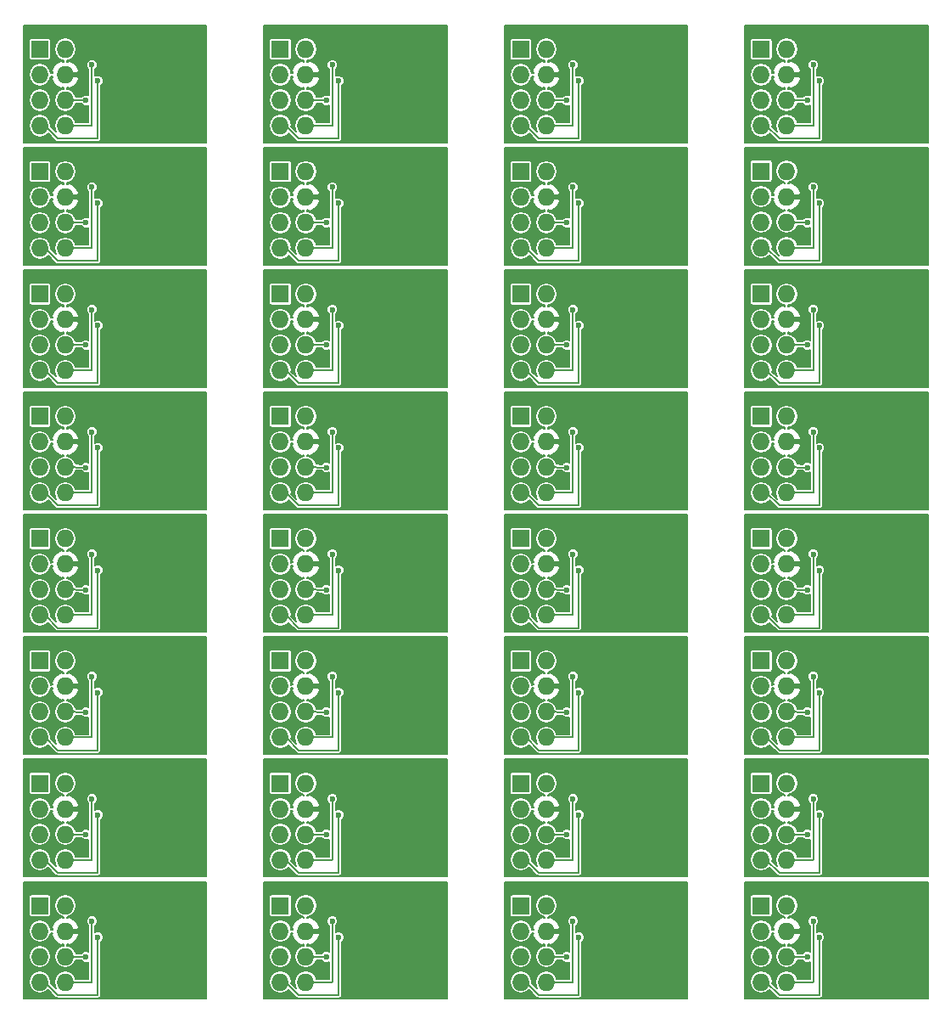
<source format=gbl>
G04 #@! TF.FileFunction,Copper,L2,Bot,Signal*
%FSLAX46Y46*%
G04 Gerber Fmt 4.6, Leading zero omitted, Abs format (unit mm)*
G04 Created by KiCad (PCBNEW 4.0.2+e4-6225~38~ubuntu14.04.1-stable) date Fri 01 Jul 2016 09:40:48 PM CDT*
%MOMM*%
G01*
G04 APERTURE LIST*
%ADD10C,0.100000*%
%ADD11R,1.727200X1.727200*%
%ADD12O,1.727200X1.727200*%
%ADD13C,0.600000*%
%ADD14C,0.153000*%
%ADD15C,0.160000*%
G04 APERTURE END LIST*
D10*
D11*
X74500000Y-57250000D03*
D12*
X77040000Y-57250000D03*
X74500000Y-59790000D03*
X77040000Y-59790000D03*
X74500000Y-62330000D03*
X77040000Y-62330000D03*
X74500000Y-64870000D03*
X77040000Y-64870000D03*
D11*
X74500000Y-69450000D03*
D12*
X77040000Y-69450000D03*
X74500000Y-71990000D03*
X77040000Y-71990000D03*
X74500000Y-74530000D03*
X77040000Y-74530000D03*
X74500000Y-77070000D03*
X77040000Y-77070000D03*
D11*
X74500000Y-93850000D03*
D12*
X77040000Y-93850000D03*
X74500000Y-96390000D03*
X77040000Y-96390000D03*
X74500000Y-98930000D03*
X77040000Y-98930000D03*
X74500000Y-101470000D03*
X77040000Y-101470000D03*
D11*
X74500000Y-81650000D03*
D12*
X77040000Y-81650000D03*
X74500000Y-84190000D03*
X77040000Y-84190000D03*
X74500000Y-86730000D03*
X77040000Y-86730000D03*
X74500000Y-89270000D03*
X77040000Y-89270000D03*
D11*
X74500000Y-106050000D03*
D12*
X77040000Y-106050000D03*
X74500000Y-108590000D03*
X77040000Y-108590000D03*
X74500000Y-111130000D03*
X77040000Y-111130000D03*
X74500000Y-113670000D03*
X77040000Y-113670000D03*
D11*
X74500000Y-118250000D03*
D12*
X77040000Y-118250000D03*
X74500000Y-120790000D03*
X77040000Y-120790000D03*
X74500000Y-123330000D03*
X77040000Y-123330000D03*
X74500000Y-125870000D03*
X77040000Y-125870000D03*
D11*
X74500000Y-130450000D03*
D12*
X77040000Y-130450000D03*
X74500000Y-132990000D03*
X77040000Y-132990000D03*
X74500000Y-135530000D03*
X77040000Y-135530000D03*
X74500000Y-138070000D03*
X77040000Y-138070000D03*
D11*
X74500000Y-142650000D03*
D12*
X77040000Y-142650000D03*
X74500000Y-145190000D03*
X77040000Y-145190000D03*
X74500000Y-147730000D03*
X77040000Y-147730000D03*
X74500000Y-150270000D03*
X77040000Y-150270000D03*
D11*
X98500000Y-57250000D03*
D12*
X101040000Y-57250000D03*
X98500000Y-59790000D03*
X101040000Y-59790000D03*
X98500000Y-62330000D03*
X101040000Y-62330000D03*
X98500000Y-64870000D03*
X101040000Y-64870000D03*
D11*
X98500000Y-69450000D03*
D12*
X101040000Y-69450000D03*
X98500000Y-71990000D03*
X101040000Y-71990000D03*
X98500000Y-74530000D03*
X101040000Y-74530000D03*
X98500000Y-77070000D03*
X101040000Y-77070000D03*
D11*
X122500000Y-57250000D03*
D12*
X125040000Y-57250000D03*
X122500000Y-59790000D03*
X125040000Y-59790000D03*
X122500000Y-62330000D03*
X125040000Y-62330000D03*
X122500000Y-64870000D03*
X125040000Y-64870000D03*
D11*
X122500000Y-69450000D03*
D12*
X125040000Y-69450000D03*
X122500000Y-71990000D03*
X125040000Y-71990000D03*
X122500000Y-74530000D03*
X125040000Y-74530000D03*
X122500000Y-77070000D03*
X125040000Y-77070000D03*
D11*
X146500000Y-57250000D03*
D12*
X149040000Y-57250000D03*
X146500000Y-59790000D03*
X149040000Y-59790000D03*
X146500000Y-62330000D03*
X149040000Y-62330000D03*
X146500000Y-64870000D03*
X149040000Y-64870000D03*
D11*
X146500000Y-69400000D03*
D12*
X149040000Y-69400000D03*
X146500000Y-71940000D03*
X149040000Y-71940000D03*
X146500000Y-74480000D03*
X149040000Y-74480000D03*
X146500000Y-77020000D03*
X149040000Y-77020000D03*
D11*
X98500000Y-81650000D03*
D12*
X101040000Y-81650000D03*
X98500000Y-84190000D03*
X101040000Y-84190000D03*
X98500000Y-86730000D03*
X101040000Y-86730000D03*
X98500000Y-89270000D03*
X101040000Y-89270000D03*
D11*
X122500000Y-81650000D03*
D12*
X125040000Y-81650000D03*
X122500000Y-84190000D03*
X125040000Y-84190000D03*
X122500000Y-86730000D03*
X125040000Y-86730000D03*
X122500000Y-89270000D03*
X125040000Y-89270000D03*
D11*
X146500000Y-81650000D03*
D12*
X149040000Y-81650000D03*
X146500000Y-84190000D03*
X149040000Y-84190000D03*
X146500000Y-86730000D03*
X149040000Y-86730000D03*
X146500000Y-89270000D03*
X149040000Y-89270000D03*
D11*
X146500000Y-93850000D03*
D12*
X149040000Y-93850000D03*
X146500000Y-96390000D03*
X149040000Y-96390000D03*
X146500000Y-98930000D03*
X149040000Y-98930000D03*
X146500000Y-101470000D03*
X149040000Y-101470000D03*
D11*
X122500000Y-93850000D03*
D12*
X125040000Y-93850000D03*
X122500000Y-96390000D03*
X125040000Y-96390000D03*
X122500000Y-98930000D03*
X125040000Y-98930000D03*
X122500000Y-101470000D03*
X125040000Y-101470000D03*
D11*
X98500000Y-93850000D03*
D12*
X101040000Y-93850000D03*
X98500000Y-96390000D03*
X101040000Y-96390000D03*
X98500000Y-98930000D03*
X101040000Y-98930000D03*
X98500000Y-101470000D03*
X101040000Y-101470000D03*
D11*
X146500000Y-106050000D03*
D12*
X149040000Y-106050000D03*
X146500000Y-108590000D03*
X149040000Y-108590000D03*
X146500000Y-111130000D03*
X149040000Y-111130000D03*
X146500000Y-113670000D03*
X149040000Y-113670000D03*
D11*
X122500000Y-106050000D03*
D12*
X125040000Y-106050000D03*
X122500000Y-108590000D03*
X125040000Y-108590000D03*
X122500000Y-111130000D03*
X125040000Y-111130000D03*
X122500000Y-113670000D03*
X125040000Y-113670000D03*
D11*
X98500000Y-106050000D03*
D12*
X101040000Y-106050000D03*
X98500000Y-108590000D03*
X101040000Y-108590000D03*
X98500000Y-111130000D03*
X101040000Y-111130000D03*
X98500000Y-113670000D03*
X101040000Y-113670000D03*
D11*
X98500000Y-118250000D03*
D12*
X101040000Y-118250000D03*
X98500000Y-120790000D03*
X101040000Y-120790000D03*
X98500000Y-123330000D03*
X101040000Y-123330000D03*
X98500000Y-125870000D03*
X101040000Y-125870000D03*
D11*
X122500000Y-118250000D03*
D12*
X125040000Y-118250000D03*
X122500000Y-120790000D03*
X125040000Y-120790000D03*
X122500000Y-123330000D03*
X125040000Y-123330000D03*
X122500000Y-125870000D03*
X125040000Y-125870000D03*
D11*
X146500000Y-118250000D03*
D12*
X149040000Y-118250000D03*
X146500000Y-120790000D03*
X149040000Y-120790000D03*
X146500000Y-123330000D03*
X149040000Y-123330000D03*
X146500000Y-125870000D03*
X149040000Y-125870000D03*
D11*
X146500000Y-130450000D03*
D12*
X149040000Y-130450000D03*
X146500000Y-132990000D03*
X149040000Y-132990000D03*
X146500000Y-135530000D03*
X149040000Y-135530000D03*
X146500000Y-138070000D03*
X149040000Y-138070000D03*
D11*
X122500000Y-130450000D03*
D12*
X125040000Y-130450000D03*
X122500000Y-132990000D03*
X125040000Y-132990000D03*
X122500000Y-135530000D03*
X125040000Y-135530000D03*
X122500000Y-138070000D03*
X125040000Y-138070000D03*
D11*
X98500000Y-130450000D03*
D12*
X101040000Y-130450000D03*
X98500000Y-132990000D03*
X101040000Y-132990000D03*
X98500000Y-135530000D03*
X101040000Y-135530000D03*
X98500000Y-138070000D03*
X101040000Y-138070000D03*
D11*
X98500000Y-142650000D03*
D12*
X101040000Y-142650000D03*
X98500000Y-145190000D03*
X101040000Y-145190000D03*
X98500000Y-147730000D03*
X101040000Y-147730000D03*
X98500000Y-150270000D03*
X101040000Y-150270000D03*
D11*
X122500000Y-142650000D03*
D12*
X125040000Y-142650000D03*
X122500000Y-145190000D03*
X125040000Y-145190000D03*
X122500000Y-147730000D03*
X125040000Y-147730000D03*
X122500000Y-150270000D03*
X125040000Y-150270000D03*
D11*
X146500000Y-142650000D03*
D12*
X149040000Y-142650000D03*
X146500000Y-145190000D03*
X149040000Y-145190000D03*
X146500000Y-147730000D03*
X149040000Y-147730000D03*
X146500000Y-150270000D03*
X149040000Y-150270000D03*
D13*
X81450000Y-106750000D03*
X105450000Y-106750000D03*
X129450000Y-106750000D03*
X153450000Y-106750000D03*
X88200000Y-106600000D03*
X112200000Y-106600000D03*
X136200000Y-106600000D03*
X160200000Y-106600000D03*
X159950000Y-126550000D03*
X135950000Y-126550000D03*
X111950000Y-126550000D03*
X87950000Y-126550000D03*
X80925000Y-112175000D03*
X87950000Y-114350000D03*
X89200000Y-114800000D03*
X88800000Y-105050000D03*
X85800000Y-114500000D03*
X87000000Y-107900000D03*
X89300000Y-110300000D03*
X86000000Y-111800000D03*
X79100000Y-112800000D03*
X103100000Y-112800000D03*
X110000000Y-111800000D03*
X113300000Y-110300000D03*
X111000000Y-107900000D03*
X109800000Y-114500000D03*
X112800000Y-105050000D03*
X113200000Y-114800000D03*
X111950000Y-114350000D03*
X104925000Y-112175000D03*
X102950000Y-106150000D03*
X126950000Y-106150000D03*
X128925000Y-112175000D03*
X135950000Y-114350000D03*
X137200000Y-114800000D03*
X136800000Y-105050000D03*
X133800000Y-114500000D03*
X135000000Y-107900000D03*
X137300000Y-110300000D03*
X134000000Y-111800000D03*
X127100000Y-112800000D03*
X151100000Y-112800000D03*
X158000000Y-111800000D03*
X161300000Y-110300000D03*
X159000000Y-107900000D03*
X157800000Y-114500000D03*
X160800000Y-105050000D03*
X161200000Y-114800000D03*
X159950000Y-114350000D03*
X152925000Y-112175000D03*
X150950000Y-106150000D03*
X150950000Y-118350000D03*
X153450000Y-118950000D03*
X152925000Y-124375000D03*
X161200000Y-127000000D03*
X160800000Y-117250000D03*
X160200000Y-118800000D03*
X157800000Y-126700000D03*
X159000000Y-120100000D03*
X161300000Y-122500000D03*
X158000000Y-124000000D03*
X151100000Y-125000000D03*
X127100000Y-125000000D03*
X134000000Y-124000000D03*
X137300000Y-122500000D03*
X135000000Y-120100000D03*
X133800000Y-126700000D03*
X136200000Y-118800000D03*
X136800000Y-117250000D03*
X137200000Y-127000000D03*
X128925000Y-124375000D03*
X129450000Y-118950000D03*
X126950000Y-118350000D03*
X102950000Y-118350000D03*
X105450000Y-118950000D03*
X104925000Y-124375000D03*
X113200000Y-127000000D03*
X112800000Y-117250000D03*
X112200000Y-118800000D03*
X109800000Y-126700000D03*
X111000000Y-120100000D03*
X113300000Y-122500000D03*
X110000000Y-124000000D03*
X103100000Y-125000000D03*
X86000000Y-124000000D03*
X89300000Y-122500000D03*
X87000000Y-120100000D03*
X85800000Y-126700000D03*
X88200000Y-118800000D03*
X88800000Y-117250000D03*
X89200000Y-127000000D03*
X80925000Y-124375000D03*
X81450000Y-118950000D03*
X78950000Y-142750000D03*
X81450000Y-143350000D03*
X80925000Y-148775000D03*
X89200000Y-151400000D03*
X88800000Y-141650000D03*
X88200000Y-143200000D03*
X85800000Y-151100000D03*
X87000000Y-144500000D03*
X89300000Y-146900000D03*
X86000000Y-148400000D03*
X79100000Y-149400000D03*
X103100000Y-149400000D03*
X110000000Y-148400000D03*
X113300000Y-146900000D03*
X111000000Y-144500000D03*
X109800000Y-151100000D03*
X112200000Y-143200000D03*
X112800000Y-141650000D03*
X113200000Y-151400000D03*
X104925000Y-148775000D03*
X105450000Y-143350000D03*
X102950000Y-142750000D03*
X126950000Y-142750000D03*
X129450000Y-143350000D03*
X128925000Y-148775000D03*
X137200000Y-151400000D03*
X136800000Y-141650000D03*
X136200000Y-143200000D03*
X133800000Y-151100000D03*
X135000000Y-144500000D03*
X137300000Y-146900000D03*
X134000000Y-148400000D03*
X127100000Y-149400000D03*
X151100000Y-149400000D03*
X158000000Y-148400000D03*
X161300000Y-146900000D03*
X159000000Y-144500000D03*
X157800000Y-151100000D03*
X160200000Y-143200000D03*
X160800000Y-141650000D03*
X161200000Y-151400000D03*
X152925000Y-148775000D03*
X153450000Y-143350000D03*
X150950000Y-142750000D03*
X150950000Y-130550000D03*
X152925000Y-136575000D03*
X159950000Y-138750000D03*
X161200000Y-139200000D03*
X160800000Y-129450000D03*
X157800000Y-138900000D03*
X159000000Y-132300000D03*
X161300000Y-134700000D03*
X158000000Y-136200000D03*
X151100000Y-137200000D03*
X127100000Y-137200000D03*
X134000000Y-136200000D03*
X137300000Y-134700000D03*
X135000000Y-132300000D03*
X133800000Y-138900000D03*
X136800000Y-129450000D03*
X137200000Y-139200000D03*
X135950000Y-138750000D03*
X128925000Y-136575000D03*
X126950000Y-130550000D03*
X102950000Y-130550000D03*
X104925000Y-136575000D03*
X111950000Y-138750000D03*
X113200000Y-139200000D03*
X112800000Y-129450000D03*
X109800000Y-138900000D03*
X111000000Y-132300000D03*
X113300000Y-134700000D03*
X110000000Y-136200000D03*
X103100000Y-137200000D03*
X86000000Y-136200000D03*
X89300000Y-134700000D03*
X87000000Y-132300000D03*
X85800000Y-138900000D03*
X88800000Y-129450000D03*
X89200000Y-139200000D03*
X87950000Y-138750000D03*
X80925000Y-136575000D03*
X87950000Y-150950000D03*
X111950000Y-150950000D03*
X135950000Y-150950000D03*
X159950000Y-150950000D03*
X160200000Y-131000000D03*
X136200000Y-131000000D03*
X112200000Y-131000000D03*
X88200000Y-131000000D03*
X153450000Y-131150000D03*
X129450000Y-131150000D03*
X105450000Y-131150000D03*
X81450000Y-131150000D03*
X81450000Y-82350000D03*
X105450000Y-82350000D03*
X129450000Y-82350000D03*
X153450000Y-82350000D03*
X88200000Y-82200000D03*
X112200000Y-82200000D03*
X136200000Y-82200000D03*
X160200000Y-82200000D03*
X159950000Y-102150000D03*
X135950000Y-102150000D03*
X111950000Y-102150000D03*
X87950000Y-102150000D03*
X78950000Y-81750000D03*
X80925000Y-87775000D03*
X87950000Y-89950000D03*
X89200000Y-90400000D03*
X88800000Y-80650000D03*
X85800000Y-90100000D03*
X87000000Y-83500000D03*
X89300000Y-85900000D03*
X86000000Y-87400000D03*
X79100000Y-88400000D03*
X103100000Y-88400000D03*
X110000000Y-87400000D03*
X113300000Y-85900000D03*
X111000000Y-83500000D03*
X109800000Y-90100000D03*
X112800000Y-80650000D03*
X113200000Y-90400000D03*
X111950000Y-89950000D03*
X104925000Y-87775000D03*
X102950000Y-81750000D03*
X126950000Y-81750000D03*
X128925000Y-87775000D03*
X135950000Y-89950000D03*
X137200000Y-90400000D03*
X136800000Y-80650000D03*
X133800000Y-90100000D03*
X135000000Y-83500000D03*
X137300000Y-85900000D03*
X134000000Y-87400000D03*
X127100000Y-88400000D03*
X151100000Y-88400000D03*
X158000000Y-87400000D03*
X161300000Y-85900000D03*
X159000000Y-83500000D03*
X157800000Y-90100000D03*
X160800000Y-80650000D03*
X161200000Y-90400000D03*
X159950000Y-89950000D03*
X152925000Y-87775000D03*
X150950000Y-81750000D03*
X150950000Y-93950000D03*
X153450000Y-94550000D03*
X152925000Y-99975000D03*
X161200000Y-102600000D03*
X160800000Y-92850000D03*
X160200000Y-94400000D03*
X157800000Y-102300000D03*
X159000000Y-95700000D03*
X161300000Y-98100000D03*
X158000000Y-99600000D03*
X151100000Y-100600000D03*
X127100000Y-100600000D03*
X134000000Y-99600000D03*
X137300000Y-98100000D03*
X135000000Y-95700000D03*
X133800000Y-102300000D03*
X136200000Y-94400000D03*
X136800000Y-92850000D03*
X137200000Y-102600000D03*
X128925000Y-99975000D03*
X129450000Y-94550000D03*
X126950000Y-93950000D03*
X102950000Y-93950000D03*
X105450000Y-94550000D03*
X104925000Y-99975000D03*
X113200000Y-102600000D03*
X112800000Y-92850000D03*
X112200000Y-94400000D03*
X109800000Y-102300000D03*
X111000000Y-95700000D03*
X113300000Y-98100000D03*
X110000000Y-99600000D03*
X103100000Y-100600000D03*
X79100000Y-100600000D03*
X86000000Y-99600000D03*
X89300000Y-98100000D03*
X87000000Y-95700000D03*
X85800000Y-102300000D03*
X88200000Y-94400000D03*
X88800000Y-92850000D03*
X89200000Y-102600000D03*
X80925000Y-99975000D03*
X81450000Y-94550000D03*
X78950000Y-93950000D03*
X78950000Y-69550000D03*
X81450000Y-70150000D03*
X80925000Y-75575000D03*
X89200000Y-78200000D03*
X88800000Y-68450000D03*
X88200000Y-70000000D03*
X85800000Y-77900000D03*
X87000000Y-71300000D03*
X89300000Y-73700000D03*
X86000000Y-75200000D03*
X79100000Y-76200000D03*
X103100000Y-76200000D03*
X110000000Y-75200000D03*
X113300000Y-73700000D03*
X111000000Y-71300000D03*
X109800000Y-77900000D03*
X112200000Y-70000000D03*
X112800000Y-68450000D03*
X113200000Y-78200000D03*
X104925000Y-75575000D03*
X105450000Y-70150000D03*
X102950000Y-69550000D03*
X126950000Y-69550000D03*
X129450000Y-70150000D03*
X128925000Y-75575000D03*
X137200000Y-78200000D03*
X136800000Y-68450000D03*
X136200000Y-70000000D03*
X133800000Y-77900000D03*
X135000000Y-71300000D03*
X137300000Y-73700000D03*
X134000000Y-75200000D03*
X127100000Y-76200000D03*
X151100000Y-76200000D03*
X158000000Y-75200000D03*
X161300000Y-73700000D03*
X159000000Y-71300000D03*
X157800000Y-77900000D03*
X160200000Y-70000000D03*
X160800000Y-68450000D03*
X161200000Y-78200000D03*
X152925000Y-75575000D03*
X153450000Y-70150000D03*
X150950000Y-69550000D03*
X150950000Y-57350000D03*
X152925000Y-63375000D03*
X159950000Y-65550000D03*
X161200000Y-66000000D03*
X160800000Y-56250000D03*
X157800000Y-65700000D03*
X159000000Y-59100000D03*
X161300000Y-61500000D03*
X158000000Y-63000000D03*
X151100000Y-64000000D03*
X127100000Y-64000000D03*
X134000000Y-63000000D03*
X137300000Y-61500000D03*
X135000000Y-59100000D03*
X133800000Y-65700000D03*
X136800000Y-56250000D03*
X137200000Y-66000000D03*
X135950000Y-65550000D03*
X128925000Y-63375000D03*
X126950000Y-57350000D03*
X102950000Y-57350000D03*
X104925000Y-63375000D03*
X111950000Y-65550000D03*
X113200000Y-66000000D03*
X112800000Y-56250000D03*
X109800000Y-65700000D03*
X111000000Y-59100000D03*
X113300000Y-61500000D03*
X110000000Y-63000000D03*
X103100000Y-64000000D03*
X79100000Y-64000000D03*
X86000000Y-63000000D03*
X89300000Y-61500000D03*
X87000000Y-59100000D03*
X85800000Y-65700000D03*
X88800000Y-56250000D03*
X89200000Y-66000000D03*
X87950000Y-65550000D03*
X80925000Y-63375000D03*
X78950000Y-57350000D03*
X87950000Y-77750000D03*
X111950000Y-77750000D03*
X135950000Y-77750000D03*
X159950000Y-77750000D03*
X160200000Y-57800000D03*
X136200000Y-57800000D03*
X112200000Y-57800000D03*
X88200000Y-57800000D03*
X153450000Y-57950000D03*
X129450000Y-57950000D03*
X105450000Y-57950000D03*
X81450000Y-57950000D03*
X78950000Y-118350000D03*
X79100000Y-125000000D03*
X78950000Y-106150000D03*
X78950000Y-130550000D03*
X79100000Y-137200000D03*
X151100000Y-123350000D03*
X127100000Y-123350000D03*
X103100000Y-123350000D03*
X79100000Y-123350000D03*
X103100000Y-111150000D03*
X127100000Y-111150000D03*
X151100000Y-111150000D03*
X151100000Y-135550000D03*
X127100000Y-135550000D03*
X103100000Y-135550000D03*
X79100000Y-135550000D03*
X79100000Y-147750000D03*
X103100000Y-147750000D03*
X127100000Y-147750000D03*
X151100000Y-147750000D03*
X151100000Y-98950000D03*
X127100000Y-98950000D03*
X103100000Y-98950000D03*
X79100000Y-98950000D03*
X79100000Y-86750000D03*
X103100000Y-86750000D03*
X127100000Y-86750000D03*
X151100000Y-86750000D03*
X151100000Y-62350000D03*
X127100000Y-62350000D03*
X103100000Y-62350000D03*
X79100000Y-62350000D03*
X79100000Y-74550000D03*
X103100000Y-74550000D03*
X127100000Y-74550000D03*
X151100000Y-74550000D03*
X79100000Y-111150000D03*
X151700000Y-119800000D03*
X127700000Y-119800000D03*
X103700000Y-119800000D03*
X103700000Y-107600000D03*
X127700000Y-107600000D03*
X151700000Y-107600000D03*
X151700000Y-132000000D03*
X127700000Y-132000000D03*
X103700000Y-132000000D03*
X79700000Y-132000000D03*
X79700000Y-144200000D03*
X103700000Y-144200000D03*
X127700000Y-144200000D03*
X151700000Y-144200000D03*
X151700000Y-95400000D03*
X127700000Y-95400000D03*
X103700000Y-95400000D03*
X79700000Y-95400000D03*
X79700000Y-83200000D03*
X103700000Y-83200000D03*
X127700000Y-83200000D03*
X151700000Y-83200000D03*
X151700000Y-58800000D03*
X127700000Y-58800000D03*
X103700000Y-58800000D03*
X79700000Y-58800000D03*
X79700000Y-71000000D03*
X103700000Y-71000000D03*
X127700000Y-71000000D03*
X151700000Y-71000000D03*
X79700000Y-107600000D03*
X79700000Y-119800000D03*
X80300000Y-121400000D03*
X80300000Y-109200000D03*
X152300000Y-121400000D03*
X128300000Y-121400000D03*
X104300000Y-121400000D03*
X104300000Y-109200000D03*
X128300000Y-109200000D03*
X152300000Y-109200000D03*
X152300000Y-133600000D03*
X128300000Y-133600000D03*
X104300000Y-133600000D03*
X80300000Y-133600000D03*
X80300000Y-145800000D03*
X104300000Y-145800000D03*
X128300000Y-145800000D03*
X152300000Y-145800000D03*
X152300000Y-97000000D03*
X128300000Y-97000000D03*
X104300000Y-97000000D03*
X80300000Y-97000000D03*
X80300000Y-84800000D03*
X104300000Y-84800000D03*
X128300000Y-84800000D03*
X152300000Y-84800000D03*
X152300000Y-60400000D03*
X128300000Y-60400000D03*
X104300000Y-60400000D03*
X80300000Y-60400000D03*
X80300000Y-72600000D03*
X104300000Y-72600000D03*
X128300000Y-72600000D03*
X152300000Y-72600000D03*
D14*
X85800000Y-114500000D02*
X85850000Y-114550000D01*
X109800000Y-114500000D02*
X109850000Y-114550000D01*
X133800000Y-114500000D02*
X133850000Y-114550000D01*
X157800000Y-114500000D02*
X157850000Y-114550000D01*
X157800000Y-126700000D02*
X157850000Y-126750000D01*
X133800000Y-126700000D02*
X133850000Y-126750000D01*
X109800000Y-126700000D02*
X109850000Y-126750000D01*
X85800000Y-126700000D02*
X85850000Y-126750000D01*
X85800000Y-151100000D02*
X85850000Y-151150000D01*
X109800000Y-151100000D02*
X109850000Y-151150000D01*
X133800000Y-151100000D02*
X133850000Y-151150000D01*
X157800000Y-151100000D02*
X157850000Y-151150000D01*
X157800000Y-138900000D02*
X157850000Y-138950000D01*
X133800000Y-138900000D02*
X133850000Y-138950000D01*
X109800000Y-138900000D02*
X109850000Y-138950000D01*
X85800000Y-138900000D02*
X85850000Y-138950000D01*
X85800000Y-90100000D02*
X85850000Y-90150000D01*
X109800000Y-90100000D02*
X109850000Y-90150000D01*
X133800000Y-90100000D02*
X133850000Y-90150000D01*
X157800000Y-90100000D02*
X157850000Y-90150000D01*
X157800000Y-102300000D02*
X157850000Y-102350000D01*
X133800000Y-102300000D02*
X133850000Y-102350000D01*
X109800000Y-102300000D02*
X109850000Y-102350000D01*
X85800000Y-102300000D02*
X85850000Y-102350000D01*
X85800000Y-77900000D02*
X85850000Y-77950000D01*
X109800000Y-77900000D02*
X109850000Y-77950000D01*
X133800000Y-77900000D02*
X133850000Y-77950000D01*
X157800000Y-77900000D02*
X157850000Y-77950000D01*
X157800000Y-65700000D02*
X157850000Y-65750000D01*
X133800000Y-65700000D02*
X133850000Y-65750000D01*
X109800000Y-65700000D02*
X109850000Y-65750000D01*
X85800000Y-65700000D02*
X85850000Y-65750000D01*
X101050000Y-111130000D02*
X103100000Y-111150000D01*
X101050000Y-111130000D02*
X101630000Y-111130000D01*
X125050000Y-111130000D02*
X125630000Y-111130000D01*
X125050000Y-111130000D02*
X127100000Y-111150000D01*
X149050000Y-111130000D02*
X151100000Y-111150000D01*
X149050000Y-111130000D02*
X149630000Y-111130000D01*
X149050000Y-123330000D02*
X149630000Y-123330000D01*
X149050000Y-123330000D02*
X151100000Y-123350000D01*
X125050000Y-123330000D02*
X127100000Y-123350000D01*
X125050000Y-123330000D02*
X125630000Y-123330000D01*
X101050000Y-123330000D02*
X101630000Y-123330000D01*
X101050000Y-123330000D02*
X103100000Y-123350000D01*
X77050000Y-147730000D02*
X77630000Y-147730000D01*
X77050000Y-147730000D02*
X79100000Y-147750000D01*
X101050000Y-147730000D02*
X103100000Y-147750000D01*
X101050000Y-147730000D02*
X101630000Y-147730000D01*
X125050000Y-147730000D02*
X125630000Y-147730000D01*
X125050000Y-147730000D02*
X127100000Y-147750000D01*
X149050000Y-147730000D02*
X151100000Y-147750000D01*
X149050000Y-147730000D02*
X149630000Y-147730000D01*
X149050000Y-135530000D02*
X149630000Y-135530000D01*
X149050000Y-135530000D02*
X151100000Y-135550000D01*
X125050000Y-135530000D02*
X127100000Y-135550000D01*
X125050000Y-135530000D02*
X125630000Y-135530000D01*
X101050000Y-135530000D02*
X101630000Y-135530000D01*
X101050000Y-135530000D02*
X103100000Y-135550000D01*
X77050000Y-86730000D02*
X77630000Y-86730000D01*
X77050000Y-86730000D02*
X79100000Y-86750000D01*
X101050000Y-86730000D02*
X103100000Y-86750000D01*
X101050000Y-86730000D02*
X101630000Y-86730000D01*
X125050000Y-86730000D02*
X125630000Y-86730000D01*
X125050000Y-86730000D02*
X127100000Y-86750000D01*
X149050000Y-86730000D02*
X151100000Y-86750000D01*
X149050000Y-86730000D02*
X149630000Y-86730000D01*
X149050000Y-98930000D02*
X149630000Y-98930000D01*
X149050000Y-98930000D02*
X151100000Y-98950000D01*
X125050000Y-98930000D02*
X127100000Y-98950000D01*
X125050000Y-98930000D02*
X125630000Y-98930000D01*
X101050000Y-98930000D02*
X101630000Y-98930000D01*
X101050000Y-98930000D02*
X103100000Y-98950000D01*
X77050000Y-98930000D02*
X79100000Y-98950000D01*
X77050000Y-98930000D02*
X77630000Y-98930000D01*
X77050000Y-74530000D02*
X77630000Y-74530000D01*
X77050000Y-74530000D02*
X79100000Y-74550000D01*
X101050000Y-74530000D02*
X103100000Y-74550000D01*
X101050000Y-74530000D02*
X101630000Y-74530000D01*
X125050000Y-74530000D02*
X125630000Y-74530000D01*
X125050000Y-74530000D02*
X127100000Y-74550000D01*
X149050000Y-74530000D02*
X151100000Y-74550000D01*
X149050000Y-74530000D02*
X149630000Y-74530000D01*
X149050000Y-62330000D02*
X149630000Y-62330000D01*
X149050000Y-62330000D02*
X151100000Y-62350000D01*
X125050000Y-62330000D02*
X127100000Y-62350000D01*
X125050000Y-62330000D02*
X125630000Y-62330000D01*
X101050000Y-62330000D02*
X101630000Y-62330000D01*
X101050000Y-62330000D02*
X103100000Y-62350000D01*
X77050000Y-62330000D02*
X79100000Y-62350000D01*
X77050000Y-62330000D02*
X77630000Y-62330000D01*
X77050000Y-135530000D02*
X79100000Y-135550000D01*
X77050000Y-135530000D02*
X77630000Y-135530000D01*
X77050000Y-111130000D02*
X77630000Y-111130000D01*
X77050000Y-111130000D02*
X79100000Y-111150000D01*
X77050000Y-123330000D02*
X79100000Y-123350000D01*
X77050000Y-123330000D02*
X77630000Y-123330000D01*
X101050000Y-113670000D02*
X103670000Y-113670000D01*
X103700000Y-113640000D02*
X103700000Y-107600000D01*
X103670000Y-113670000D02*
X103700000Y-113640000D01*
X127670000Y-113670000D02*
X127700000Y-113640000D01*
X127700000Y-113640000D02*
X127700000Y-107600000D01*
X125050000Y-113670000D02*
X127670000Y-113670000D01*
X149050000Y-113670000D02*
X151670000Y-113670000D01*
X151700000Y-113640000D02*
X151700000Y-107600000D01*
X151670000Y-113670000D02*
X151700000Y-113640000D01*
X151670000Y-125870000D02*
X151700000Y-125840000D01*
X151700000Y-125840000D02*
X151700000Y-119800000D01*
X149050000Y-125870000D02*
X151670000Y-125870000D01*
X125050000Y-125870000D02*
X127670000Y-125870000D01*
X127700000Y-125840000D02*
X127700000Y-119800000D01*
X127670000Y-125870000D02*
X127700000Y-125840000D01*
X103670000Y-125870000D02*
X103700000Y-125840000D01*
X103700000Y-125840000D02*
X103700000Y-119800000D01*
X101050000Y-125870000D02*
X103670000Y-125870000D01*
X79670000Y-150270000D02*
X79700000Y-150240000D01*
X79700000Y-150240000D02*
X79700000Y-144200000D01*
X77050000Y-150270000D02*
X79670000Y-150270000D01*
X101050000Y-150270000D02*
X103670000Y-150270000D01*
X103700000Y-150240000D02*
X103700000Y-144200000D01*
X103670000Y-150270000D02*
X103700000Y-150240000D01*
X127670000Y-150270000D02*
X127700000Y-150240000D01*
X127700000Y-150240000D02*
X127700000Y-144200000D01*
X125050000Y-150270000D02*
X127670000Y-150270000D01*
X149050000Y-150270000D02*
X151670000Y-150270000D01*
X151700000Y-150240000D02*
X151700000Y-144200000D01*
X151670000Y-150270000D02*
X151700000Y-150240000D01*
X151670000Y-138070000D02*
X151700000Y-138040000D01*
X151700000Y-138040000D02*
X151700000Y-132000000D01*
X149050000Y-138070000D02*
X151670000Y-138070000D01*
X125050000Y-138070000D02*
X127670000Y-138070000D01*
X127700000Y-138040000D02*
X127700000Y-132000000D01*
X127670000Y-138070000D02*
X127700000Y-138040000D01*
X103670000Y-138070000D02*
X103700000Y-138040000D01*
X103700000Y-138040000D02*
X103700000Y-132000000D01*
X101050000Y-138070000D02*
X103670000Y-138070000D01*
X79670000Y-89270000D02*
X79700000Y-89240000D01*
X79700000Y-89240000D02*
X79700000Y-83200000D01*
X77050000Y-89270000D02*
X79670000Y-89270000D01*
X101050000Y-89270000D02*
X103670000Y-89270000D01*
X103700000Y-89240000D02*
X103700000Y-83200000D01*
X103670000Y-89270000D02*
X103700000Y-89240000D01*
X127670000Y-89270000D02*
X127700000Y-89240000D01*
X127700000Y-89240000D02*
X127700000Y-83200000D01*
X125050000Y-89270000D02*
X127670000Y-89270000D01*
X149050000Y-89270000D02*
X151670000Y-89270000D01*
X151700000Y-89240000D02*
X151700000Y-83200000D01*
X151670000Y-89270000D02*
X151700000Y-89240000D01*
X151670000Y-101470000D02*
X151700000Y-101440000D01*
X151700000Y-101440000D02*
X151700000Y-95400000D01*
X149050000Y-101470000D02*
X151670000Y-101470000D01*
X125050000Y-101470000D02*
X127670000Y-101470000D01*
X127700000Y-101440000D02*
X127700000Y-95400000D01*
X127670000Y-101470000D02*
X127700000Y-101440000D01*
X103670000Y-101470000D02*
X103700000Y-101440000D01*
X103700000Y-101440000D02*
X103700000Y-95400000D01*
X101050000Y-101470000D02*
X103670000Y-101470000D01*
X77050000Y-101470000D02*
X79670000Y-101470000D01*
X79700000Y-101440000D02*
X79700000Y-95400000D01*
X79670000Y-101470000D02*
X79700000Y-101440000D01*
X79670000Y-77070000D02*
X79700000Y-77040000D01*
X79700000Y-77040000D02*
X79700000Y-71000000D01*
X77050000Y-77070000D02*
X79670000Y-77070000D01*
X101050000Y-77070000D02*
X103670000Y-77070000D01*
X103700000Y-77040000D02*
X103700000Y-71000000D01*
X103670000Y-77070000D02*
X103700000Y-77040000D01*
X127670000Y-77070000D02*
X127700000Y-77040000D01*
X127700000Y-77040000D02*
X127700000Y-71000000D01*
X125050000Y-77070000D02*
X127670000Y-77070000D01*
X149050000Y-77070000D02*
X151670000Y-77070000D01*
X151700000Y-77040000D02*
X151700000Y-71000000D01*
X151670000Y-77070000D02*
X151700000Y-77040000D01*
X151670000Y-64870000D02*
X151700000Y-64840000D01*
X151700000Y-64840000D02*
X151700000Y-58800000D01*
X149050000Y-64870000D02*
X151670000Y-64870000D01*
X125050000Y-64870000D02*
X127670000Y-64870000D01*
X127700000Y-64840000D02*
X127700000Y-58800000D01*
X127670000Y-64870000D02*
X127700000Y-64840000D01*
X103670000Y-64870000D02*
X103700000Y-64840000D01*
X103700000Y-64840000D02*
X103700000Y-58800000D01*
X101050000Y-64870000D02*
X103670000Y-64870000D01*
X77050000Y-64870000D02*
X79670000Y-64870000D01*
X79700000Y-64840000D02*
X79700000Y-58800000D01*
X79670000Y-64870000D02*
X79700000Y-64840000D01*
X79670000Y-113670000D02*
X79700000Y-113640000D01*
X79700000Y-113640000D02*
X79700000Y-107600000D01*
X79700000Y-125840000D02*
X79700000Y-119800000D01*
X79670000Y-125870000D02*
X79700000Y-125840000D01*
X77050000Y-125870000D02*
X79670000Y-125870000D01*
X79700000Y-138040000D02*
X79700000Y-132000000D01*
X79670000Y-138070000D02*
X79700000Y-138040000D01*
X77050000Y-138070000D02*
X79670000Y-138070000D01*
X77050000Y-113670000D02*
X79670000Y-113670000D01*
X76300000Y-127150000D02*
X80300000Y-127150000D01*
X76300000Y-127150000D02*
X75020000Y-125870000D01*
X74510000Y-125870000D02*
X75020000Y-125870000D01*
X80300000Y-127150000D02*
X80300000Y-121400000D01*
X74510000Y-113670000D02*
X75020000Y-113670000D01*
X76300000Y-114950000D02*
X75020000Y-113670000D01*
X76300000Y-114950000D02*
X80300000Y-114950000D01*
X80300000Y-114950000D02*
X80300000Y-109200000D01*
X76300000Y-139350000D02*
X75020000Y-138070000D01*
X74510000Y-138070000D02*
X75020000Y-138070000D01*
X104300000Y-114950000D02*
X104300000Y-109200000D01*
X100300000Y-114950000D02*
X104300000Y-114950000D01*
X100300000Y-114950000D02*
X99020000Y-113670000D01*
X98510000Y-113670000D02*
X99020000Y-113670000D01*
X122510000Y-113670000D02*
X123020000Y-113670000D01*
X124300000Y-114950000D02*
X123020000Y-113670000D01*
X152300000Y-114950000D02*
X152300000Y-109200000D01*
X148300000Y-114950000D02*
X152300000Y-114950000D01*
X148300000Y-114950000D02*
X147020000Y-113670000D01*
X146510000Y-113670000D02*
X147020000Y-113670000D01*
X146510000Y-125870000D02*
X147020000Y-125870000D01*
X148300000Y-127150000D02*
X147020000Y-125870000D01*
X124300000Y-127150000D02*
X128300000Y-127150000D01*
X124300000Y-127150000D02*
X123020000Y-125870000D01*
X122510000Y-125870000D02*
X123020000Y-125870000D01*
X98510000Y-125870000D02*
X99020000Y-125870000D01*
X100300000Y-127150000D02*
X99020000Y-125870000D01*
X148300000Y-127150000D02*
X152300000Y-127150000D01*
X152300000Y-127150000D02*
X152300000Y-121400000D01*
X128300000Y-127150000D02*
X128300000Y-121400000D01*
X100300000Y-127150000D02*
X104300000Y-127150000D01*
X104300000Y-127150000D02*
X104300000Y-121400000D01*
X124300000Y-114950000D02*
X128300000Y-114950000D01*
X128300000Y-114950000D02*
X128300000Y-109200000D01*
X128300000Y-139350000D02*
X128300000Y-133600000D01*
X124300000Y-139350000D02*
X128300000Y-139350000D01*
X80300000Y-139350000D02*
X80300000Y-133600000D01*
X76300000Y-139350000D02*
X80300000Y-139350000D01*
X80300000Y-151550000D02*
X80300000Y-145800000D01*
X104300000Y-151550000D02*
X104300000Y-145800000D01*
X100300000Y-151550000D02*
X104300000Y-151550000D01*
X128300000Y-151550000D02*
X128300000Y-145800000D01*
X152300000Y-151550000D02*
X152300000Y-145800000D01*
X148300000Y-151550000D02*
X152300000Y-151550000D01*
X74510000Y-150270000D02*
X75020000Y-150270000D01*
X76300000Y-151550000D02*
X75020000Y-150270000D01*
X76300000Y-151550000D02*
X80300000Y-151550000D01*
X100300000Y-151550000D02*
X99020000Y-150270000D01*
X98510000Y-150270000D02*
X99020000Y-150270000D01*
X122510000Y-150270000D02*
X123020000Y-150270000D01*
X124300000Y-151550000D02*
X123020000Y-150270000D01*
X124300000Y-151550000D02*
X128300000Y-151550000D01*
X148300000Y-151550000D02*
X147020000Y-150270000D01*
X146510000Y-150270000D02*
X147020000Y-150270000D01*
X146510000Y-138070000D02*
X147020000Y-138070000D01*
X148300000Y-139350000D02*
X147020000Y-138070000D01*
X148300000Y-139350000D02*
X152300000Y-139350000D01*
X152300000Y-139350000D02*
X152300000Y-133600000D01*
X124300000Y-139350000D02*
X123020000Y-138070000D01*
X122510000Y-138070000D02*
X123020000Y-138070000D01*
X98510000Y-138070000D02*
X99020000Y-138070000D01*
X100300000Y-139350000D02*
X99020000Y-138070000D01*
X100300000Y-139350000D02*
X104300000Y-139350000D01*
X104300000Y-139350000D02*
X104300000Y-133600000D01*
X74510000Y-89270000D02*
X75020000Y-89270000D01*
X76300000Y-90550000D02*
X75020000Y-89270000D01*
X104300000Y-90550000D02*
X104300000Y-84800000D01*
X100300000Y-90550000D02*
X104300000Y-90550000D01*
X100300000Y-90550000D02*
X99020000Y-89270000D01*
X98510000Y-89270000D02*
X99020000Y-89270000D01*
X122510000Y-89270000D02*
X123020000Y-89270000D01*
X124300000Y-90550000D02*
X123020000Y-89270000D01*
X152300000Y-90550000D02*
X152300000Y-84800000D01*
X148300000Y-90550000D02*
X152300000Y-90550000D01*
X148300000Y-90550000D02*
X147020000Y-89270000D01*
X146510000Y-89270000D02*
X147020000Y-89270000D01*
X146510000Y-101470000D02*
X147020000Y-101470000D01*
X148300000Y-102750000D02*
X147020000Y-101470000D01*
X124300000Y-102750000D02*
X128300000Y-102750000D01*
X124300000Y-102750000D02*
X123020000Y-101470000D01*
X122510000Y-101470000D02*
X123020000Y-101470000D01*
X98510000Y-101470000D02*
X99020000Y-101470000D01*
X100300000Y-102750000D02*
X99020000Y-101470000D01*
X76300000Y-102750000D02*
X80300000Y-102750000D01*
X76300000Y-102750000D02*
X75020000Y-101470000D01*
X74510000Y-101470000D02*
X75020000Y-101470000D01*
X148300000Y-102750000D02*
X152300000Y-102750000D01*
X152300000Y-102750000D02*
X152300000Y-97000000D01*
X128300000Y-102750000D02*
X128300000Y-97000000D01*
X100300000Y-102750000D02*
X104300000Y-102750000D01*
X104300000Y-102750000D02*
X104300000Y-97000000D01*
X80300000Y-102750000D02*
X80300000Y-97000000D01*
X76300000Y-90550000D02*
X80300000Y-90550000D01*
X80300000Y-90550000D02*
X80300000Y-84800000D01*
X124300000Y-90550000D02*
X128300000Y-90550000D01*
X128300000Y-90550000D02*
X128300000Y-84800000D01*
X128300000Y-66150000D02*
X128300000Y-60400000D01*
X124300000Y-66150000D02*
X128300000Y-66150000D01*
X80300000Y-66150000D02*
X80300000Y-60400000D01*
X76300000Y-66150000D02*
X80300000Y-66150000D01*
X80300000Y-78350000D02*
X80300000Y-72600000D01*
X104300000Y-78350000D02*
X104300000Y-72600000D01*
X100300000Y-78350000D02*
X104300000Y-78350000D01*
X128300000Y-78350000D02*
X128300000Y-72600000D01*
X152300000Y-78350000D02*
X152300000Y-72600000D01*
X148300000Y-78350000D02*
X152300000Y-78350000D01*
X74510000Y-77070000D02*
X75020000Y-77070000D01*
X76300000Y-78350000D02*
X75020000Y-77070000D01*
X76300000Y-78350000D02*
X80300000Y-78350000D01*
X100300000Y-78350000D02*
X99020000Y-77070000D01*
X98510000Y-77070000D02*
X99020000Y-77070000D01*
X122510000Y-77070000D02*
X123020000Y-77070000D01*
X124300000Y-78350000D02*
X123020000Y-77070000D01*
X124300000Y-78350000D02*
X128300000Y-78350000D01*
X148300000Y-78350000D02*
X147020000Y-77070000D01*
X146510000Y-77070000D02*
X147020000Y-77070000D01*
X146510000Y-64870000D02*
X147020000Y-64870000D01*
X148300000Y-66150000D02*
X147020000Y-64870000D01*
X148300000Y-66150000D02*
X152300000Y-66150000D01*
X152300000Y-66150000D02*
X152300000Y-60400000D01*
X124300000Y-66150000D02*
X123020000Y-64870000D01*
X122510000Y-64870000D02*
X123020000Y-64870000D01*
X98510000Y-64870000D02*
X99020000Y-64870000D01*
X100300000Y-66150000D02*
X99020000Y-64870000D01*
X100300000Y-66150000D02*
X104300000Y-66150000D01*
X104300000Y-66150000D02*
X104300000Y-60400000D01*
X76300000Y-66150000D02*
X75020000Y-64870000D01*
X74510000Y-64870000D02*
X75020000Y-64870000D01*
D15*
G36*
X91120000Y-66535000D02*
X72865000Y-66535000D01*
X72865000Y-62307987D01*
X73376400Y-62307987D01*
X73376400Y-62352013D01*
X73461929Y-62781996D01*
X73705495Y-63146518D01*
X74070017Y-63390084D01*
X74500000Y-63475613D01*
X74929983Y-63390084D01*
X75294505Y-63146518D01*
X75538071Y-62781996D01*
X75623600Y-62352013D01*
X75623600Y-62307987D01*
X75538071Y-61878004D01*
X75294505Y-61513482D01*
X74929983Y-61269916D01*
X74500000Y-61184387D01*
X74070017Y-61269916D01*
X73705495Y-61513482D01*
X73461929Y-61878004D01*
X73376400Y-62307987D01*
X72865000Y-62307987D01*
X72865000Y-59767987D01*
X73376400Y-59767987D01*
X73376400Y-59812013D01*
X73461929Y-60241996D01*
X73705495Y-60606518D01*
X74070017Y-60850084D01*
X74500000Y-60935613D01*
X74929983Y-60850084D01*
X75294505Y-60606518D01*
X75538071Y-60241996D01*
X75596400Y-59948757D01*
X75596400Y-59960002D01*
X75751430Y-59960002D01*
X75650674Y-60182167D01*
X75906506Y-60683987D01*
X76334902Y-61049706D01*
X76647836Y-61179312D01*
X76869998Y-61077426D01*
X76869998Y-61218203D01*
X76610017Y-61269916D01*
X76245495Y-61513482D01*
X76001929Y-61878004D01*
X75916400Y-62307987D01*
X75916400Y-62352013D01*
X76001929Y-62781996D01*
X76245495Y-63146518D01*
X76610017Y-63390084D01*
X77040000Y-63475613D01*
X77469983Y-63390084D01*
X77834505Y-63146518D01*
X78078071Y-62781996D01*
X78099006Y-62676750D01*
X78640181Y-62682030D01*
X78782371Y-62824468D01*
X78988120Y-62909903D01*
X79210902Y-62910097D01*
X79363500Y-62847045D01*
X79363500Y-64533500D01*
X78101045Y-64533500D01*
X78078071Y-64418004D01*
X77834505Y-64053482D01*
X77469983Y-63809916D01*
X77040000Y-63724387D01*
X76610017Y-63809916D01*
X76245495Y-64053482D01*
X76001929Y-64418004D01*
X75916400Y-64847987D01*
X75916400Y-64892013D01*
X76001929Y-65321996D01*
X76110769Y-65484886D01*
X75606062Y-64980180D01*
X75623600Y-64892013D01*
X75623600Y-64847987D01*
X75538071Y-64418004D01*
X75294505Y-64053482D01*
X74929983Y-63809916D01*
X74500000Y-63724387D01*
X74070017Y-63809916D01*
X73705495Y-64053482D01*
X73461929Y-64418004D01*
X73376400Y-64847987D01*
X73376400Y-64892013D01*
X73461929Y-65321996D01*
X73705495Y-65686518D01*
X74070017Y-65930084D01*
X74500000Y-66015613D01*
X74929983Y-65930084D01*
X75294505Y-65686518D01*
X75320993Y-65646876D01*
X76062058Y-66387941D01*
X76171227Y-66460885D01*
X76300000Y-66486500D01*
X80300000Y-66486500D01*
X80428773Y-66460885D01*
X80537941Y-66387941D01*
X80610885Y-66278773D01*
X80636500Y-66150000D01*
X80636500Y-60855356D01*
X80774468Y-60717629D01*
X80859903Y-60511880D01*
X80860097Y-60289098D01*
X80775022Y-60083200D01*
X80617629Y-59925532D01*
X80411880Y-59840097D01*
X80189098Y-59839903D01*
X80036500Y-59902955D01*
X80036500Y-59255356D01*
X80174468Y-59117629D01*
X80259903Y-58911880D01*
X80260097Y-58689098D01*
X80175022Y-58483200D01*
X80017629Y-58325532D01*
X79811880Y-58240097D01*
X79589098Y-58239903D01*
X79383200Y-58324978D01*
X79225532Y-58482371D01*
X79140097Y-58688120D01*
X79139903Y-58910902D01*
X79224978Y-59116800D01*
X79363500Y-59255564D01*
X79363500Y-61853056D01*
X79211880Y-61790097D01*
X78989098Y-61789903D01*
X78783200Y-61874978D01*
X78648861Y-62009083D01*
X78103085Y-62003758D01*
X78078071Y-61878004D01*
X77834505Y-61513482D01*
X77469983Y-61269916D01*
X77210002Y-61218203D01*
X77210002Y-61077426D01*
X77432164Y-61179312D01*
X77745098Y-61049706D01*
X78173494Y-60683987D01*
X78429326Y-60182167D01*
X78328569Y-59960000D01*
X77210000Y-59960000D01*
X77210000Y-59980000D01*
X76870000Y-59980000D01*
X76870000Y-59960000D01*
X76850000Y-59960000D01*
X76850000Y-59620000D01*
X76870000Y-59620000D01*
X76870000Y-59600000D01*
X77210000Y-59600000D01*
X77210000Y-59620000D01*
X78328569Y-59620000D01*
X78429326Y-59397833D01*
X78173494Y-58896013D01*
X77745098Y-58530294D01*
X77432164Y-58400688D01*
X77210002Y-58502574D01*
X77210002Y-58361797D01*
X77469983Y-58310084D01*
X77834505Y-58066518D01*
X78078071Y-57701996D01*
X78163600Y-57272013D01*
X78163600Y-57227987D01*
X78078071Y-56798004D01*
X77834505Y-56433482D01*
X77469983Y-56189916D01*
X77040000Y-56104387D01*
X76610017Y-56189916D01*
X76245495Y-56433482D01*
X76001929Y-56798004D01*
X75916400Y-57227987D01*
X75916400Y-57272013D01*
X76001929Y-57701996D01*
X76245495Y-58066518D01*
X76610017Y-58310084D01*
X76869998Y-58361797D01*
X76869998Y-58502574D01*
X76647836Y-58400688D01*
X76334902Y-58530294D01*
X75906506Y-58896013D01*
X75650674Y-59397833D01*
X75751430Y-59619998D01*
X75596400Y-59619998D01*
X75596400Y-59631243D01*
X75538071Y-59338004D01*
X75294505Y-58973482D01*
X74929983Y-58729916D01*
X74500000Y-58644387D01*
X74070017Y-58729916D01*
X73705495Y-58973482D01*
X73461929Y-59338004D01*
X73376400Y-59767987D01*
X72865000Y-59767987D01*
X72865000Y-56386400D01*
X73371307Y-56386400D01*
X73371307Y-58113600D01*
X73389436Y-58209950D01*
X73446379Y-58298442D01*
X73533264Y-58357807D01*
X73636400Y-58378693D01*
X75363600Y-58378693D01*
X75459950Y-58360564D01*
X75548442Y-58303621D01*
X75607807Y-58216736D01*
X75628693Y-58113600D01*
X75628693Y-56386400D01*
X75610564Y-56290050D01*
X75553621Y-56201558D01*
X75466736Y-56142193D01*
X75363600Y-56121307D01*
X73636400Y-56121307D01*
X73540050Y-56139436D01*
X73451558Y-56196379D01*
X73392193Y-56283264D01*
X73371307Y-56386400D01*
X72865000Y-56386400D01*
X72865000Y-54865000D01*
X91120000Y-54865000D01*
X91120000Y-66535000D01*
X91120000Y-66535000D01*
G37*
X91120000Y-66535000D02*
X72865000Y-66535000D01*
X72865000Y-62307987D01*
X73376400Y-62307987D01*
X73376400Y-62352013D01*
X73461929Y-62781996D01*
X73705495Y-63146518D01*
X74070017Y-63390084D01*
X74500000Y-63475613D01*
X74929983Y-63390084D01*
X75294505Y-63146518D01*
X75538071Y-62781996D01*
X75623600Y-62352013D01*
X75623600Y-62307987D01*
X75538071Y-61878004D01*
X75294505Y-61513482D01*
X74929983Y-61269916D01*
X74500000Y-61184387D01*
X74070017Y-61269916D01*
X73705495Y-61513482D01*
X73461929Y-61878004D01*
X73376400Y-62307987D01*
X72865000Y-62307987D01*
X72865000Y-59767987D01*
X73376400Y-59767987D01*
X73376400Y-59812013D01*
X73461929Y-60241996D01*
X73705495Y-60606518D01*
X74070017Y-60850084D01*
X74500000Y-60935613D01*
X74929983Y-60850084D01*
X75294505Y-60606518D01*
X75538071Y-60241996D01*
X75596400Y-59948757D01*
X75596400Y-59960002D01*
X75751430Y-59960002D01*
X75650674Y-60182167D01*
X75906506Y-60683987D01*
X76334902Y-61049706D01*
X76647836Y-61179312D01*
X76869998Y-61077426D01*
X76869998Y-61218203D01*
X76610017Y-61269916D01*
X76245495Y-61513482D01*
X76001929Y-61878004D01*
X75916400Y-62307987D01*
X75916400Y-62352013D01*
X76001929Y-62781996D01*
X76245495Y-63146518D01*
X76610017Y-63390084D01*
X77040000Y-63475613D01*
X77469983Y-63390084D01*
X77834505Y-63146518D01*
X78078071Y-62781996D01*
X78099006Y-62676750D01*
X78640181Y-62682030D01*
X78782371Y-62824468D01*
X78988120Y-62909903D01*
X79210902Y-62910097D01*
X79363500Y-62847045D01*
X79363500Y-64533500D01*
X78101045Y-64533500D01*
X78078071Y-64418004D01*
X77834505Y-64053482D01*
X77469983Y-63809916D01*
X77040000Y-63724387D01*
X76610017Y-63809916D01*
X76245495Y-64053482D01*
X76001929Y-64418004D01*
X75916400Y-64847987D01*
X75916400Y-64892013D01*
X76001929Y-65321996D01*
X76110769Y-65484886D01*
X75606062Y-64980180D01*
X75623600Y-64892013D01*
X75623600Y-64847987D01*
X75538071Y-64418004D01*
X75294505Y-64053482D01*
X74929983Y-63809916D01*
X74500000Y-63724387D01*
X74070017Y-63809916D01*
X73705495Y-64053482D01*
X73461929Y-64418004D01*
X73376400Y-64847987D01*
X73376400Y-64892013D01*
X73461929Y-65321996D01*
X73705495Y-65686518D01*
X74070017Y-65930084D01*
X74500000Y-66015613D01*
X74929983Y-65930084D01*
X75294505Y-65686518D01*
X75320993Y-65646876D01*
X76062058Y-66387941D01*
X76171227Y-66460885D01*
X76300000Y-66486500D01*
X80300000Y-66486500D01*
X80428773Y-66460885D01*
X80537941Y-66387941D01*
X80610885Y-66278773D01*
X80636500Y-66150000D01*
X80636500Y-60855356D01*
X80774468Y-60717629D01*
X80859903Y-60511880D01*
X80860097Y-60289098D01*
X80775022Y-60083200D01*
X80617629Y-59925532D01*
X80411880Y-59840097D01*
X80189098Y-59839903D01*
X80036500Y-59902955D01*
X80036500Y-59255356D01*
X80174468Y-59117629D01*
X80259903Y-58911880D01*
X80260097Y-58689098D01*
X80175022Y-58483200D01*
X80017629Y-58325532D01*
X79811880Y-58240097D01*
X79589098Y-58239903D01*
X79383200Y-58324978D01*
X79225532Y-58482371D01*
X79140097Y-58688120D01*
X79139903Y-58910902D01*
X79224978Y-59116800D01*
X79363500Y-59255564D01*
X79363500Y-61853056D01*
X79211880Y-61790097D01*
X78989098Y-61789903D01*
X78783200Y-61874978D01*
X78648861Y-62009083D01*
X78103085Y-62003758D01*
X78078071Y-61878004D01*
X77834505Y-61513482D01*
X77469983Y-61269916D01*
X77210002Y-61218203D01*
X77210002Y-61077426D01*
X77432164Y-61179312D01*
X77745098Y-61049706D01*
X78173494Y-60683987D01*
X78429326Y-60182167D01*
X78328569Y-59960000D01*
X77210000Y-59960000D01*
X77210000Y-59980000D01*
X76870000Y-59980000D01*
X76870000Y-59960000D01*
X76850000Y-59960000D01*
X76850000Y-59620000D01*
X76870000Y-59620000D01*
X76870000Y-59600000D01*
X77210000Y-59600000D01*
X77210000Y-59620000D01*
X78328569Y-59620000D01*
X78429326Y-59397833D01*
X78173494Y-58896013D01*
X77745098Y-58530294D01*
X77432164Y-58400688D01*
X77210002Y-58502574D01*
X77210002Y-58361797D01*
X77469983Y-58310084D01*
X77834505Y-58066518D01*
X78078071Y-57701996D01*
X78163600Y-57272013D01*
X78163600Y-57227987D01*
X78078071Y-56798004D01*
X77834505Y-56433482D01*
X77469983Y-56189916D01*
X77040000Y-56104387D01*
X76610017Y-56189916D01*
X76245495Y-56433482D01*
X76001929Y-56798004D01*
X75916400Y-57227987D01*
X75916400Y-57272013D01*
X76001929Y-57701996D01*
X76245495Y-58066518D01*
X76610017Y-58310084D01*
X76869998Y-58361797D01*
X76869998Y-58502574D01*
X76647836Y-58400688D01*
X76334902Y-58530294D01*
X75906506Y-58896013D01*
X75650674Y-59397833D01*
X75751430Y-59619998D01*
X75596400Y-59619998D01*
X75596400Y-59631243D01*
X75538071Y-59338004D01*
X75294505Y-58973482D01*
X74929983Y-58729916D01*
X74500000Y-58644387D01*
X74070017Y-58729916D01*
X73705495Y-58973482D01*
X73461929Y-59338004D01*
X73376400Y-59767987D01*
X72865000Y-59767987D01*
X72865000Y-56386400D01*
X73371307Y-56386400D01*
X73371307Y-58113600D01*
X73389436Y-58209950D01*
X73446379Y-58298442D01*
X73533264Y-58357807D01*
X73636400Y-58378693D01*
X75363600Y-58378693D01*
X75459950Y-58360564D01*
X75548442Y-58303621D01*
X75607807Y-58216736D01*
X75628693Y-58113600D01*
X75628693Y-56386400D01*
X75610564Y-56290050D01*
X75553621Y-56201558D01*
X75466736Y-56142193D01*
X75363600Y-56121307D01*
X73636400Y-56121307D01*
X73540050Y-56139436D01*
X73451558Y-56196379D01*
X73392193Y-56283264D01*
X73371307Y-56386400D01*
X72865000Y-56386400D01*
X72865000Y-54865000D01*
X91120000Y-54865000D01*
X91120000Y-66535000D01*
G36*
X115120000Y-66535000D02*
X96865000Y-66535000D01*
X96865000Y-62307987D01*
X97376400Y-62307987D01*
X97376400Y-62352013D01*
X97461929Y-62781996D01*
X97705495Y-63146518D01*
X98070017Y-63390084D01*
X98500000Y-63475613D01*
X98929983Y-63390084D01*
X99294505Y-63146518D01*
X99538071Y-62781996D01*
X99623600Y-62352013D01*
X99623600Y-62307987D01*
X99538071Y-61878004D01*
X99294505Y-61513482D01*
X98929983Y-61269916D01*
X98500000Y-61184387D01*
X98070017Y-61269916D01*
X97705495Y-61513482D01*
X97461929Y-61878004D01*
X97376400Y-62307987D01*
X96865000Y-62307987D01*
X96865000Y-59767987D01*
X97376400Y-59767987D01*
X97376400Y-59812013D01*
X97461929Y-60241996D01*
X97705495Y-60606518D01*
X98070017Y-60850084D01*
X98500000Y-60935613D01*
X98929983Y-60850084D01*
X99294505Y-60606518D01*
X99538071Y-60241996D01*
X99596400Y-59948757D01*
X99596400Y-59960002D01*
X99751430Y-59960002D01*
X99650674Y-60182167D01*
X99906506Y-60683987D01*
X100334902Y-61049706D01*
X100647836Y-61179312D01*
X100869998Y-61077426D01*
X100869998Y-61218203D01*
X100610017Y-61269916D01*
X100245495Y-61513482D01*
X100001929Y-61878004D01*
X99916400Y-62307987D01*
X99916400Y-62352013D01*
X100001929Y-62781996D01*
X100245495Y-63146518D01*
X100610017Y-63390084D01*
X101040000Y-63475613D01*
X101469983Y-63390084D01*
X101834505Y-63146518D01*
X102078071Y-62781996D01*
X102099006Y-62676750D01*
X102640181Y-62682030D01*
X102782371Y-62824468D01*
X102988120Y-62909903D01*
X103210902Y-62910097D01*
X103363500Y-62847045D01*
X103363500Y-64533500D01*
X102101045Y-64533500D01*
X102078071Y-64418004D01*
X101834505Y-64053482D01*
X101469983Y-63809916D01*
X101040000Y-63724387D01*
X100610017Y-63809916D01*
X100245495Y-64053482D01*
X100001929Y-64418004D01*
X99916400Y-64847987D01*
X99916400Y-64892013D01*
X100001929Y-65321996D01*
X100110769Y-65484886D01*
X99606062Y-64980180D01*
X99623600Y-64892013D01*
X99623600Y-64847987D01*
X99538071Y-64418004D01*
X99294505Y-64053482D01*
X98929983Y-63809916D01*
X98500000Y-63724387D01*
X98070017Y-63809916D01*
X97705495Y-64053482D01*
X97461929Y-64418004D01*
X97376400Y-64847987D01*
X97376400Y-64892013D01*
X97461929Y-65321996D01*
X97705495Y-65686518D01*
X98070017Y-65930084D01*
X98500000Y-66015613D01*
X98929983Y-65930084D01*
X99294505Y-65686518D01*
X99320993Y-65646876D01*
X100062058Y-66387941D01*
X100171227Y-66460885D01*
X100300000Y-66486500D01*
X104300000Y-66486500D01*
X104428773Y-66460885D01*
X104537941Y-66387941D01*
X104610885Y-66278773D01*
X104636500Y-66150000D01*
X104636500Y-60855356D01*
X104774468Y-60717629D01*
X104859903Y-60511880D01*
X104860097Y-60289098D01*
X104775022Y-60083200D01*
X104617629Y-59925532D01*
X104411880Y-59840097D01*
X104189098Y-59839903D01*
X104036500Y-59902955D01*
X104036500Y-59255356D01*
X104174468Y-59117629D01*
X104259903Y-58911880D01*
X104260097Y-58689098D01*
X104175022Y-58483200D01*
X104017629Y-58325532D01*
X103811880Y-58240097D01*
X103589098Y-58239903D01*
X103383200Y-58324978D01*
X103225532Y-58482371D01*
X103140097Y-58688120D01*
X103139903Y-58910902D01*
X103224978Y-59116800D01*
X103363500Y-59255564D01*
X103363500Y-61853056D01*
X103211880Y-61790097D01*
X102989098Y-61789903D01*
X102783200Y-61874978D01*
X102648861Y-62009083D01*
X102103085Y-62003758D01*
X102078071Y-61878004D01*
X101834505Y-61513482D01*
X101469983Y-61269916D01*
X101210002Y-61218203D01*
X101210002Y-61077426D01*
X101432164Y-61179312D01*
X101745098Y-61049706D01*
X102173494Y-60683987D01*
X102429326Y-60182167D01*
X102328569Y-59960000D01*
X101210000Y-59960000D01*
X101210000Y-59980000D01*
X100870000Y-59980000D01*
X100870000Y-59960000D01*
X100850000Y-59960000D01*
X100850000Y-59620000D01*
X100870000Y-59620000D01*
X100870000Y-59600000D01*
X101210000Y-59600000D01*
X101210000Y-59620000D01*
X102328569Y-59620000D01*
X102429326Y-59397833D01*
X102173494Y-58896013D01*
X101745098Y-58530294D01*
X101432164Y-58400688D01*
X101210002Y-58502574D01*
X101210002Y-58361797D01*
X101469983Y-58310084D01*
X101834505Y-58066518D01*
X102078071Y-57701996D01*
X102163600Y-57272013D01*
X102163600Y-57227987D01*
X102078071Y-56798004D01*
X101834505Y-56433482D01*
X101469983Y-56189916D01*
X101040000Y-56104387D01*
X100610017Y-56189916D01*
X100245495Y-56433482D01*
X100001929Y-56798004D01*
X99916400Y-57227987D01*
X99916400Y-57272013D01*
X100001929Y-57701996D01*
X100245495Y-58066518D01*
X100610017Y-58310084D01*
X100869998Y-58361797D01*
X100869998Y-58502574D01*
X100647836Y-58400688D01*
X100334902Y-58530294D01*
X99906506Y-58896013D01*
X99650674Y-59397833D01*
X99751430Y-59619998D01*
X99596400Y-59619998D01*
X99596400Y-59631243D01*
X99538071Y-59338004D01*
X99294505Y-58973482D01*
X98929983Y-58729916D01*
X98500000Y-58644387D01*
X98070017Y-58729916D01*
X97705495Y-58973482D01*
X97461929Y-59338004D01*
X97376400Y-59767987D01*
X96865000Y-59767987D01*
X96865000Y-56386400D01*
X97371307Y-56386400D01*
X97371307Y-58113600D01*
X97389436Y-58209950D01*
X97446379Y-58298442D01*
X97533264Y-58357807D01*
X97636400Y-58378693D01*
X99363600Y-58378693D01*
X99459950Y-58360564D01*
X99548442Y-58303621D01*
X99607807Y-58216736D01*
X99628693Y-58113600D01*
X99628693Y-56386400D01*
X99610564Y-56290050D01*
X99553621Y-56201558D01*
X99466736Y-56142193D01*
X99363600Y-56121307D01*
X97636400Y-56121307D01*
X97540050Y-56139436D01*
X97451558Y-56196379D01*
X97392193Y-56283264D01*
X97371307Y-56386400D01*
X96865000Y-56386400D01*
X96865000Y-54865000D01*
X115120000Y-54865000D01*
X115120000Y-66535000D01*
X115120000Y-66535000D01*
G37*
X115120000Y-66535000D02*
X96865000Y-66535000D01*
X96865000Y-62307987D01*
X97376400Y-62307987D01*
X97376400Y-62352013D01*
X97461929Y-62781996D01*
X97705495Y-63146518D01*
X98070017Y-63390084D01*
X98500000Y-63475613D01*
X98929983Y-63390084D01*
X99294505Y-63146518D01*
X99538071Y-62781996D01*
X99623600Y-62352013D01*
X99623600Y-62307987D01*
X99538071Y-61878004D01*
X99294505Y-61513482D01*
X98929983Y-61269916D01*
X98500000Y-61184387D01*
X98070017Y-61269916D01*
X97705495Y-61513482D01*
X97461929Y-61878004D01*
X97376400Y-62307987D01*
X96865000Y-62307987D01*
X96865000Y-59767987D01*
X97376400Y-59767987D01*
X97376400Y-59812013D01*
X97461929Y-60241996D01*
X97705495Y-60606518D01*
X98070017Y-60850084D01*
X98500000Y-60935613D01*
X98929983Y-60850084D01*
X99294505Y-60606518D01*
X99538071Y-60241996D01*
X99596400Y-59948757D01*
X99596400Y-59960002D01*
X99751430Y-59960002D01*
X99650674Y-60182167D01*
X99906506Y-60683987D01*
X100334902Y-61049706D01*
X100647836Y-61179312D01*
X100869998Y-61077426D01*
X100869998Y-61218203D01*
X100610017Y-61269916D01*
X100245495Y-61513482D01*
X100001929Y-61878004D01*
X99916400Y-62307987D01*
X99916400Y-62352013D01*
X100001929Y-62781996D01*
X100245495Y-63146518D01*
X100610017Y-63390084D01*
X101040000Y-63475613D01*
X101469983Y-63390084D01*
X101834505Y-63146518D01*
X102078071Y-62781996D01*
X102099006Y-62676750D01*
X102640181Y-62682030D01*
X102782371Y-62824468D01*
X102988120Y-62909903D01*
X103210902Y-62910097D01*
X103363500Y-62847045D01*
X103363500Y-64533500D01*
X102101045Y-64533500D01*
X102078071Y-64418004D01*
X101834505Y-64053482D01*
X101469983Y-63809916D01*
X101040000Y-63724387D01*
X100610017Y-63809916D01*
X100245495Y-64053482D01*
X100001929Y-64418004D01*
X99916400Y-64847987D01*
X99916400Y-64892013D01*
X100001929Y-65321996D01*
X100110769Y-65484886D01*
X99606062Y-64980180D01*
X99623600Y-64892013D01*
X99623600Y-64847987D01*
X99538071Y-64418004D01*
X99294505Y-64053482D01*
X98929983Y-63809916D01*
X98500000Y-63724387D01*
X98070017Y-63809916D01*
X97705495Y-64053482D01*
X97461929Y-64418004D01*
X97376400Y-64847987D01*
X97376400Y-64892013D01*
X97461929Y-65321996D01*
X97705495Y-65686518D01*
X98070017Y-65930084D01*
X98500000Y-66015613D01*
X98929983Y-65930084D01*
X99294505Y-65686518D01*
X99320993Y-65646876D01*
X100062058Y-66387941D01*
X100171227Y-66460885D01*
X100300000Y-66486500D01*
X104300000Y-66486500D01*
X104428773Y-66460885D01*
X104537941Y-66387941D01*
X104610885Y-66278773D01*
X104636500Y-66150000D01*
X104636500Y-60855356D01*
X104774468Y-60717629D01*
X104859903Y-60511880D01*
X104860097Y-60289098D01*
X104775022Y-60083200D01*
X104617629Y-59925532D01*
X104411880Y-59840097D01*
X104189098Y-59839903D01*
X104036500Y-59902955D01*
X104036500Y-59255356D01*
X104174468Y-59117629D01*
X104259903Y-58911880D01*
X104260097Y-58689098D01*
X104175022Y-58483200D01*
X104017629Y-58325532D01*
X103811880Y-58240097D01*
X103589098Y-58239903D01*
X103383200Y-58324978D01*
X103225532Y-58482371D01*
X103140097Y-58688120D01*
X103139903Y-58910902D01*
X103224978Y-59116800D01*
X103363500Y-59255564D01*
X103363500Y-61853056D01*
X103211880Y-61790097D01*
X102989098Y-61789903D01*
X102783200Y-61874978D01*
X102648861Y-62009083D01*
X102103085Y-62003758D01*
X102078071Y-61878004D01*
X101834505Y-61513482D01*
X101469983Y-61269916D01*
X101210002Y-61218203D01*
X101210002Y-61077426D01*
X101432164Y-61179312D01*
X101745098Y-61049706D01*
X102173494Y-60683987D01*
X102429326Y-60182167D01*
X102328569Y-59960000D01*
X101210000Y-59960000D01*
X101210000Y-59980000D01*
X100870000Y-59980000D01*
X100870000Y-59960000D01*
X100850000Y-59960000D01*
X100850000Y-59620000D01*
X100870000Y-59620000D01*
X100870000Y-59600000D01*
X101210000Y-59600000D01*
X101210000Y-59620000D01*
X102328569Y-59620000D01*
X102429326Y-59397833D01*
X102173494Y-58896013D01*
X101745098Y-58530294D01*
X101432164Y-58400688D01*
X101210002Y-58502574D01*
X101210002Y-58361797D01*
X101469983Y-58310084D01*
X101834505Y-58066518D01*
X102078071Y-57701996D01*
X102163600Y-57272013D01*
X102163600Y-57227987D01*
X102078071Y-56798004D01*
X101834505Y-56433482D01*
X101469983Y-56189916D01*
X101040000Y-56104387D01*
X100610017Y-56189916D01*
X100245495Y-56433482D01*
X100001929Y-56798004D01*
X99916400Y-57227987D01*
X99916400Y-57272013D01*
X100001929Y-57701996D01*
X100245495Y-58066518D01*
X100610017Y-58310084D01*
X100869998Y-58361797D01*
X100869998Y-58502574D01*
X100647836Y-58400688D01*
X100334902Y-58530294D01*
X99906506Y-58896013D01*
X99650674Y-59397833D01*
X99751430Y-59619998D01*
X99596400Y-59619998D01*
X99596400Y-59631243D01*
X99538071Y-59338004D01*
X99294505Y-58973482D01*
X98929983Y-58729916D01*
X98500000Y-58644387D01*
X98070017Y-58729916D01*
X97705495Y-58973482D01*
X97461929Y-59338004D01*
X97376400Y-59767987D01*
X96865000Y-59767987D01*
X96865000Y-56386400D01*
X97371307Y-56386400D01*
X97371307Y-58113600D01*
X97389436Y-58209950D01*
X97446379Y-58298442D01*
X97533264Y-58357807D01*
X97636400Y-58378693D01*
X99363600Y-58378693D01*
X99459950Y-58360564D01*
X99548442Y-58303621D01*
X99607807Y-58216736D01*
X99628693Y-58113600D01*
X99628693Y-56386400D01*
X99610564Y-56290050D01*
X99553621Y-56201558D01*
X99466736Y-56142193D01*
X99363600Y-56121307D01*
X97636400Y-56121307D01*
X97540050Y-56139436D01*
X97451558Y-56196379D01*
X97392193Y-56283264D01*
X97371307Y-56386400D01*
X96865000Y-56386400D01*
X96865000Y-54865000D01*
X115120000Y-54865000D01*
X115120000Y-66535000D01*
G36*
X139120000Y-66535000D02*
X120865000Y-66535000D01*
X120865000Y-62307987D01*
X121376400Y-62307987D01*
X121376400Y-62352013D01*
X121461929Y-62781996D01*
X121705495Y-63146518D01*
X122070017Y-63390084D01*
X122500000Y-63475613D01*
X122929983Y-63390084D01*
X123294505Y-63146518D01*
X123538071Y-62781996D01*
X123623600Y-62352013D01*
X123623600Y-62307987D01*
X123538071Y-61878004D01*
X123294505Y-61513482D01*
X122929983Y-61269916D01*
X122500000Y-61184387D01*
X122070017Y-61269916D01*
X121705495Y-61513482D01*
X121461929Y-61878004D01*
X121376400Y-62307987D01*
X120865000Y-62307987D01*
X120865000Y-59767987D01*
X121376400Y-59767987D01*
X121376400Y-59812013D01*
X121461929Y-60241996D01*
X121705495Y-60606518D01*
X122070017Y-60850084D01*
X122500000Y-60935613D01*
X122929983Y-60850084D01*
X123294505Y-60606518D01*
X123538071Y-60241996D01*
X123596400Y-59948757D01*
X123596400Y-59960002D01*
X123751430Y-59960002D01*
X123650674Y-60182167D01*
X123906506Y-60683987D01*
X124334902Y-61049706D01*
X124647836Y-61179312D01*
X124869998Y-61077426D01*
X124869998Y-61218203D01*
X124610017Y-61269916D01*
X124245495Y-61513482D01*
X124001929Y-61878004D01*
X123916400Y-62307987D01*
X123916400Y-62352013D01*
X124001929Y-62781996D01*
X124245495Y-63146518D01*
X124610017Y-63390084D01*
X125040000Y-63475613D01*
X125469983Y-63390084D01*
X125834505Y-63146518D01*
X126078071Y-62781996D01*
X126099006Y-62676750D01*
X126640181Y-62682030D01*
X126782371Y-62824468D01*
X126988120Y-62909903D01*
X127210902Y-62910097D01*
X127363500Y-62847045D01*
X127363500Y-64533500D01*
X126101045Y-64533500D01*
X126078071Y-64418004D01*
X125834505Y-64053482D01*
X125469983Y-63809916D01*
X125040000Y-63724387D01*
X124610017Y-63809916D01*
X124245495Y-64053482D01*
X124001929Y-64418004D01*
X123916400Y-64847987D01*
X123916400Y-64892013D01*
X124001929Y-65321996D01*
X124110769Y-65484886D01*
X123606062Y-64980180D01*
X123623600Y-64892013D01*
X123623600Y-64847987D01*
X123538071Y-64418004D01*
X123294505Y-64053482D01*
X122929983Y-63809916D01*
X122500000Y-63724387D01*
X122070017Y-63809916D01*
X121705495Y-64053482D01*
X121461929Y-64418004D01*
X121376400Y-64847987D01*
X121376400Y-64892013D01*
X121461929Y-65321996D01*
X121705495Y-65686518D01*
X122070017Y-65930084D01*
X122500000Y-66015613D01*
X122929983Y-65930084D01*
X123294505Y-65686518D01*
X123320993Y-65646876D01*
X124062058Y-66387941D01*
X124171227Y-66460885D01*
X124300000Y-66486500D01*
X128300000Y-66486500D01*
X128428773Y-66460885D01*
X128537941Y-66387941D01*
X128610885Y-66278773D01*
X128636500Y-66150000D01*
X128636500Y-60855356D01*
X128774468Y-60717629D01*
X128859903Y-60511880D01*
X128860097Y-60289098D01*
X128775022Y-60083200D01*
X128617629Y-59925532D01*
X128411880Y-59840097D01*
X128189098Y-59839903D01*
X128036500Y-59902955D01*
X128036500Y-59255356D01*
X128174468Y-59117629D01*
X128259903Y-58911880D01*
X128260097Y-58689098D01*
X128175022Y-58483200D01*
X128017629Y-58325532D01*
X127811880Y-58240097D01*
X127589098Y-58239903D01*
X127383200Y-58324978D01*
X127225532Y-58482371D01*
X127140097Y-58688120D01*
X127139903Y-58910902D01*
X127224978Y-59116800D01*
X127363500Y-59255564D01*
X127363500Y-61853056D01*
X127211880Y-61790097D01*
X126989098Y-61789903D01*
X126783200Y-61874978D01*
X126648861Y-62009083D01*
X126103085Y-62003758D01*
X126078071Y-61878004D01*
X125834505Y-61513482D01*
X125469983Y-61269916D01*
X125210002Y-61218203D01*
X125210002Y-61077426D01*
X125432164Y-61179312D01*
X125745098Y-61049706D01*
X126173494Y-60683987D01*
X126429326Y-60182167D01*
X126328569Y-59960000D01*
X125210000Y-59960000D01*
X125210000Y-59980000D01*
X124870000Y-59980000D01*
X124870000Y-59960000D01*
X124850000Y-59960000D01*
X124850000Y-59620000D01*
X124870000Y-59620000D01*
X124870000Y-59600000D01*
X125210000Y-59600000D01*
X125210000Y-59620000D01*
X126328569Y-59620000D01*
X126429326Y-59397833D01*
X126173494Y-58896013D01*
X125745098Y-58530294D01*
X125432164Y-58400688D01*
X125210002Y-58502574D01*
X125210002Y-58361797D01*
X125469983Y-58310084D01*
X125834505Y-58066518D01*
X126078071Y-57701996D01*
X126163600Y-57272013D01*
X126163600Y-57227987D01*
X126078071Y-56798004D01*
X125834505Y-56433482D01*
X125469983Y-56189916D01*
X125040000Y-56104387D01*
X124610017Y-56189916D01*
X124245495Y-56433482D01*
X124001929Y-56798004D01*
X123916400Y-57227987D01*
X123916400Y-57272013D01*
X124001929Y-57701996D01*
X124245495Y-58066518D01*
X124610017Y-58310084D01*
X124869998Y-58361797D01*
X124869998Y-58502574D01*
X124647836Y-58400688D01*
X124334902Y-58530294D01*
X123906506Y-58896013D01*
X123650674Y-59397833D01*
X123751430Y-59619998D01*
X123596400Y-59619998D01*
X123596400Y-59631243D01*
X123538071Y-59338004D01*
X123294505Y-58973482D01*
X122929983Y-58729916D01*
X122500000Y-58644387D01*
X122070017Y-58729916D01*
X121705495Y-58973482D01*
X121461929Y-59338004D01*
X121376400Y-59767987D01*
X120865000Y-59767987D01*
X120865000Y-56386400D01*
X121371307Y-56386400D01*
X121371307Y-58113600D01*
X121389436Y-58209950D01*
X121446379Y-58298442D01*
X121533264Y-58357807D01*
X121636400Y-58378693D01*
X123363600Y-58378693D01*
X123459950Y-58360564D01*
X123548442Y-58303621D01*
X123607807Y-58216736D01*
X123628693Y-58113600D01*
X123628693Y-56386400D01*
X123610564Y-56290050D01*
X123553621Y-56201558D01*
X123466736Y-56142193D01*
X123363600Y-56121307D01*
X121636400Y-56121307D01*
X121540050Y-56139436D01*
X121451558Y-56196379D01*
X121392193Y-56283264D01*
X121371307Y-56386400D01*
X120865000Y-56386400D01*
X120865000Y-54865000D01*
X139120000Y-54865000D01*
X139120000Y-66535000D01*
X139120000Y-66535000D01*
G37*
X139120000Y-66535000D02*
X120865000Y-66535000D01*
X120865000Y-62307987D01*
X121376400Y-62307987D01*
X121376400Y-62352013D01*
X121461929Y-62781996D01*
X121705495Y-63146518D01*
X122070017Y-63390084D01*
X122500000Y-63475613D01*
X122929983Y-63390084D01*
X123294505Y-63146518D01*
X123538071Y-62781996D01*
X123623600Y-62352013D01*
X123623600Y-62307987D01*
X123538071Y-61878004D01*
X123294505Y-61513482D01*
X122929983Y-61269916D01*
X122500000Y-61184387D01*
X122070017Y-61269916D01*
X121705495Y-61513482D01*
X121461929Y-61878004D01*
X121376400Y-62307987D01*
X120865000Y-62307987D01*
X120865000Y-59767987D01*
X121376400Y-59767987D01*
X121376400Y-59812013D01*
X121461929Y-60241996D01*
X121705495Y-60606518D01*
X122070017Y-60850084D01*
X122500000Y-60935613D01*
X122929983Y-60850084D01*
X123294505Y-60606518D01*
X123538071Y-60241996D01*
X123596400Y-59948757D01*
X123596400Y-59960002D01*
X123751430Y-59960002D01*
X123650674Y-60182167D01*
X123906506Y-60683987D01*
X124334902Y-61049706D01*
X124647836Y-61179312D01*
X124869998Y-61077426D01*
X124869998Y-61218203D01*
X124610017Y-61269916D01*
X124245495Y-61513482D01*
X124001929Y-61878004D01*
X123916400Y-62307987D01*
X123916400Y-62352013D01*
X124001929Y-62781996D01*
X124245495Y-63146518D01*
X124610017Y-63390084D01*
X125040000Y-63475613D01*
X125469983Y-63390084D01*
X125834505Y-63146518D01*
X126078071Y-62781996D01*
X126099006Y-62676750D01*
X126640181Y-62682030D01*
X126782371Y-62824468D01*
X126988120Y-62909903D01*
X127210902Y-62910097D01*
X127363500Y-62847045D01*
X127363500Y-64533500D01*
X126101045Y-64533500D01*
X126078071Y-64418004D01*
X125834505Y-64053482D01*
X125469983Y-63809916D01*
X125040000Y-63724387D01*
X124610017Y-63809916D01*
X124245495Y-64053482D01*
X124001929Y-64418004D01*
X123916400Y-64847987D01*
X123916400Y-64892013D01*
X124001929Y-65321996D01*
X124110769Y-65484886D01*
X123606062Y-64980180D01*
X123623600Y-64892013D01*
X123623600Y-64847987D01*
X123538071Y-64418004D01*
X123294505Y-64053482D01*
X122929983Y-63809916D01*
X122500000Y-63724387D01*
X122070017Y-63809916D01*
X121705495Y-64053482D01*
X121461929Y-64418004D01*
X121376400Y-64847987D01*
X121376400Y-64892013D01*
X121461929Y-65321996D01*
X121705495Y-65686518D01*
X122070017Y-65930084D01*
X122500000Y-66015613D01*
X122929983Y-65930084D01*
X123294505Y-65686518D01*
X123320993Y-65646876D01*
X124062058Y-66387941D01*
X124171227Y-66460885D01*
X124300000Y-66486500D01*
X128300000Y-66486500D01*
X128428773Y-66460885D01*
X128537941Y-66387941D01*
X128610885Y-66278773D01*
X128636500Y-66150000D01*
X128636500Y-60855356D01*
X128774468Y-60717629D01*
X128859903Y-60511880D01*
X128860097Y-60289098D01*
X128775022Y-60083200D01*
X128617629Y-59925532D01*
X128411880Y-59840097D01*
X128189098Y-59839903D01*
X128036500Y-59902955D01*
X128036500Y-59255356D01*
X128174468Y-59117629D01*
X128259903Y-58911880D01*
X128260097Y-58689098D01*
X128175022Y-58483200D01*
X128017629Y-58325532D01*
X127811880Y-58240097D01*
X127589098Y-58239903D01*
X127383200Y-58324978D01*
X127225532Y-58482371D01*
X127140097Y-58688120D01*
X127139903Y-58910902D01*
X127224978Y-59116800D01*
X127363500Y-59255564D01*
X127363500Y-61853056D01*
X127211880Y-61790097D01*
X126989098Y-61789903D01*
X126783200Y-61874978D01*
X126648861Y-62009083D01*
X126103085Y-62003758D01*
X126078071Y-61878004D01*
X125834505Y-61513482D01*
X125469983Y-61269916D01*
X125210002Y-61218203D01*
X125210002Y-61077426D01*
X125432164Y-61179312D01*
X125745098Y-61049706D01*
X126173494Y-60683987D01*
X126429326Y-60182167D01*
X126328569Y-59960000D01*
X125210000Y-59960000D01*
X125210000Y-59980000D01*
X124870000Y-59980000D01*
X124870000Y-59960000D01*
X124850000Y-59960000D01*
X124850000Y-59620000D01*
X124870000Y-59620000D01*
X124870000Y-59600000D01*
X125210000Y-59600000D01*
X125210000Y-59620000D01*
X126328569Y-59620000D01*
X126429326Y-59397833D01*
X126173494Y-58896013D01*
X125745098Y-58530294D01*
X125432164Y-58400688D01*
X125210002Y-58502574D01*
X125210002Y-58361797D01*
X125469983Y-58310084D01*
X125834505Y-58066518D01*
X126078071Y-57701996D01*
X126163600Y-57272013D01*
X126163600Y-57227987D01*
X126078071Y-56798004D01*
X125834505Y-56433482D01*
X125469983Y-56189916D01*
X125040000Y-56104387D01*
X124610017Y-56189916D01*
X124245495Y-56433482D01*
X124001929Y-56798004D01*
X123916400Y-57227987D01*
X123916400Y-57272013D01*
X124001929Y-57701996D01*
X124245495Y-58066518D01*
X124610017Y-58310084D01*
X124869998Y-58361797D01*
X124869998Y-58502574D01*
X124647836Y-58400688D01*
X124334902Y-58530294D01*
X123906506Y-58896013D01*
X123650674Y-59397833D01*
X123751430Y-59619998D01*
X123596400Y-59619998D01*
X123596400Y-59631243D01*
X123538071Y-59338004D01*
X123294505Y-58973482D01*
X122929983Y-58729916D01*
X122500000Y-58644387D01*
X122070017Y-58729916D01*
X121705495Y-58973482D01*
X121461929Y-59338004D01*
X121376400Y-59767987D01*
X120865000Y-59767987D01*
X120865000Y-56386400D01*
X121371307Y-56386400D01*
X121371307Y-58113600D01*
X121389436Y-58209950D01*
X121446379Y-58298442D01*
X121533264Y-58357807D01*
X121636400Y-58378693D01*
X123363600Y-58378693D01*
X123459950Y-58360564D01*
X123548442Y-58303621D01*
X123607807Y-58216736D01*
X123628693Y-58113600D01*
X123628693Y-56386400D01*
X123610564Y-56290050D01*
X123553621Y-56201558D01*
X123466736Y-56142193D01*
X123363600Y-56121307D01*
X121636400Y-56121307D01*
X121540050Y-56139436D01*
X121451558Y-56196379D01*
X121392193Y-56283264D01*
X121371307Y-56386400D01*
X120865000Y-56386400D01*
X120865000Y-54865000D01*
X139120000Y-54865000D01*
X139120000Y-66535000D01*
G36*
X163120000Y-66535000D02*
X144865000Y-66535000D01*
X144865000Y-62307987D01*
X145376400Y-62307987D01*
X145376400Y-62352013D01*
X145461929Y-62781996D01*
X145705495Y-63146518D01*
X146070017Y-63390084D01*
X146500000Y-63475613D01*
X146929983Y-63390084D01*
X147294505Y-63146518D01*
X147538071Y-62781996D01*
X147623600Y-62352013D01*
X147623600Y-62307987D01*
X147538071Y-61878004D01*
X147294505Y-61513482D01*
X146929983Y-61269916D01*
X146500000Y-61184387D01*
X146070017Y-61269916D01*
X145705495Y-61513482D01*
X145461929Y-61878004D01*
X145376400Y-62307987D01*
X144865000Y-62307987D01*
X144865000Y-59767987D01*
X145376400Y-59767987D01*
X145376400Y-59812013D01*
X145461929Y-60241996D01*
X145705495Y-60606518D01*
X146070017Y-60850084D01*
X146500000Y-60935613D01*
X146929983Y-60850084D01*
X147294505Y-60606518D01*
X147538071Y-60241996D01*
X147596400Y-59948757D01*
X147596400Y-59960002D01*
X147751430Y-59960002D01*
X147650674Y-60182167D01*
X147906506Y-60683987D01*
X148334902Y-61049706D01*
X148647836Y-61179312D01*
X148869998Y-61077426D01*
X148869998Y-61218203D01*
X148610017Y-61269916D01*
X148245495Y-61513482D01*
X148001929Y-61878004D01*
X147916400Y-62307987D01*
X147916400Y-62352013D01*
X148001929Y-62781996D01*
X148245495Y-63146518D01*
X148610017Y-63390084D01*
X149040000Y-63475613D01*
X149469983Y-63390084D01*
X149834505Y-63146518D01*
X150078071Y-62781996D01*
X150099006Y-62676750D01*
X150640181Y-62682030D01*
X150782371Y-62824468D01*
X150988120Y-62909903D01*
X151210902Y-62910097D01*
X151363500Y-62847045D01*
X151363500Y-64533500D01*
X150101045Y-64533500D01*
X150078071Y-64418004D01*
X149834505Y-64053482D01*
X149469983Y-63809916D01*
X149040000Y-63724387D01*
X148610017Y-63809916D01*
X148245495Y-64053482D01*
X148001929Y-64418004D01*
X147916400Y-64847987D01*
X147916400Y-64892013D01*
X148001929Y-65321996D01*
X148110769Y-65484886D01*
X147606062Y-64980180D01*
X147623600Y-64892013D01*
X147623600Y-64847987D01*
X147538071Y-64418004D01*
X147294505Y-64053482D01*
X146929983Y-63809916D01*
X146500000Y-63724387D01*
X146070017Y-63809916D01*
X145705495Y-64053482D01*
X145461929Y-64418004D01*
X145376400Y-64847987D01*
X145376400Y-64892013D01*
X145461929Y-65321996D01*
X145705495Y-65686518D01*
X146070017Y-65930084D01*
X146500000Y-66015613D01*
X146929983Y-65930084D01*
X147294505Y-65686518D01*
X147320993Y-65646876D01*
X148062058Y-66387941D01*
X148171227Y-66460885D01*
X148300000Y-66486500D01*
X152300000Y-66486500D01*
X152428773Y-66460885D01*
X152537941Y-66387941D01*
X152610885Y-66278773D01*
X152636500Y-66150000D01*
X152636500Y-60855356D01*
X152774468Y-60717629D01*
X152859903Y-60511880D01*
X152860097Y-60289098D01*
X152775022Y-60083200D01*
X152617629Y-59925532D01*
X152411880Y-59840097D01*
X152189098Y-59839903D01*
X152036500Y-59902955D01*
X152036500Y-59255356D01*
X152174468Y-59117629D01*
X152259903Y-58911880D01*
X152260097Y-58689098D01*
X152175022Y-58483200D01*
X152017629Y-58325532D01*
X151811880Y-58240097D01*
X151589098Y-58239903D01*
X151383200Y-58324978D01*
X151225532Y-58482371D01*
X151140097Y-58688120D01*
X151139903Y-58910902D01*
X151224978Y-59116800D01*
X151363500Y-59255564D01*
X151363500Y-61853056D01*
X151211880Y-61790097D01*
X150989098Y-61789903D01*
X150783200Y-61874978D01*
X150648861Y-62009083D01*
X150103085Y-62003758D01*
X150078071Y-61878004D01*
X149834505Y-61513482D01*
X149469983Y-61269916D01*
X149210002Y-61218203D01*
X149210002Y-61077426D01*
X149432164Y-61179312D01*
X149745098Y-61049706D01*
X150173494Y-60683987D01*
X150429326Y-60182167D01*
X150328569Y-59960000D01*
X149210000Y-59960000D01*
X149210000Y-59980000D01*
X148870000Y-59980000D01*
X148870000Y-59960000D01*
X148850000Y-59960000D01*
X148850000Y-59620000D01*
X148870000Y-59620000D01*
X148870000Y-59600000D01*
X149210000Y-59600000D01*
X149210000Y-59620000D01*
X150328569Y-59620000D01*
X150429326Y-59397833D01*
X150173494Y-58896013D01*
X149745098Y-58530294D01*
X149432164Y-58400688D01*
X149210002Y-58502574D01*
X149210002Y-58361797D01*
X149469983Y-58310084D01*
X149834505Y-58066518D01*
X150078071Y-57701996D01*
X150163600Y-57272013D01*
X150163600Y-57227987D01*
X150078071Y-56798004D01*
X149834505Y-56433482D01*
X149469983Y-56189916D01*
X149040000Y-56104387D01*
X148610017Y-56189916D01*
X148245495Y-56433482D01*
X148001929Y-56798004D01*
X147916400Y-57227987D01*
X147916400Y-57272013D01*
X148001929Y-57701996D01*
X148245495Y-58066518D01*
X148610017Y-58310084D01*
X148869998Y-58361797D01*
X148869998Y-58502574D01*
X148647836Y-58400688D01*
X148334902Y-58530294D01*
X147906506Y-58896013D01*
X147650674Y-59397833D01*
X147751430Y-59619998D01*
X147596400Y-59619998D01*
X147596400Y-59631243D01*
X147538071Y-59338004D01*
X147294505Y-58973482D01*
X146929983Y-58729916D01*
X146500000Y-58644387D01*
X146070017Y-58729916D01*
X145705495Y-58973482D01*
X145461929Y-59338004D01*
X145376400Y-59767987D01*
X144865000Y-59767987D01*
X144865000Y-56386400D01*
X145371307Y-56386400D01*
X145371307Y-58113600D01*
X145389436Y-58209950D01*
X145446379Y-58298442D01*
X145533264Y-58357807D01*
X145636400Y-58378693D01*
X147363600Y-58378693D01*
X147459950Y-58360564D01*
X147548442Y-58303621D01*
X147607807Y-58216736D01*
X147628693Y-58113600D01*
X147628693Y-56386400D01*
X147610564Y-56290050D01*
X147553621Y-56201558D01*
X147466736Y-56142193D01*
X147363600Y-56121307D01*
X145636400Y-56121307D01*
X145540050Y-56139436D01*
X145451558Y-56196379D01*
X145392193Y-56283264D01*
X145371307Y-56386400D01*
X144865000Y-56386400D01*
X144865000Y-54865000D01*
X163120000Y-54865000D01*
X163120000Y-66535000D01*
X163120000Y-66535000D01*
G37*
X163120000Y-66535000D02*
X144865000Y-66535000D01*
X144865000Y-62307987D01*
X145376400Y-62307987D01*
X145376400Y-62352013D01*
X145461929Y-62781996D01*
X145705495Y-63146518D01*
X146070017Y-63390084D01*
X146500000Y-63475613D01*
X146929983Y-63390084D01*
X147294505Y-63146518D01*
X147538071Y-62781996D01*
X147623600Y-62352013D01*
X147623600Y-62307987D01*
X147538071Y-61878004D01*
X147294505Y-61513482D01*
X146929983Y-61269916D01*
X146500000Y-61184387D01*
X146070017Y-61269916D01*
X145705495Y-61513482D01*
X145461929Y-61878004D01*
X145376400Y-62307987D01*
X144865000Y-62307987D01*
X144865000Y-59767987D01*
X145376400Y-59767987D01*
X145376400Y-59812013D01*
X145461929Y-60241996D01*
X145705495Y-60606518D01*
X146070017Y-60850084D01*
X146500000Y-60935613D01*
X146929983Y-60850084D01*
X147294505Y-60606518D01*
X147538071Y-60241996D01*
X147596400Y-59948757D01*
X147596400Y-59960002D01*
X147751430Y-59960002D01*
X147650674Y-60182167D01*
X147906506Y-60683987D01*
X148334902Y-61049706D01*
X148647836Y-61179312D01*
X148869998Y-61077426D01*
X148869998Y-61218203D01*
X148610017Y-61269916D01*
X148245495Y-61513482D01*
X148001929Y-61878004D01*
X147916400Y-62307987D01*
X147916400Y-62352013D01*
X148001929Y-62781996D01*
X148245495Y-63146518D01*
X148610017Y-63390084D01*
X149040000Y-63475613D01*
X149469983Y-63390084D01*
X149834505Y-63146518D01*
X150078071Y-62781996D01*
X150099006Y-62676750D01*
X150640181Y-62682030D01*
X150782371Y-62824468D01*
X150988120Y-62909903D01*
X151210902Y-62910097D01*
X151363500Y-62847045D01*
X151363500Y-64533500D01*
X150101045Y-64533500D01*
X150078071Y-64418004D01*
X149834505Y-64053482D01*
X149469983Y-63809916D01*
X149040000Y-63724387D01*
X148610017Y-63809916D01*
X148245495Y-64053482D01*
X148001929Y-64418004D01*
X147916400Y-64847987D01*
X147916400Y-64892013D01*
X148001929Y-65321996D01*
X148110769Y-65484886D01*
X147606062Y-64980180D01*
X147623600Y-64892013D01*
X147623600Y-64847987D01*
X147538071Y-64418004D01*
X147294505Y-64053482D01*
X146929983Y-63809916D01*
X146500000Y-63724387D01*
X146070017Y-63809916D01*
X145705495Y-64053482D01*
X145461929Y-64418004D01*
X145376400Y-64847987D01*
X145376400Y-64892013D01*
X145461929Y-65321996D01*
X145705495Y-65686518D01*
X146070017Y-65930084D01*
X146500000Y-66015613D01*
X146929983Y-65930084D01*
X147294505Y-65686518D01*
X147320993Y-65646876D01*
X148062058Y-66387941D01*
X148171227Y-66460885D01*
X148300000Y-66486500D01*
X152300000Y-66486500D01*
X152428773Y-66460885D01*
X152537941Y-66387941D01*
X152610885Y-66278773D01*
X152636500Y-66150000D01*
X152636500Y-60855356D01*
X152774468Y-60717629D01*
X152859903Y-60511880D01*
X152860097Y-60289098D01*
X152775022Y-60083200D01*
X152617629Y-59925532D01*
X152411880Y-59840097D01*
X152189098Y-59839903D01*
X152036500Y-59902955D01*
X152036500Y-59255356D01*
X152174468Y-59117629D01*
X152259903Y-58911880D01*
X152260097Y-58689098D01*
X152175022Y-58483200D01*
X152017629Y-58325532D01*
X151811880Y-58240097D01*
X151589098Y-58239903D01*
X151383200Y-58324978D01*
X151225532Y-58482371D01*
X151140097Y-58688120D01*
X151139903Y-58910902D01*
X151224978Y-59116800D01*
X151363500Y-59255564D01*
X151363500Y-61853056D01*
X151211880Y-61790097D01*
X150989098Y-61789903D01*
X150783200Y-61874978D01*
X150648861Y-62009083D01*
X150103085Y-62003758D01*
X150078071Y-61878004D01*
X149834505Y-61513482D01*
X149469983Y-61269916D01*
X149210002Y-61218203D01*
X149210002Y-61077426D01*
X149432164Y-61179312D01*
X149745098Y-61049706D01*
X150173494Y-60683987D01*
X150429326Y-60182167D01*
X150328569Y-59960000D01*
X149210000Y-59960000D01*
X149210000Y-59980000D01*
X148870000Y-59980000D01*
X148870000Y-59960000D01*
X148850000Y-59960000D01*
X148850000Y-59620000D01*
X148870000Y-59620000D01*
X148870000Y-59600000D01*
X149210000Y-59600000D01*
X149210000Y-59620000D01*
X150328569Y-59620000D01*
X150429326Y-59397833D01*
X150173494Y-58896013D01*
X149745098Y-58530294D01*
X149432164Y-58400688D01*
X149210002Y-58502574D01*
X149210002Y-58361797D01*
X149469983Y-58310084D01*
X149834505Y-58066518D01*
X150078071Y-57701996D01*
X150163600Y-57272013D01*
X150163600Y-57227987D01*
X150078071Y-56798004D01*
X149834505Y-56433482D01*
X149469983Y-56189916D01*
X149040000Y-56104387D01*
X148610017Y-56189916D01*
X148245495Y-56433482D01*
X148001929Y-56798004D01*
X147916400Y-57227987D01*
X147916400Y-57272013D01*
X148001929Y-57701996D01*
X148245495Y-58066518D01*
X148610017Y-58310084D01*
X148869998Y-58361797D01*
X148869998Y-58502574D01*
X148647836Y-58400688D01*
X148334902Y-58530294D01*
X147906506Y-58896013D01*
X147650674Y-59397833D01*
X147751430Y-59619998D01*
X147596400Y-59619998D01*
X147596400Y-59631243D01*
X147538071Y-59338004D01*
X147294505Y-58973482D01*
X146929983Y-58729916D01*
X146500000Y-58644387D01*
X146070017Y-58729916D01*
X145705495Y-58973482D01*
X145461929Y-59338004D01*
X145376400Y-59767987D01*
X144865000Y-59767987D01*
X144865000Y-56386400D01*
X145371307Y-56386400D01*
X145371307Y-58113600D01*
X145389436Y-58209950D01*
X145446379Y-58298442D01*
X145533264Y-58357807D01*
X145636400Y-58378693D01*
X147363600Y-58378693D01*
X147459950Y-58360564D01*
X147548442Y-58303621D01*
X147607807Y-58216736D01*
X147628693Y-58113600D01*
X147628693Y-56386400D01*
X147610564Y-56290050D01*
X147553621Y-56201558D01*
X147466736Y-56142193D01*
X147363600Y-56121307D01*
X145636400Y-56121307D01*
X145540050Y-56139436D01*
X145451558Y-56196379D01*
X145392193Y-56283264D01*
X145371307Y-56386400D01*
X144865000Y-56386400D01*
X144865000Y-54865000D01*
X163120000Y-54865000D01*
X163120000Y-66535000D01*
G36*
X91120000Y-78735000D02*
X72865000Y-78735000D01*
X72865000Y-74507987D01*
X73376400Y-74507987D01*
X73376400Y-74552013D01*
X73461929Y-74981996D01*
X73705495Y-75346518D01*
X74070017Y-75590084D01*
X74500000Y-75675613D01*
X74929983Y-75590084D01*
X75294505Y-75346518D01*
X75538071Y-74981996D01*
X75623600Y-74552013D01*
X75623600Y-74507987D01*
X75538071Y-74078004D01*
X75294505Y-73713482D01*
X74929983Y-73469916D01*
X74500000Y-73384387D01*
X74070017Y-73469916D01*
X73705495Y-73713482D01*
X73461929Y-74078004D01*
X73376400Y-74507987D01*
X72865000Y-74507987D01*
X72865000Y-71967987D01*
X73376400Y-71967987D01*
X73376400Y-72012013D01*
X73461929Y-72441996D01*
X73705495Y-72806518D01*
X74070017Y-73050084D01*
X74500000Y-73135613D01*
X74929983Y-73050084D01*
X75294505Y-72806518D01*
X75538071Y-72441996D01*
X75596400Y-72148757D01*
X75596400Y-72160002D01*
X75751430Y-72160002D01*
X75650674Y-72382167D01*
X75906506Y-72883987D01*
X76334902Y-73249706D01*
X76647836Y-73379312D01*
X76869998Y-73277426D01*
X76869998Y-73418203D01*
X76610017Y-73469916D01*
X76245495Y-73713482D01*
X76001929Y-74078004D01*
X75916400Y-74507987D01*
X75916400Y-74552013D01*
X76001929Y-74981996D01*
X76245495Y-75346518D01*
X76610017Y-75590084D01*
X77040000Y-75675613D01*
X77469983Y-75590084D01*
X77834505Y-75346518D01*
X78078071Y-74981996D01*
X78099006Y-74876750D01*
X78640181Y-74882030D01*
X78782371Y-75024468D01*
X78988120Y-75109903D01*
X79210902Y-75110097D01*
X79363500Y-75047045D01*
X79363500Y-76733500D01*
X78101045Y-76733500D01*
X78078071Y-76618004D01*
X77834505Y-76253482D01*
X77469983Y-76009916D01*
X77040000Y-75924387D01*
X76610017Y-76009916D01*
X76245495Y-76253482D01*
X76001929Y-76618004D01*
X75916400Y-77047987D01*
X75916400Y-77092013D01*
X76001929Y-77521996D01*
X76110769Y-77684886D01*
X75606062Y-77180180D01*
X75623600Y-77092013D01*
X75623600Y-77047987D01*
X75538071Y-76618004D01*
X75294505Y-76253482D01*
X74929983Y-76009916D01*
X74500000Y-75924387D01*
X74070017Y-76009916D01*
X73705495Y-76253482D01*
X73461929Y-76618004D01*
X73376400Y-77047987D01*
X73376400Y-77092013D01*
X73461929Y-77521996D01*
X73705495Y-77886518D01*
X74070017Y-78130084D01*
X74500000Y-78215613D01*
X74929983Y-78130084D01*
X75294505Y-77886518D01*
X75320993Y-77846876D01*
X76062058Y-78587941D01*
X76171227Y-78660885D01*
X76300000Y-78686500D01*
X80300000Y-78686500D01*
X80428773Y-78660885D01*
X80537941Y-78587941D01*
X80610885Y-78478773D01*
X80636500Y-78350000D01*
X80636500Y-73055356D01*
X80774468Y-72917629D01*
X80859903Y-72711880D01*
X80860097Y-72489098D01*
X80775022Y-72283200D01*
X80617629Y-72125532D01*
X80411880Y-72040097D01*
X80189098Y-72039903D01*
X80036500Y-72102955D01*
X80036500Y-71455356D01*
X80174468Y-71317629D01*
X80259903Y-71111880D01*
X80260097Y-70889098D01*
X80175022Y-70683200D01*
X80017629Y-70525532D01*
X79811880Y-70440097D01*
X79589098Y-70439903D01*
X79383200Y-70524978D01*
X79225532Y-70682371D01*
X79140097Y-70888120D01*
X79139903Y-71110902D01*
X79224978Y-71316800D01*
X79363500Y-71455564D01*
X79363500Y-74053056D01*
X79211880Y-73990097D01*
X78989098Y-73989903D01*
X78783200Y-74074978D01*
X78648861Y-74209083D01*
X78103085Y-74203758D01*
X78078071Y-74078004D01*
X77834505Y-73713482D01*
X77469983Y-73469916D01*
X77210002Y-73418203D01*
X77210002Y-73277426D01*
X77432164Y-73379312D01*
X77745098Y-73249706D01*
X78173494Y-72883987D01*
X78429326Y-72382167D01*
X78328569Y-72160000D01*
X77210000Y-72160000D01*
X77210000Y-72180000D01*
X76870000Y-72180000D01*
X76870000Y-72160000D01*
X76850000Y-72160000D01*
X76850000Y-71820000D01*
X76870000Y-71820000D01*
X76870000Y-71800000D01*
X77210000Y-71800000D01*
X77210000Y-71820000D01*
X78328569Y-71820000D01*
X78429326Y-71597833D01*
X78173494Y-71096013D01*
X77745098Y-70730294D01*
X77432164Y-70600688D01*
X77210002Y-70702574D01*
X77210002Y-70561797D01*
X77469983Y-70510084D01*
X77834505Y-70266518D01*
X78078071Y-69901996D01*
X78163600Y-69472013D01*
X78163600Y-69427987D01*
X78078071Y-68998004D01*
X77834505Y-68633482D01*
X77469983Y-68389916D01*
X77040000Y-68304387D01*
X76610017Y-68389916D01*
X76245495Y-68633482D01*
X76001929Y-68998004D01*
X75916400Y-69427987D01*
X75916400Y-69472013D01*
X76001929Y-69901996D01*
X76245495Y-70266518D01*
X76610017Y-70510084D01*
X76869998Y-70561797D01*
X76869998Y-70702574D01*
X76647836Y-70600688D01*
X76334902Y-70730294D01*
X75906506Y-71096013D01*
X75650674Y-71597833D01*
X75751430Y-71819998D01*
X75596400Y-71819998D01*
X75596400Y-71831243D01*
X75538071Y-71538004D01*
X75294505Y-71173482D01*
X74929983Y-70929916D01*
X74500000Y-70844387D01*
X74070017Y-70929916D01*
X73705495Y-71173482D01*
X73461929Y-71538004D01*
X73376400Y-71967987D01*
X72865000Y-71967987D01*
X72865000Y-68586400D01*
X73371307Y-68586400D01*
X73371307Y-70313600D01*
X73389436Y-70409950D01*
X73446379Y-70498442D01*
X73533264Y-70557807D01*
X73636400Y-70578693D01*
X75363600Y-70578693D01*
X75459950Y-70560564D01*
X75548442Y-70503621D01*
X75607807Y-70416736D01*
X75628693Y-70313600D01*
X75628693Y-68586400D01*
X75610564Y-68490050D01*
X75553621Y-68401558D01*
X75466736Y-68342193D01*
X75363600Y-68321307D01*
X73636400Y-68321307D01*
X73540050Y-68339436D01*
X73451558Y-68396379D01*
X73392193Y-68483264D01*
X73371307Y-68586400D01*
X72865000Y-68586400D01*
X72865000Y-67065000D01*
X91120000Y-67065000D01*
X91120000Y-78735000D01*
X91120000Y-78735000D01*
G37*
X91120000Y-78735000D02*
X72865000Y-78735000D01*
X72865000Y-74507987D01*
X73376400Y-74507987D01*
X73376400Y-74552013D01*
X73461929Y-74981996D01*
X73705495Y-75346518D01*
X74070017Y-75590084D01*
X74500000Y-75675613D01*
X74929983Y-75590084D01*
X75294505Y-75346518D01*
X75538071Y-74981996D01*
X75623600Y-74552013D01*
X75623600Y-74507987D01*
X75538071Y-74078004D01*
X75294505Y-73713482D01*
X74929983Y-73469916D01*
X74500000Y-73384387D01*
X74070017Y-73469916D01*
X73705495Y-73713482D01*
X73461929Y-74078004D01*
X73376400Y-74507987D01*
X72865000Y-74507987D01*
X72865000Y-71967987D01*
X73376400Y-71967987D01*
X73376400Y-72012013D01*
X73461929Y-72441996D01*
X73705495Y-72806518D01*
X74070017Y-73050084D01*
X74500000Y-73135613D01*
X74929983Y-73050084D01*
X75294505Y-72806518D01*
X75538071Y-72441996D01*
X75596400Y-72148757D01*
X75596400Y-72160002D01*
X75751430Y-72160002D01*
X75650674Y-72382167D01*
X75906506Y-72883987D01*
X76334902Y-73249706D01*
X76647836Y-73379312D01*
X76869998Y-73277426D01*
X76869998Y-73418203D01*
X76610017Y-73469916D01*
X76245495Y-73713482D01*
X76001929Y-74078004D01*
X75916400Y-74507987D01*
X75916400Y-74552013D01*
X76001929Y-74981996D01*
X76245495Y-75346518D01*
X76610017Y-75590084D01*
X77040000Y-75675613D01*
X77469983Y-75590084D01*
X77834505Y-75346518D01*
X78078071Y-74981996D01*
X78099006Y-74876750D01*
X78640181Y-74882030D01*
X78782371Y-75024468D01*
X78988120Y-75109903D01*
X79210902Y-75110097D01*
X79363500Y-75047045D01*
X79363500Y-76733500D01*
X78101045Y-76733500D01*
X78078071Y-76618004D01*
X77834505Y-76253482D01*
X77469983Y-76009916D01*
X77040000Y-75924387D01*
X76610017Y-76009916D01*
X76245495Y-76253482D01*
X76001929Y-76618004D01*
X75916400Y-77047987D01*
X75916400Y-77092013D01*
X76001929Y-77521996D01*
X76110769Y-77684886D01*
X75606062Y-77180180D01*
X75623600Y-77092013D01*
X75623600Y-77047987D01*
X75538071Y-76618004D01*
X75294505Y-76253482D01*
X74929983Y-76009916D01*
X74500000Y-75924387D01*
X74070017Y-76009916D01*
X73705495Y-76253482D01*
X73461929Y-76618004D01*
X73376400Y-77047987D01*
X73376400Y-77092013D01*
X73461929Y-77521996D01*
X73705495Y-77886518D01*
X74070017Y-78130084D01*
X74500000Y-78215613D01*
X74929983Y-78130084D01*
X75294505Y-77886518D01*
X75320993Y-77846876D01*
X76062058Y-78587941D01*
X76171227Y-78660885D01*
X76300000Y-78686500D01*
X80300000Y-78686500D01*
X80428773Y-78660885D01*
X80537941Y-78587941D01*
X80610885Y-78478773D01*
X80636500Y-78350000D01*
X80636500Y-73055356D01*
X80774468Y-72917629D01*
X80859903Y-72711880D01*
X80860097Y-72489098D01*
X80775022Y-72283200D01*
X80617629Y-72125532D01*
X80411880Y-72040097D01*
X80189098Y-72039903D01*
X80036500Y-72102955D01*
X80036500Y-71455356D01*
X80174468Y-71317629D01*
X80259903Y-71111880D01*
X80260097Y-70889098D01*
X80175022Y-70683200D01*
X80017629Y-70525532D01*
X79811880Y-70440097D01*
X79589098Y-70439903D01*
X79383200Y-70524978D01*
X79225532Y-70682371D01*
X79140097Y-70888120D01*
X79139903Y-71110902D01*
X79224978Y-71316800D01*
X79363500Y-71455564D01*
X79363500Y-74053056D01*
X79211880Y-73990097D01*
X78989098Y-73989903D01*
X78783200Y-74074978D01*
X78648861Y-74209083D01*
X78103085Y-74203758D01*
X78078071Y-74078004D01*
X77834505Y-73713482D01*
X77469983Y-73469916D01*
X77210002Y-73418203D01*
X77210002Y-73277426D01*
X77432164Y-73379312D01*
X77745098Y-73249706D01*
X78173494Y-72883987D01*
X78429326Y-72382167D01*
X78328569Y-72160000D01*
X77210000Y-72160000D01*
X77210000Y-72180000D01*
X76870000Y-72180000D01*
X76870000Y-72160000D01*
X76850000Y-72160000D01*
X76850000Y-71820000D01*
X76870000Y-71820000D01*
X76870000Y-71800000D01*
X77210000Y-71800000D01*
X77210000Y-71820000D01*
X78328569Y-71820000D01*
X78429326Y-71597833D01*
X78173494Y-71096013D01*
X77745098Y-70730294D01*
X77432164Y-70600688D01*
X77210002Y-70702574D01*
X77210002Y-70561797D01*
X77469983Y-70510084D01*
X77834505Y-70266518D01*
X78078071Y-69901996D01*
X78163600Y-69472013D01*
X78163600Y-69427987D01*
X78078071Y-68998004D01*
X77834505Y-68633482D01*
X77469983Y-68389916D01*
X77040000Y-68304387D01*
X76610017Y-68389916D01*
X76245495Y-68633482D01*
X76001929Y-68998004D01*
X75916400Y-69427987D01*
X75916400Y-69472013D01*
X76001929Y-69901996D01*
X76245495Y-70266518D01*
X76610017Y-70510084D01*
X76869998Y-70561797D01*
X76869998Y-70702574D01*
X76647836Y-70600688D01*
X76334902Y-70730294D01*
X75906506Y-71096013D01*
X75650674Y-71597833D01*
X75751430Y-71819998D01*
X75596400Y-71819998D01*
X75596400Y-71831243D01*
X75538071Y-71538004D01*
X75294505Y-71173482D01*
X74929983Y-70929916D01*
X74500000Y-70844387D01*
X74070017Y-70929916D01*
X73705495Y-71173482D01*
X73461929Y-71538004D01*
X73376400Y-71967987D01*
X72865000Y-71967987D01*
X72865000Y-68586400D01*
X73371307Y-68586400D01*
X73371307Y-70313600D01*
X73389436Y-70409950D01*
X73446379Y-70498442D01*
X73533264Y-70557807D01*
X73636400Y-70578693D01*
X75363600Y-70578693D01*
X75459950Y-70560564D01*
X75548442Y-70503621D01*
X75607807Y-70416736D01*
X75628693Y-70313600D01*
X75628693Y-68586400D01*
X75610564Y-68490050D01*
X75553621Y-68401558D01*
X75466736Y-68342193D01*
X75363600Y-68321307D01*
X73636400Y-68321307D01*
X73540050Y-68339436D01*
X73451558Y-68396379D01*
X73392193Y-68483264D01*
X73371307Y-68586400D01*
X72865000Y-68586400D01*
X72865000Y-67065000D01*
X91120000Y-67065000D01*
X91120000Y-78735000D01*
G36*
X115120000Y-78735000D02*
X96865000Y-78735000D01*
X96865000Y-74507987D01*
X97376400Y-74507987D01*
X97376400Y-74552013D01*
X97461929Y-74981996D01*
X97705495Y-75346518D01*
X98070017Y-75590084D01*
X98500000Y-75675613D01*
X98929983Y-75590084D01*
X99294505Y-75346518D01*
X99538071Y-74981996D01*
X99623600Y-74552013D01*
X99623600Y-74507987D01*
X99538071Y-74078004D01*
X99294505Y-73713482D01*
X98929983Y-73469916D01*
X98500000Y-73384387D01*
X98070017Y-73469916D01*
X97705495Y-73713482D01*
X97461929Y-74078004D01*
X97376400Y-74507987D01*
X96865000Y-74507987D01*
X96865000Y-71967987D01*
X97376400Y-71967987D01*
X97376400Y-72012013D01*
X97461929Y-72441996D01*
X97705495Y-72806518D01*
X98070017Y-73050084D01*
X98500000Y-73135613D01*
X98929983Y-73050084D01*
X99294505Y-72806518D01*
X99538071Y-72441996D01*
X99596400Y-72148757D01*
X99596400Y-72160002D01*
X99751430Y-72160002D01*
X99650674Y-72382167D01*
X99906506Y-72883987D01*
X100334902Y-73249706D01*
X100647836Y-73379312D01*
X100869998Y-73277426D01*
X100869998Y-73418203D01*
X100610017Y-73469916D01*
X100245495Y-73713482D01*
X100001929Y-74078004D01*
X99916400Y-74507987D01*
X99916400Y-74552013D01*
X100001929Y-74981996D01*
X100245495Y-75346518D01*
X100610017Y-75590084D01*
X101040000Y-75675613D01*
X101469983Y-75590084D01*
X101834505Y-75346518D01*
X102078071Y-74981996D01*
X102099006Y-74876750D01*
X102640181Y-74882030D01*
X102782371Y-75024468D01*
X102988120Y-75109903D01*
X103210902Y-75110097D01*
X103363500Y-75047045D01*
X103363500Y-76733500D01*
X102101045Y-76733500D01*
X102078071Y-76618004D01*
X101834505Y-76253482D01*
X101469983Y-76009916D01*
X101040000Y-75924387D01*
X100610017Y-76009916D01*
X100245495Y-76253482D01*
X100001929Y-76618004D01*
X99916400Y-77047987D01*
X99916400Y-77092013D01*
X100001929Y-77521996D01*
X100110769Y-77684886D01*
X99606062Y-77180180D01*
X99623600Y-77092013D01*
X99623600Y-77047987D01*
X99538071Y-76618004D01*
X99294505Y-76253482D01*
X98929983Y-76009916D01*
X98500000Y-75924387D01*
X98070017Y-76009916D01*
X97705495Y-76253482D01*
X97461929Y-76618004D01*
X97376400Y-77047987D01*
X97376400Y-77092013D01*
X97461929Y-77521996D01*
X97705495Y-77886518D01*
X98070017Y-78130084D01*
X98500000Y-78215613D01*
X98929983Y-78130084D01*
X99294505Y-77886518D01*
X99320993Y-77846876D01*
X100062058Y-78587941D01*
X100171227Y-78660885D01*
X100300000Y-78686500D01*
X104300000Y-78686500D01*
X104428773Y-78660885D01*
X104537941Y-78587941D01*
X104610885Y-78478773D01*
X104636500Y-78350000D01*
X104636500Y-73055356D01*
X104774468Y-72917629D01*
X104859903Y-72711880D01*
X104860097Y-72489098D01*
X104775022Y-72283200D01*
X104617629Y-72125532D01*
X104411880Y-72040097D01*
X104189098Y-72039903D01*
X104036500Y-72102955D01*
X104036500Y-71455356D01*
X104174468Y-71317629D01*
X104259903Y-71111880D01*
X104260097Y-70889098D01*
X104175022Y-70683200D01*
X104017629Y-70525532D01*
X103811880Y-70440097D01*
X103589098Y-70439903D01*
X103383200Y-70524978D01*
X103225532Y-70682371D01*
X103140097Y-70888120D01*
X103139903Y-71110902D01*
X103224978Y-71316800D01*
X103363500Y-71455564D01*
X103363500Y-74053056D01*
X103211880Y-73990097D01*
X102989098Y-73989903D01*
X102783200Y-74074978D01*
X102648861Y-74209083D01*
X102103085Y-74203758D01*
X102078071Y-74078004D01*
X101834505Y-73713482D01*
X101469983Y-73469916D01*
X101210002Y-73418203D01*
X101210002Y-73277426D01*
X101432164Y-73379312D01*
X101745098Y-73249706D01*
X102173494Y-72883987D01*
X102429326Y-72382167D01*
X102328569Y-72160000D01*
X101210000Y-72160000D01*
X101210000Y-72180000D01*
X100870000Y-72180000D01*
X100870000Y-72160000D01*
X100850000Y-72160000D01*
X100850000Y-71820000D01*
X100870000Y-71820000D01*
X100870000Y-71800000D01*
X101210000Y-71800000D01*
X101210000Y-71820000D01*
X102328569Y-71820000D01*
X102429326Y-71597833D01*
X102173494Y-71096013D01*
X101745098Y-70730294D01*
X101432164Y-70600688D01*
X101210002Y-70702574D01*
X101210002Y-70561797D01*
X101469983Y-70510084D01*
X101834505Y-70266518D01*
X102078071Y-69901996D01*
X102163600Y-69472013D01*
X102163600Y-69427987D01*
X102078071Y-68998004D01*
X101834505Y-68633482D01*
X101469983Y-68389916D01*
X101040000Y-68304387D01*
X100610017Y-68389916D01*
X100245495Y-68633482D01*
X100001929Y-68998004D01*
X99916400Y-69427987D01*
X99916400Y-69472013D01*
X100001929Y-69901996D01*
X100245495Y-70266518D01*
X100610017Y-70510084D01*
X100869998Y-70561797D01*
X100869998Y-70702574D01*
X100647836Y-70600688D01*
X100334902Y-70730294D01*
X99906506Y-71096013D01*
X99650674Y-71597833D01*
X99751430Y-71819998D01*
X99596400Y-71819998D01*
X99596400Y-71831243D01*
X99538071Y-71538004D01*
X99294505Y-71173482D01*
X98929983Y-70929916D01*
X98500000Y-70844387D01*
X98070017Y-70929916D01*
X97705495Y-71173482D01*
X97461929Y-71538004D01*
X97376400Y-71967987D01*
X96865000Y-71967987D01*
X96865000Y-68586400D01*
X97371307Y-68586400D01*
X97371307Y-70313600D01*
X97389436Y-70409950D01*
X97446379Y-70498442D01*
X97533264Y-70557807D01*
X97636400Y-70578693D01*
X99363600Y-70578693D01*
X99459950Y-70560564D01*
X99548442Y-70503621D01*
X99607807Y-70416736D01*
X99628693Y-70313600D01*
X99628693Y-68586400D01*
X99610564Y-68490050D01*
X99553621Y-68401558D01*
X99466736Y-68342193D01*
X99363600Y-68321307D01*
X97636400Y-68321307D01*
X97540050Y-68339436D01*
X97451558Y-68396379D01*
X97392193Y-68483264D01*
X97371307Y-68586400D01*
X96865000Y-68586400D01*
X96865000Y-67065000D01*
X115120000Y-67065000D01*
X115120000Y-78735000D01*
X115120000Y-78735000D01*
G37*
X115120000Y-78735000D02*
X96865000Y-78735000D01*
X96865000Y-74507987D01*
X97376400Y-74507987D01*
X97376400Y-74552013D01*
X97461929Y-74981996D01*
X97705495Y-75346518D01*
X98070017Y-75590084D01*
X98500000Y-75675613D01*
X98929983Y-75590084D01*
X99294505Y-75346518D01*
X99538071Y-74981996D01*
X99623600Y-74552013D01*
X99623600Y-74507987D01*
X99538071Y-74078004D01*
X99294505Y-73713482D01*
X98929983Y-73469916D01*
X98500000Y-73384387D01*
X98070017Y-73469916D01*
X97705495Y-73713482D01*
X97461929Y-74078004D01*
X97376400Y-74507987D01*
X96865000Y-74507987D01*
X96865000Y-71967987D01*
X97376400Y-71967987D01*
X97376400Y-72012013D01*
X97461929Y-72441996D01*
X97705495Y-72806518D01*
X98070017Y-73050084D01*
X98500000Y-73135613D01*
X98929983Y-73050084D01*
X99294505Y-72806518D01*
X99538071Y-72441996D01*
X99596400Y-72148757D01*
X99596400Y-72160002D01*
X99751430Y-72160002D01*
X99650674Y-72382167D01*
X99906506Y-72883987D01*
X100334902Y-73249706D01*
X100647836Y-73379312D01*
X100869998Y-73277426D01*
X100869998Y-73418203D01*
X100610017Y-73469916D01*
X100245495Y-73713482D01*
X100001929Y-74078004D01*
X99916400Y-74507987D01*
X99916400Y-74552013D01*
X100001929Y-74981996D01*
X100245495Y-75346518D01*
X100610017Y-75590084D01*
X101040000Y-75675613D01*
X101469983Y-75590084D01*
X101834505Y-75346518D01*
X102078071Y-74981996D01*
X102099006Y-74876750D01*
X102640181Y-74882030D01*
X102782371Y-75024468D01*
X102988120Y-75109903D01*
X103210902Y-75110097D01*
X103363500Y-75047045D01*
X103363500Y-76733500D01*
X102101045Y-76733500D01*
X102078071Y-76618004D01*
X101834505Y-76253482D01*
X101469983Y-76009916D01*
X101040000Y-75924387D01*
X100610017Y-76009916D01*
X100245495Y-76253482D01*
X100001929Y-76618004D01*
X99916400Y-77047987D01*
X99916400Y-77092013D01*
X100001929Y-77521996D01*
X100110769Y-77684886D01*
X99606062Y-77180180D01*
X99623600Y-77092013D01*
X99623600Y-77047987D01*
X99538071Y-76618004D01*
X99294505Y-76253482D01*
X98929983Y-76009916D01*
X98500000Y-75924387D01*
X98070017Y-76009916D01*
X97705495Y-76253482D01*
X97461929Y-76618004D01*
X97376400Y-77047987D01*
X97376400Y-77092013D01*
X97461929Y-77521996D01*
X97705495Y-77886518D01*
X98070017Y-78130084D01*
X98500000Y-78215613D01*
X98929983Y-78130084D01*
X99294505Y-77886518D01*
X99320993Y-77846876D01*
X100062058Y-78587941D01*
X100171227Y-78660885D01*
X100300000Y-78686500D01*
X104300000Y-78686500D01*
X104428773Y-78660885D01*
X104537941Y-78587941D01*
X104610885Y-78478773D01*
X104636500Y-78350000D01*
X104636500Y-73055356D01*
X104774468Y-72917629D01*
X104859903Y-72711880D01*
X104860097Y-72489098D01*
X104775022Y-72283200D01*
X104617629Y-72125532D01*
X104411880Y-72040097D01*
X104189098Y-72039903D01*
X104036500Y-72102955D01*
X104036500Y-71455356D01*
X104174468Y-71317629D01*
X104259903Y-71111880D01*
X104260097Y-70889098D01*
X104175022Y-70683200D01*
X104017629Y-70525532D01*
X103811880Y-70440097D01*
X103589098Y-70439903D01*
X103383200Y-70524978D01*
X103225532Y-70682371D01*
X103140097Y-70888120D01*
X103139903Y-71110902D01*
X103224978Y-71316800D01*
X103363500Y-71455564D01*
X103363500Y-74053056D01*
X103211880Y-73990097D01*
X102989098Y-73989903D01*
X102783200Y-74074978D01*
X102648861Y-74209083D01*
X102103085Y-74203758D01*
X102078071Y-74078004D01*
X101834505Y-73713482D01*
X101469983Y-73469916D01*
X101210002Y-73418203D01*
X101210002Y-73277426D01*
X101432164Y-73379312D01*
X101745098Y-73249706D01*
X102173494Y-72883987D01*
X102429326Y-72382167D01*
X102328569Y-72160000D01*
X101210000Y-72160000D01*
X101210000Y-72180000D01*
X100870000Y-72180000D01*
X100870000Y-72160000D01*
X100850000Y-72160000D01*
X100850000Y-71820000D01*
X100870000Y-71820000D01*
X100870000Y-71800000D01*
X101210000Y-71800000D01*
X101210000Y-71820000D01*
X102328569Y-71820000D01*
X102429326Y-71597833D01*
X102173494Y-71096013D01*
X101745098Y-70730294D01*
X101432164Y-70600688D01*
X101210002Y-70702574D01*
X101210002Y-70561797D01*
X101469983Y-70510084D01*
X101834505Y-70266518D01*
X102078071Y-69901996D01*
X102163600Y-69472013D01*
X102163600Y-69427987D01*
X102078071Y-68998004D01*
X101834505Y-68633482D01*
X101469983Y-68389916D01*
X101040000Y-68304387D01*
X100610017Y-68389916D01*
X100245495Y-68633482D01*
X100001929Y-68998004D01*
X99916400Y-69427987D01*
X99916400Y-69472013D01*
X100001929Y-69901996D01*
X100245495Y-70266518D01*
X100610017Y-70510084D01*
X100869998Y-70561797D01*
X100869998Y-70702574D01*
X100647836Y-70600688D01*
X100334902Y-70730294D01*
X99906506Y-71096013D01*
X99650674Y-71597833D01*
X99751430Y-71819998D01*
X99596400Y-71819998D01*
X99596400Y-71831243D01*
X99538071Y-71538004D01*
X99294505Y-71173482D01*
X98929983Y-70929916D01*
X98500000Y-70844387D01*
X98070017Y-70929916D01*
X97705495Y-71173482D01*
X97461929Y-71538004D01*
X97376400Y-71967987D01*
X96865000Y-71967987D01*
X96865000Y-68586400D01*
X97371307Y-68586400D01*
X97371307Y-70313600D01*
X97389436Y-70409950D01*
X97446379Y-70498442D01*
X97533264Y-70557807D01*
X97636400Y-70578693D01*
X99363600Y-70578693D01*
X99459950Y-70560564D01*
X99548442Y-70503621D01*
X99607807Y-70416736D01*
X99628693Y-70313600D01*
X99628693Y-68586400D01*
X99610564Y-68490050D01*
X99553621Y-68401558D01*
X99466736Y-68342193D01*
X99363600Y-68321307D01*
X97636400Y-68321307D01*
X97540050Y-68339436D01*
X97451558Y-68396379D01*
X97392193Y-68483264D01*
X97371307Y-68586400D01*
X96865000Y-68586400D01*
X96865000Y-67065000D01*
X115120000Y-67065000D01*
X115120000Y-78735000D01*
G36*
X139120000Y-78735000D02*
X120865000Y-78735000D01*
X120865000Y-74507987D01*
X121376400Y-74507987D01*
X121376400Y-74552013D01*
X121461929Y-74981996D01*
X121705495Y-75346518D01*
X122070017Y-75590084D01*
X122500000Y-75675613D01*
X122929983Y-75590084D01*
X123294505Y-75346518D01*
X123538071Y-74981996D01*
X123623600Y-74552013D01*
X123623600Y-74507987D01*
X123538071Y-74078004D01*
X123294505Y-73713482D01*
X122929983Y-73469916D01*
X122500000Y-73384387D01*
X122070017Y-73469916D01*
X121705495Y-73713482D01*
X121461929Y-74078004D01*
X121376400Y-74507987D01*
X120865000Y-74507987D01*
X120865000Y-71967987D01*
X121376400Y-71967987D01*
X121376400Y-72012013D01*
X121461929Y-72441996D01*
X121705495Y-72806518D01*
X122070017Y-73050084D01*
X122500000Y-73135613D01*
X122929983Y-73050084D01*
X123294505Y-72806518D01*
X123538071Y-72441996D01*
X123596400Y-72148757D01*
X123596400Y-72160002D01*
X123751430Y-72160002D01*
X123650674Y-72382167D01*
X123906506Y-72883987D01*
X124334902Y-73249706D01*
X124647836Y-73379312D01*
X124869998Y-73277426D01*
X124869998Y-73418203D01*
X124610017Y-73469916D01*
X124245495Y-73713482D01*
X124001929Y-74078004D01*
X123916400Y-74507987D01*
X123916400Y-74552013D01*
X124001929Y-74981996D01*
X124245495Y-75346518D01*
X124610017Y-75590084D01*
X125040000Y-75675613D01*
X125469983Y-75590084D01*
X125834505Y-75346518D01*
X126078071Y-74981996D01*
X126099006Y-74876750D01*
X126640181Y-74882030D01*
X126782371Y-75024468D01*
X126988120Y-75109903D01*
X127210902Y-75110097D01*
X127363500Y-75047045D01*
X127363500Y-76733500D01*
X126101045Y-76733500D01*
X126078071Y-76618004D01*
X125834505Y-76253482D01*
X125469983Y-76009916D01*
X125040000Y-75924387D01*
X124610017Y-76009916D01*
X124245495Y-76253482D01*
X124001929Y-76618004D01*
X123916400Y-77047987D01*
X123916400Y-77092013D01*
X124001929Y-77521996D01*
X124110769Y-77684886D01*
X123606062Y-77180180D01*
X123623600Y-77092013D01*
X123623600Y-77047987D01*
X123538071Y-76618004D01*
X123294505Y-76253482D01*
X122929983Y-76009916D01*
X122500000Y-75924387D01*
X122070017Y-76009916D01*
X121705495Y-76253482D01*
X121461929Y-76618004D01*
X121376400Y-77047987D01*
X121376400Y-77092013D01*
X121461929Y-77521996D01*
X121705495Y-77886518D01*
X122070017Y-78130084D01*
X122500000Y-78215613D01*
X122929983Y-78130084D01*
X123294505Y-77886518D01*
X123320993Y-77846876D01*
X124062058Y-78587941D01*
X124171227Y-78660885D01*
X124300000Y-78686500D01*
X128300000Y-78686500D01*
X128428773Y-78660885D01*
X128537941Y-78587941D01*
X128610885Y-78478773D01*
X128636500Y-78350000D01*
X128636500Y-73055356D01*
X128774468Y-72917629D01*
X128859903Y-72711880D01*
X128860097Y-72489098D01*
X128775022Y-72283200D01*
X128617629Y-72125532D01*
X128411880Y-72040097D01*
X128189098Y-72039903D01*
X128036500Y-72102955D01*
X128036500Y-71455356D01*
X128174468Y-71317629D01*
X128259903Y-71111880D01*
X128260097Y-70889098D01*
X128175022Y-70683200D01*
X128017629Y-70525532D01*
X127811880Y-70440097D01*
X127589098Y-70439903D01*
X127383200Y-70524978D01*
X127225532Y-70682371D01*
X127140097Y-70888120D01*
X127139903Y-71110902D01*
X127224978Y-71316800D01*
X127363500Y-71455564D01*
X127363500Y-74053056D01*
X127211880Y-73990097D01*
X126989098Y-73989903D01*
X126783200Y-74074978D01*
X126648861Y-74209083D01*
X126103085Y-74203758D01*
X126078071Y-74078004D01*
X125834505Y-73713482D01*
X125469983Y-73469916D01*
X125210002Y-73418203D01*
X125210002Y-73277426D01*
X125432164Y-73379312D01*
X125745098Y-73249706D01*
X126173494Y-72883987D01*
X126429326Y-72382167D01*
X126328569Y-72160000D01*
X125210000Y-72160000D01*
X125210000Y-72180000D01*
X124870000Y-72180000D01*
X124870000Y-72160000D01*
X124850000Y-72160000D01*
X124850000Y-71820000D01*
X124870000Y-71820000D01*
X124870000Y-71800000D01*
X125210000Y-71800000D01*
X125210000Y-71820000D01*
X126328569Y-71820000D01*
X126429326Y-71597833D01*
X126173494Y-71096013D01*
X125745098Y-70730294D01*
X125432164Y-70600688D01*
X125210002Y-70702574D01*
X125210002Y-70561797D01*
X125469983Y-70510084D01*
X125834505Y-70266518D01*
X126078071Y-69901996D01*
X126163600Y-69472013D01*
X126163600Y-69427987D01*
X126078071Y-68998004D01*
X125834505Y-68633482D01*
X125469983Y-68389916D01*
X125040000Y-68304387D01*
X124610017Y-68389916D01*
X124245495Y-68633482D01*
X124001929Y-68998004D01*
X123916400Y-69427987D01*
X123916400Y-69472013D01*
X124001929Y-69901996D01*
X124245495Y-70266518D01*
X124610017Y-70510084D01*
X124869998Y-70561797D01*
X124869998Y-70702574D01*
X124647836Y-70600688D01*
X124334902Y-70730294D01*
X123906506Y-71096013D01*
X123650674Y-71597833D01*
X123751430Y-71819998D01*
X123596400Y-71819998D01*
X123596400Y-71831243D01*
X123538071Y-71538004D01*
X123294505Y-71173482D01*
X122929983Y-70929916D01*
X122500000Y-70844387D01*
X122070017Y-70929916D01*
X121705495Y-71173482D01*
X121461929Y-71538004D01*
X121376400Y-71967987D01*
X120865000Y-71967987D01*
X120865000Y-68586400D01*
X121371307Y-68586400D01*
X121371307Y-70313600D01*
X121389436Y-70409950D01*
X121446379Y-70498442D01*
X121533264Y-70557807D01*
X121636400Y-70578693D01*
X123363600Y-70578693D01*
X123459950Y-70560564D01*
X123548442Y-70503621D01*
X123607807Y-70416736D01*
X123628693Y-70313600D01*
X123628693Y-68586400D01*
X123610564Y-68490050D01*
X123553621Y-68401558D01*
X123466736Y-68342193D01*
X123363600Y-68321307D01*
X121636400Y-68321307D01*
X121540050Y-68339436D01*
X121451558Y-68396379D01*
X121392193Y-68483264D01*
X121371307Y-68586400D01*
X120865000Y-68586400D01*
X120865000Y-67065000D01*
X139120000Y-67065000D01*
X139120000Y-78735000D01*
X139120000Y-78735000D01*
G37*
X139120000Y-78735000D02*
X120865000Y-78735000D01*
X120865000Y-74507987D01*
X121376400Y-74507987D01*
X121376400Y-74552013D01*
X121461929Y-74981996D01*
X121705495Y-75346518D01*
X122070017Y-75590084D01*
X122500000Y-75675613D01*
X122929983Y-75590084D01*
X123294505Y-75346518D01*
X123538071Y-74981996D01*
X123623600Y-74552013D01*
X123623600Y-74507987D01*
X123538071Y-74078004D01*
X123294505Y-73713482D01*
X122929983Y-73469916D01*
X122500000Y-73384387D01*
X122070017Y-73469916D01*
X121705495Y-73713482D01*
X121461929Y-74078004D01*
X121376400Y-74507987D01*
X120865000Y-74507987D01*
X120865000Y-71967987D01*
X121376400Y-71967987D01*
X121376400Y-72012013D01*
X121461929Y-72441996D01*
X121705495Y-72806518D01*
X122070017Y-73050084D01*
X122500000Y-73135613D01*
X122929983Y-73050084D01*
X123294505Y-72806518D01*
X123538071Y-72441996D01*
X123596400Y-72148757D01*
X123596400Y-72160002D01*
X123751430Y-72160002D01*
X123650674Y-72382167D01*
X123906506Y-72883987D01*
X124334902Y-73249706D01*
X124647836Y-73379312D01*
X124869998Y-73277426D01*
X124869998Y-73418203D01*
X124610017Y-73469916D01*
X124245495Y-73713482D01*
X124001929Y-74078004D01*
X123916400Y-74507987D01*
X123916400Y-74552013D01*
X124001929Y-74981996D01*
X124245495Y-75346518D01*
X124610017Y-75590084D01*
X125040000Y-75675613D01*
X125469983Y-75590084D01*
X125834505Y-75346518D01*
X126078071Y-74981996D01*
X126099006Y-74876750D01*
X126640181Y-74882030D01*
X126782371Y-75024468D01*
X126988120Y-75109903D01*
X127210902Y-75110097D01*
X127363500Y-75047045D01*
X127363500Y-76733500D01*
X126101045Y-76733500D01*
X126078071Y-76618004D01*
X125834505Y-76253482D01*
X125469983Y-76009916D01*
X125040000Y-75924387D01*
X124610017Y-76009916D01*
X124245495Y-76253482D01*
X124001929Y-76618004D01*
X123916400Y-77047987D01*
X123916400Y-77092013D01*
X124001929Y-77521996D01*
X124110769Y-77684886D01*
X123606062Y-77180180D01*
X123623600Y-77092013D01*
X123623600Y-77047987D01*
X123538071Y-76618004D01*
X123294505Y-76253482D01*
X122929983Y-76009916D01*
X122500000Y-75924387D01*
X122070017Y-76009916D01*
X121705495Y-76253482D01*
X121461929Y-76618004D01*
X121376400Y-77047987D01*
X121376400Y-77092013D01*
X121461929Y-77521996D01*
X121705495Y-77886518D01*
X122070017Y-78130084D01*
X122500000Y-78215613D01*
X122929983Y-78130084D01*
X123294505Y-77886518D01*
X123320993Y-77846876D01*
X124062058Y-78587941D01*
X124171227Y-78660885D01*
X124300000Y-78686500D01*
X128300000Y-78686500D01*
X128428773Y-78660885D01*
X128537941Y-78587941D01*
X128610885Y-78478773D01*
X128636500Y-78350000D01*
X128636500Y-73055356D01*
X128774468Y-72917629D01*
X128859903Y-72711880D01*
X128860097Y-72489098D01*
X128775022Y-72283200D01*
X128617629Y-72125532D01*
X128411880Y-72040097D01*
X128189098Y-72039903D01*
X128036500Y-72102955D01*
X128036500Y-71455356D01*
X128174468Y-71317629D01*
X128259903Y-71111880D01*
X128260097Y-70889098D01*
X128175022Y-70683200D01*
X128017629Y-70525532D01*
X127811880Y-70440097D01*
X127589098Y-70439903D01*
X127383200Y-70524978D01*
X127225532Y-70682371D01*
X127140097Y-70888120D01*
X127139903Y-71110902D01*
X127224978Y-71316800D01*
X127363500Y-71455564D01*
X127363500Y-74053056D01*
X127211880Y-73990097D01*
X126989098Y-73989903D01*
X126783200Y-74074978D01*
X126648861Y-74209083D01*
X126103085Y-74203758D01*
X126078071Y-74078004D01*
X125834505Y-73713482D01*
X125469983Y-73469916D01*
X125210002Y-73418203D01*
X125210002Y-73277426D01*
X125432164Y-73379312D01*
X125745098Y-73249706D01*
X126173494Y-72883987D01*
X126429326Y-72382167D01*
X126328569Y-72160000D01*
X125210000Y-72160000D01*
X125210000Y-72180000D01*
X124870000Y-72180000D01*
X124870000Y-72160000D01*
X124850000Y-72160000D01*
X124850000Y-71820000D01*
X124870000Y-71820000D01*
X124870000Y-71800000D01*
X125210000Y-71800000D01*
X125210000Y-71820000D01*
X126328569Y-71820000D01*
X126429326Y-71597833D01*
X126173494Y-71096013D01*
X125745098Y-70730294D01*
X125432164Y-70600688D01*
X125210002Y-70702574D01*
X125210002Y-70561797D01*
X125469983Y-70510084D01*
X125834505Y-70266518D01*
X126078071Y-69901996D01*
X126163600Y-69472013D01*
X126163600Y-69427987D01*
X126078071Y-68998004D01*
X125834505Y-68633482D01*
X125469983Y-68389916D01*
X125040000Y-68304387D01*
X124610017Y-68389916D01*
X124245495Y-68633482D01*
X124001929Y-68998004D01*
X123916400Y-69427987D01*
X123916400Y-69472013D01*
X124001929Y-69901996D01*
X124245495Y-70266518D01*
X124610017Y-70510084D01*
X124869998Y-70561797D01*
X124869998Y-70702574D01*
X124647836Y-70600688D01*
X124334902Y-70730294D01*
X123906506Y-71096013D01*
X123650674Y-71597833D01*
X123751430Y-71819998D01*
X123596400Y-71819998D01*
X123596400Y-71831243D01*
X123538071Y-71538004D01*
X123294505Y-71173482D01*
X122929983Y-70929916D01*
X122500000Y-70844387D01*
X122070017Y-70929916D01*
X121705495Y-71173482D01*
X121461929Y-71538004D01*
X121376400Y-71967987D01*
X120865000Y-71967987D01*
X120865000Y-68586400D01*
X121371307Y-68586400D01*
X121371307Y-70313600D01*
X121389436Y-70409950D01*
X121446379Y-70498442D01*
X121533264Y-70557807D01*
X121636400Y-70578693D01*
X123363600Y-70578693D01*
X123459950Y-70560564D01*
X123548442Y-70503621D01*
X123607807Y-70416736D01*
X123628693Y-70313600D01*
X123628693Y-68586400D01*
X123610564Y-68490050D01*
X123553621Y-68401558D01*
X123466736Y-68342193D01*
X123363600Y-68321307D01*
X121636400Y-68321307D01*
X121540050Y-68339436D01*
X121451558Y-68396379D01*
X121392193Y-68483264D01*
X121371307Y-68586400D01*
X120865000Y-68586400D01*
X120865000Y-67065000D01*
X139120000Y-67065000D01*
X139120000Y-78735000D01*
G36*
X163120000Y-78735000D02*
X144865000Y-78735000D01*
X144865000Y-74457987D01*
X145376400Y-74457987D01*
X145376400Y-74502013D01*
X145461929Y-74931996D01*
X145705495Y-75296518D01*
X146070017Y-75540084D01*
X146500000Y-75625613D01*
X146929983Y-75540084D01*
X147294505Y-75296518D01*
X147538071Y-74931996D01*
X147623600Y-74502013D01*
X147623600Y-74457987D01*
X147538071Y-74028004D01*
X147294505Y-73663482D01*
X146929983Y-73419916D01*
X146500000Y-73334387D01*
X146070017Y-73419916D01*
X145705495Y-73663482D01*
X145461929Y-74028004D01*
X145376400Y-74457987D01*
X144865000Y-74457987D01*
X144865000Y-71917987D01*
X145376400Y-71917987D01*
X145376400Y-71962013D01*
X145461929Y-72391996D01*
X145705495Y-72756518D01*
X146070017Y-73000084D01*
X146500000Y-73085613D01*
X146929983Y-73000084D01*
X147294505Y-72756518D01*
X147538071Y-72391996D01*
X147596400Y-72098757D01*
X147596400Y-72110002D01*
X147751430Y-72110002D01*
X147650674Y-72332167D01*
X147906506Y-72833987D01*
X148334902Y-73199706D01*
X148647836Y-73329312D01*
X148869998Y-73227426D01*
X148869998Y-73368203D01*
X148610017Y-73419916D01*
X148245495Y-73663482D01*
X148001929Y-74028004D01*
X147916400Y-74457987D01*
X147916400Y-74502013D01*
X148001929Y-74931996D01*
X148245495Y-75296518D01*
X148610017Y-75540084D01*
X149040000Y-75625613D01*
X149469983Y-75540084D01*
X149834505Y-75296518D01*
X150078071Y-74931996D01*
X150089079Y-74876653D01*
X150640181Y-74882030D01*
X150782371Y-75024468D01*
X150988120Y-75109903D01*
X151210902Y-75110097D01*
X151363500Y-75047045D01*
X151363500Y-76733500D01*
X150110990Y-76733500D01*
X150078071Y-76568004D01*
X149834505Y-76203482D01*
X149469983Y-75959916D01*
X149040000Y-75874387D01*
X148610017Y-75959916D01*
X148245495Y-76203482D01*
X148001929Y-76568004D01*
X147916400Y-76997987D01*
X147916400Y-77042013D01*
X148001929Y-77471996D01*
X148211452Y-77785570D01*
X147597767Y-77171885D01*
X147623600Y-77042013D01*
X147623600Y-76997987D01*
X147538071Y-76568004D01*
X147294505Y-76203482D01*
X146929983Y-75959916D01*
X146500000Y-75874387D01*
X146070017Y-75959916D01*
X145705495Y-76203482D01*
X145461929Y-76568004D01*
X145376400Y-76997987D01*
X145376400Y-77042013D01*
X145461929Y-77471996D01*
X145705495Y-77836518D01*
X146070017Y-78080084D01*
X146500000Y-78165613D01*
X146929983Y-78080084D01*
X147294505Y-77836518D01*
X147300966Y-77826848D01*
X148062058Y-78587941D01*
X148171227Y-78660885D01*
X148300000Y-78686500D01*
X152300000Y-78686500D01*
X152428773Y-78660885D01*
X152537941Y-78587941D01*
X152610885Y-78478773D01*
X152636500Y-78350000D01*
X152636500Y-73055356D01*
X152774468Y-72917629D01*
X152859903Y-72711880D01*
X152860097Y-72489098D01*
X152775022Y-72283200D01*
X152617629Y-72125532D01*
X152411880Y-72040097D01*
X152189098Y-72039903D01*
X152036500Y-72102955D01*
X152036500Y-71455356D01*
X152174468Y-71317629D01*
X152259903Y-71111880D01*
X152260097Y-70889098D01*
X152175022Y-70683200D01*
X152017629Y-70525532D01*
X151811880Y-70440097D01*
X151589098Y-70439903D01*
X151383200Y-70524978D01*
X151225532Y-70682371D01*
X151140097Y-70888120D01*
X151139903Y-71110902D01*
X151224978Y-71316800D01*
X151363500Y-71455564D01*
X151363500Y-74053056D01*
X151211880Y-73990097D01*
X150989098Y-73989903D01*
X150783200Y-74074978D01*
X150648861Y-74209083D01*
X150113050Y-74203855D01*
X150078071Y-74028004D01*
X149834505Y-73663482D01*
X149469983Y-73419916D01*
X149210002Y-73368203D01*
X149210002Y-73227426D01*
X149432164Y-73329312D01*
X149745098Y-73199706D01*
X150173494Y-72833987D01*
X150429326Y-72332167D01*
X150328569Y-72110000D01*
X149210000Y-72110000D01*
X149210000Y-72130000D01*
X148870000Y-72130000D01*
X148870000Y-72110000D01*
X148850000Y-72110000D01*
X148850000Y-71770000D01*
X148870000Y-71770000D01*
X148870000Y-71750000D01*
X149210000Y-71750000D01*
X149210000Y-71770000D01*
X150328569Y-71770000D01*
X150429326Y-71547833D01*
X150173494Y-71046013D01*
X149745098Y-70680294D01*
X149432164Y-70550688D01*
X149210002Y-70652574D01*
X149210002Y-70511797D01*
X149469983Y-70460084D01*
X149834505Y-70216518D01*
X150078071Y-69851996D01*
X150163600Y-69422013D01*
X150163600Y-69377987D01*
X150078071Y-68948004D01*
X149834505Y-68583482D01*
X149469983Y-68339916D01*
X149040000Y-68254387D01*
X148610017Y-68339916D01*
X148245495Y-68583482D01*
X148001929Y-68948004D01*
X147916400Y-69377987D01*
X147916400Y-69422013D01*
X148001929Y-69851996D01*
X148245495Y-70216518D01*
X148610017Y-70460084D01*
X148869998Y-70511797D01*
X148869998Y-70652574D01*
X148647836Y-70550688D01*
X148334902Y-70680294D01*
X147906506Y-71046013D01*
X147650674Y-71547833D01*
X147751430Y-71769998D01*
X147596400Y-71769998D01*
X147596400Y-71781243D01*
X147538071Y-71488004D01*
X147294505Y-71123482D01*
X146929983Y-70879916D01*
X146500000Y-70794387D01*
X146070017Y-70879916D01*
X145705495Y-71123482D01*
X145461929Y-71488004D01*
X145376400Y-71917987D01*
X144865000Y-71917987D01*
X144865000Y-68536400D01*
X145371307Y-68536400D01*
X145371307Y-70263600D01*
X145389436Y-70359950D01*
X145446379Y-70448442D01*
X145533264Y-70507807D01*
X145636400Y-70528693D01*
X147363600Y-70528693D01*
X147459950Y-70510564D01*
X147548442Y-70453621D01*
X147607807Y-70366736D01*
X147628693Y-70263600D01*
X147628693Y-68536400D01*
X147610564Y-68440050D01*
X147553621Y-68351558D01*
X147466736Y-68292193D01*
X147363600Y-68271307D01*
X145636400Y-68271307D01*
X145540050Y-68289436D01*
X145451558Y-68346379D01*
X145392193Y-68433264D01*
X145371307Y-68536400D01*
X144865000Y-68536400D01*
X144865000Y-67065000D01*
X163120000Y-67065000D01*
X163120000Y-78735000D01*
X163120000Y-78735000D01*
G37*
X163120000Y-78735000D02*
X144865000Y-78735000D01*
X144865000Y-74457987D01*
X145376400Y-74457987D01*
X145376400Y-74502013D01*
X145461929Y-74931996D01*
X145705495Y-75296518D01*
X146070017Y-75540084D01*
X146500000Y-75625613D01*
X146929983Y-75540084D01*
X147294505Y-75296518D01*
X147538071Y-74931996D01*
X147623600Y-74502013D01*
X147623600Y-74457987D01*
X147538071Y-74028004D01*
X147294505Y-73663482D01*
X146929983Y-73419916D01*
X146500000Y-73334387D01*
X146070017Y-73419916D01*
X145705495Y-73663482D01*
X145461929Y-74028004D01*
X145376400Y-74457987D01*
X144865000Y-74457987D01*
X144865000Y-71917987D01*
X145376400Y-71917987D01*
X145376400Y-71962013D01*
X145461929Y-72391996D01*
X145705495Y-72756518D01*
X146070017Y-73000084D01*
X146500000Y-73085613D01*
X146929983Y-73000084D01*
X147294505Y-72756518D01*
X147538071Y-72391996D01*
X147596400Y-72098757D01*
X147596400Y-72110002D01*
X147751430Y-72110002D01*
X147650674Y-72332167D01*
X147906506Y-72833987D01*
X148334902Y-73199706D01*
X148647836Y-73329312D01*
X148869998Y-73227426D01*
X148869998Y-73368203D01*
X148610017Y-73419916D01*
X148245495Y-73663482D01*
X148001929Y-74028004D01*
X147916400Y-74457987D01*
X147916400Y-74502013D01*
X148001929Y-74931996D01*
X148245495Y-75296518D01*
X148610017Y-75540084D01*
X149040000Y-75625613D01*
X149469983Y-75540084D01*
X149834505Y-75296518D01*
X150078071Y-74931996D01*
X150089079Y-74876653D01*
X150640181Y-74882030D01*
X150782371Y-75024468D01*
X150988120Y-75109903D01*
X151210902Y-75110097D01*
X151363500Y-75047045D01*
X151363500Y-76733500D01*
X150110990Y-76733500D01*
X150078071Y-76568004D01*
X149834505Y-76203482D01*
X149469983Y-75959916D01*
X149040000Y-75874387D01*
X148610017Y-75959916D01*
X148245495Y-76203482D01*
X148001929Y-76568004D01*
X147916400Y-76997987D01*
X147916400Y-77042013D01*
X148001929Y-77471996D01*
X148211452Y-77785570D01*
X147597767Y-77171885D01*
X147623600Y-77042013D01*
X147623600Y-76997987D01*
X147538071Y-76568004D01*
X147294505Y-76203482D01*
X146929983Y-75959916D01*
X146500000Y-75874387D01*
X146070017Y-75959916D01*
X145705495Y-76203482D01*
X145461929Y-76568004D01*
X145376400Y-76997987D01*
X145376400Y-77042013D01*
X145461929Y-77471996D01*
X145705495Y-77836518D01*
X146070017Y-78080084D01*
X146500000Y-78165613D01*
X146929983Y-78080084D01*
X147294505Y-77836518D01*
X147300966Y-77826848D01*
X148062058Y-78587941D01*
X148171227Y-78660885D01*
X148300000Y-78686500D01*
X152300000Y-78686500D01*
X152428773Y-78660885D01*
X152537941Y-78587941D01*
X152610885Y-78478773D01*
X152636500Y-78350000D01*
X152636500Y-73055356D01*
X152774468Y-72917629D01*
X152859903Y-72711880D01*
X152860097Y-72489098D01*
X152775022Y-72283200D01*
X152617629Y-72125532D01*
X152411880Y-72040097D01*
X152189098Y-72039903D01*
X152036500Y-72102955D01*
X152036500Y-71455356D01*
X152174468Y-71317629D01*
X152259903Y-71111880D01*
X152260097Y-70889098D01*
X152175022Y-70683200D01*
X152017629Y-70525532D01*
X151811880Y-70440097D01*
X151589098Y-70439903D01*
X151383200Y-70524978D01*
X151225532Y-70682371D01*
X151140097Y-70888120D01*
X151139903Y-71110902D01*
X151224978Y-71316800D01*
X151363500Y-71455564D01*
X151363500Y-74053056D01*
X151211880Y-73990097D01*
X150989098Y-73989903D01*
X150783200Y-74074978D01*
X150648861Y-74209083D01*
X150113050Y-74203855D01*
X150078071Y-74028004D01*
X149834505Y-73663482D01*
X149469983Y-73419916D01*
X149210002Y-73368203D01*
X149210002Y-73227426D01*
X149432164Y-73329312D01*
X149745098Y-73199706D01*
X150173494Y-72833987D01*
X150429326Y-72332167D01*
X150328569Y-72110000D01*
X149210000Y-72110000D01*
X149210000Y-72130000D01*
X148870000Y-72130000D01*
X148870000Y-72110000D01*
X148850000Y-72110000D01*
X148850000Y-71770000D01*
X148870000Y-71770000D01*
X148870000Y-71750000D01*
X149210000Y-71750000D01*
X149210000Y-71770000D01*
X150328569Y-71770000D01*
X150429326Y-71547833D01*
X150173494Y-71046013D01*
X149745098Y-70680294D01*
X149432164Y-70550688D01*
X149210002Y-70652574D01*
X149210002Y-70511797D01*
X149469983Y-70460084D01*
X149834505Y-70216518D01*
X150078071Y-69851996D01*
X150163600Y-69422013D01*
X150163600Y-69377987D01*
X150078071Y-68948004D01*
X149834505Y-68583482D01*
X149469983Y-68339916D01*
X149040000Y-68254387D01*
X148610017Y-68339916D01*
X148245495Y-68583482D01*
X148001929Y-68948004D01*
X147916400Y-69377987D01*
X147916400Y-69422013D01*
X148001929Y-69851996D01*
X148245495Y-70216518D01*
X148610017Y-70460084D01*
X148869998Y-70511797D01*
X148869998Y-70652574D01*
X148647836Y-70550688D01*
X148334902Y-70680294D01*
X147906506Y-71046013D01*
X147650674Y-71547833D01*
X147751430Y-71769998D01*
X147596400Y-71769998D01*
X147596400Y-71781243D01*
X147538071Y-71488004D01*
X147294505Y-71123482D01*
X146929983Y-70879916D01*
X146500000Y-70794387D01*
X146070017Y-70879916D01*
X145705495Y-71123482D01*
X145461929Y-71488004D01*
X145376400Y-71917987D01*
X144865000Y-71917987D01*
X144865000Y-68536400D01*
X145371307Y-68536400D01*
X145371307Y-70263600D01*
X145389436Y-70359950D01*
X145446379Y-70448442D01*
X145533264Y-70507807D01*
X145636400Y-70528693D01*
X147363600Y-70528693D01*
X147459950Y-70510564D01*
X147548442Y-70453621D01*
X147607807Y-70366736D01*
X147628693Y-70263600D01*
X147628693Y-68536400D01*
X147610564Y-68440050D01*
X147553621Y-68351558D01*
X147466736Y-68292193D01*
X147363600Y-68271307D01*
X145636400Y-68271307D01*
X145540050Y-68289436D01*
X145451558Y-68346379D01*
X145392193Y-68433264D01*
X145371307Y-68536400D01*
X144865000Y-68536400D01*
X144865000Y-67065000D01*
X163120000Y-67065000D01*
X163120000Y-78735000D01*
G36*
X91120000Y-90935000D02*
X72865000Y-90935000D01*
X72865000Y-86707987D01*
X73376400Y-86707987D01*
X73376400Y-86752013D01*
X73461929Y-87181996D01*
X73705495Y-87546518D01*
X74070017Y-87790084D01*
X74500000Y-87875613D01*
X74929983Y-87790084D01*
X75294505Y-87546518D01*
X75538071Y-87181996D01*
X75623600Y-86752013D01*
X75623600Y-86707987D01*
X75538071Y-86278004D01*
X75294505Y-85913482D01*
X74929983Y-85669916D01*
X74500000Y-85584387D01*
X74070017Y-85669916D01*
X73705495Y-85913482D01*
X73461929Y-86278004D01*
X73376400Y-86707987D01*
X72865000Y-86707987D01*
X72865000Y-84167987D01*
X73376400Y-84167987D01*
X73376400Y-84212013D01*
X73461929Y-84641996D01*
X73705495Y-85006518D01*
X74070017Y-85250084D01*
X74500000Y-85335613D01*
X74929983Y-85250084D01*
X75294505Y-85006518D01*
X75538071Y-84641996D01*
X75596400Y-84348757D01*
X75596400Y-84360002D01*
X75751430Y-84360002D01*
X75650674Y-84582167D01*
X75906506Y-85083987D01*
X76334902Y-85449706D01*
X76647836Y-85579312D01*
X76869998Y-85477426D01*
X76869998Y-85618203D01*
X76610017Y-85669916D01*
X76245495Y-85913482D01*
X76001929Y-86278004D01*
X75916400Y-86707987D01*
X75916400Y-86752013D01*
X76001929Y-87181996D01*
X76245495Y-87546518D01*
X76610017Y-87790084D01*
X77040000Y-87875613D01*
X77469983Y-87790084D01*
X77834505Y-87546518D01*
X78078071Y-87181996D01*
X78099006Y-87076750D01*
X78640181Y-87082030D01*
X78782371Y-87224468D01*
X78988120Y-87309903D01*
X79210902Y-87310097D01*
X79363500Y-87247045D01*
X79363500Y-88933500D01*
X78101045Y-88933500D01*
X78078071Y-88818004D01*
X77834505Y-88453482D01*
X77469983Y-88209916D01*
X77040000Y-88124387D01*
X76610017Y-88209916D01*
X76245495Y-88453482D01*
X76001929Y-88818004D01*
X75916400Y-89247987D01*
X75916400Y-89292013D01*
X76001929Y-89721996D01*
X76110769Y-89884886D01*
X75606062Y-89380180D01*
X75623600Y-89292013D01*
X75623600Y-89247987D01*
X75538071Y-88818004D01*
X75294505Y-88453482D01*
X74929983Y-88209916D01*
X74500000Y-88124387D01*
X74070017Y-88209916D01*
X73705495Y-88453482D01*
X73461929Y-88818004D01*
X73376400Y-89247987D01*
X73376400Y-89292013D01*
X73461929Y-89721996D01*
X73705495Y-90086518D01*
X74070017Y-90330084D01*
X74500000Y-90415613D01*
X74929983Y-90330084D01*
X75294505Y-90086518D01*
X75320993Y-90046876D01*
X76062058Y-90787941D01*
X76171227Y-90860885D01*
X76300000Y-90886500D01*
X80300000Y-90886500D01*
X80428773Y-90860885D01*
X80537941Y-90787941D01*
X80610885Y-90678773D01*
X80636500Y-90550000D01*
X80636500Y-85255356D01*
X80774468Y-85117629D01*
X80859903Y-84911880D01*
X80860097Y-84689098D01*
X80775022Y-84483200D01*
X80617629Y-84325532D01*
X80411880Y-84240097D01*
X80189098Y-84239903D01*
X80036500Y-84302955D01*
X80036500Y-83655356D01*
X80174468Y-83517629D01*
X80259903Y-83311880D01*
X80260097Y-83089098D01*
X80175022Y-82883200D01*
X80017629Y-82725532D01*
X79811880Y-82640097D01*
X79589098Y-82639903D01*
X79383200Y-82724978D01*
X79225532Y-82882371D01*
X79140097Y-83088120D01*
X79139903Y-83310902D01*
X79224978Y-83516800D01*
X79363500Y-83655564D01*
X79363500Y-86253056D01*
X79211880Y-86190097D01*
X78989098Y-86189903D01*
X78783200Y-86274978D01*
X78648861Y-86409083D01*
X78103085Y-86403758D01*
X78078071Y-86278004D01*
X77834505Y-85913482D01*
X77469983Y-85669916D01*
X77210002Y-85618203D01*
X77210002Y-85477426D01*
X77432164Y-85579312D01*
X77745098Y-85449706D01*
X78173494Y-85083987D01*
X78429326Y-84582167D01*
X78328569Y-84360000D01*
X77210000Y-84360000D01*
X77210000Y-84380000D01*
X76870000Y-84380000D01*
X76870000Y-84360000D01*
X76850000Y-84360000D01*
X76850000Y-84020000D01*
X76870000Y-84020000D01*
X76870000Y-84000000D01*
X77210000Y-84000000D01*
X77210000Y-84020000D01*
X78328569Y-84020000D01*
X78429326Y-83797833D01*
X78173494Y-83296013D01*
X77745098Y-82930294D01*
X77432164Y-82800688D01*
X77210002Y-82902574D01*
X77210002Y-82761797D01*
X77469983Y-82710084D01*
X77834505Y-82466518D01*
X78078071Y-82101996D01*
X78163600Y-81672013D01*
X78163600Y-81627987D01*
X78078071Y-81198004D01*
X77834505Y-80833482D01*
X77469983Y-80589916D01*
X77040000Y-80504387D01*
X76610017Y-80589916D01*
X76245495Y-80833482D01*
X76001929Y-81198004D01*
X75916400Y-81627987D01*
X75916400Y-81672013D01*
X76001929Y-82101996D01*
X76245495Y-82466518D01*
X76610017Y-82710084D01*
X76869998Y-82761797D01*
X76869998Y-82902574D01*
X76647836Y-82800688D01*
X76334902Y-82930294D01*
X75906506Y-83296013D01*
X75650674Y-83797833D01*
X75751430Y-84019998D01*
X75596400Y-84019998D01*
X75596400Y-84031243D01*
X75538071Y-83738004D01*
X75294505Y-83373482D01*
X74929983Y-83129916D01*
X74500000Y-83044387D01*
X74070017Y-83129916D01*
X73705495Y-83373482D01*
X73461929Y-83738004D01*
X73376400Y-84167987D01*
X72865000Y-84167987D01*
X72865000Y-80786400D01*
X73371307Y-80786400D01*
X73371307Y-82513600D01*
X73389436Y-82609950D01*
X73446379Y-82698442D01*
X73533264Y-82757807D01*
X73636400Y-82778693D01*
X75363600Y-82778693D01*
X75459950Y-82760564D01*
X75548442Y-82703621D01*
X75607807Y-82616736D01*
X75628693Y-82513600D01*
X75628693Y-80786400D01*
X75610564Y-80690050D01*
X75553621Y-80601558D01*
X75466736Y-80542193D01*
X75363600Y-80521307D01*
X73636400Y-80521307D01*
X73540050Y-80539436D01*
X73451558Y-80596379D01*
X73392193Y-80683264D01*
X73371307Y-80786400D01*
X72865000Y-80786400D01*
X72865000Y-79265000D01*
X91120000Y-79265000D01*
X91120000Y-90935000D01*
X91120000Y-90935000D01*
G37*
X91120000Y-90935000D02*
X72865000Y-90935000D01*
X72865000Y-86707987D01*
X73376400Y-86707987D01*
X73376400Y-86752013D01*
X73461929Y-87181996D01*
X73705495Y-87546518D01*
X74070017Y-87790084D01*
X74500000Y-87875613D01*
X74929983Y-87790084D01*
X75294505Y-87546518D01*
X75538071Y-87181996D01*
X75623600Y-86752013D01*
X75623600Y-86707987D01*
X75538071Y-86278004D01*
X75294505Y-85913482D01*
X74929983Y-85669916D01*
X74500000Y-85584387D01*
X74070017Y-85669916D01*
X73705495Y-85913482D01*
X73461929Y-86278004D01*
X73376400Y-86707987D01*
X72865000Y-86707987D01*
X72865000Y-84167987D01*
X73376400Y-84167987D01*
X73376400Y-84212013D01*
X73461929Y-84641996D01*
X73705495Y-85006518D01*
X74070017Y-85250084D01*
X74500000Y-85335613D01*
X74929983Y-85250084D01*
X75294505Y-85006518D01*
X75538071Y-84641996D01*
X75596400Y-84348757D01*
X75596400Y-84360002D01*
X75751430Y-84360002D01*
X75650674Y-84582167D01*
X75906506Y-85083987D01*
X76334902Y-85449706D01*
X76647836Y-85579312D01*
X76869998Y-85477426D01*
X76869998Y-85618203D01*
X76610017Y-85669916D01*
X76245495Y-85913482D01*
X76001929Y-86278004D01*
X75916400Y-86707987D01*
X75916400Y-86752013D01*
X76001929Y-87181996D01*
X76245495Y-87546518D01*
X76610017Y-87790084D01*
X77040000Y-87875613D01*
X77469983Y-87790084D01*
X77834505Y-87546518D01*
X78078071Y-87181996D01*
X78099006Y-87076750D01*
X78640181Y-87082030D01*
X78782371Y-87224468D01*
X78988120Y-87309903D01*
X79210902Y-87310097D01*
X79363500Y-87247045D01*
X79363500Y-88933500D01*
X78101045Y-88933500D01*
X78078071Y-88818004D01*
X77834505Y-88453482D01*
X77469983Y-88209916D01*
X77040000Y-88124387D01*
X76610017Y-88209916D01*
X76245495Y-88453482D01*
X76001929Y-88818004D01*
X75916400Y-89247987D01*
X75916400Y-89292013D01*
X76001929Y-89721996D01*
X76110769Y-89884886D01*
X75606062Y-89380180D01*
X75623600Y-89292013D01*
X75623600Y-89247987D01*
X75538071Y-88818004D01*
X75294505Y-88453482D01*
X74929983Y-88209916D01*
X74500000Y-88124387D01*
X74070017Y-88209916D01*
X73705495Y-88453482D01*
X73461929Y-88818004D01*
X73376400Y-89247987D01*
X73376400Y-89292013D01*
X73461929Y-89721996D01*
X73705495Y-90086518D01*
X74070017Y-90330084D01*
X74500000Y-90415613D01*
X74929983Y-90330084D01*
X75294505Y-90086518D01*
X75320993Y-90046876D01*
X76062058Y-90787941D01*
X76171227Y-90860885D01*
X76300000Y-90886500D01*
X80300000Y-90886500D01*
X80428773Y-90860885D01*
X80537941Y-90787941D01*
X80610885Y-90678773D01*
X80636500Y-90550000D01*
X80636500Y-85255356D01*
X80774468Y-85117629D01*
X80859903Y-84911880D01*
X80860097Y-84689098D01*
X80775022Y-84483200D01*
X80617629Y-84325532D01*
X80411880Y-84240097D01*
X80189098Y-84239903D01*
X80036500Y-84302955D01*
X80036500Y-83655356D01*
X80174468Y-83517629D01*
X80259903Y-83311880D01*
X80260097Y-83089098D01*
X80175022Y-82883200D01*
X80017629Y-82725532D01*
X79811880Y-82640097D01*
X79589098Y-82639903D01*
X79383200Y-82724978D01*
X79225532Y-82882371D01*
X79140097Y-83088120D01*
X79139903Y-83310902D01*
X79224978Y-83516800D01*
X79363500Y-83655564D01*
X79363500Y-86253056D01*
X79211880Y-86190097D01*
X78989098Y-86189903D01*
X78783200Y-86274978D01*
X78648861Y-86409083D01*
X78103085Y-86403758D01*
X78078071Y-86278004D01*
X77834505Y-85913482D01*
X77469983Y-85669916D01*
X77210002Y-85618203D01*
X77210002Y-85477426D01*
X77432164Y-85579312D01*
X77745098Y-85449706D01*
X78173494Y-85083987D01*
X78429326Y-84582167D01*
X78328569Y-84360000D01*
X77210000Y-84360000D01*
X77210000Y-84380000D01*
X76870000Y-84380000D01*
X76870000Y-84360000D01*
X76850000Y-84360000D01*
X76850000Y-84020000D01*
X76870000Y-84020000D01*
X76870000Y-84000000D01*
X77210000Y-84000000D01*
X77210000Y-84020000D01*
X78328569Y-84020000D01*
X78429326Y-83797833D01*
X78173494Y-83296013D01*
X77745098Y-82930294D01*
X77432164Y-82800688D01*
X77210002Y-82902574D01*
X77210002Y-82761797D01*
X77469983Y-82710084D01*
X77834505Y-82466518D01*
X78078071Y-82101996D01*
X78163600Y-81672013D01*
X78163600Y-81627987D01*
X78078071Y-81198004D01*
X77834505Y-80833482D01*
X77469983Y-80589916D01*
X77040000Y-80504387D01*
X76610017Y-80589916D01*
X76245495Y-80833482D01*
X76001929Y-81198004D01*
X75916400Y-81627987D01*
X75916400Y-81672013D01*
X76001929Y-82101996D01*
X76245495Y-82466518D01*
X76610017Y-82710084D01*
X76869998Y-82761797D01*
X76869998Y-82902574D01*
X76647836Y-82800688D01*
X76334902Y-82930294D01*
X75906506Y-83296013D01*
X75650674Y-83797833D01*
X75751430Y-84019998D01*
X75596400Y-84019998D01*
X75596400Y-84031243D01*
X75538071Y-83738004D01*
X75294505Y-83373482D01*
X74929983Y-83129916D01*
X74500000Y-83044387D01*
X74070017Y-83129916D01*
X73705495Y-83373482D01*
X73461929Y-83738004D01*
X73376400Y-84167987D01*
X72865000Y-84167987D01*
X72865000Y-80786400D01*
X73371307Y-80786400D01*
X73371307Y-82513600D01*
X73389436Y-82609950D01*
X73446379Y-82698442D01*
X73533264Y-82757807D01*
X73636400Y-82778693D01*
X75363600Y-82778693D01*
X75459950Y-82760564D01*
X75548442Y-82703621D01*
X75607807Y-82616736D01*
X75628693Y-82513600D01*
X75628693Y-80786400D01*
X75610564Y-80690050D01*
X75553621Y-80601558D01*
X75466736Y-80542193D01*
X75363600Y-80521307D01*
X73636400Y-80521307D01*
X73540050Y-80539436D01*
X73451558Y-80596379D01*
X73392193Y-80683264D01*
X73371307Y-80786400D01*
X72865000Y-80786400D01*
X72865000Y-79265000D01*
X91120000Y-79265000D01*
X91120000Y-90935000D01*
G36*
X115120000Y-90935000D02*
X96865000Y-90935000D01*
X96865000Y-86707987D01*
X97376400Y-86707987D01*
X97376400Y-86752013D01*
X97461929Y-87181996D01*
X97705495Y-87546518D01*
X98070017Y-87790084D01*
X98500000Y-87875613D01*
X98929983Y-87790084D01*
X99294505Y-87546518D01*
X99538071Y-87181996D01*
X99623600Y-86752013D01*
X99623600Y-86707987D01*
X99538071Y-86278004D01*
X99294505Y-85913482D01*
X98929983Y-85669916D01*
X98500000Y-85584387D01*
X98070017Y-85669916D01*
X97705495Y-85913482D01*
X97461929Y-86278004D01*
X97376400Y-86707987D01*
X96865000Y-86707987D01*
X96865000Y-84167987D01*
X97376400Y-84167987D01*
X97376400Y-84212013D01*
X97461929Y-84641996D01*
X97705495Y-85006518D01*
X98070017Y-85250084D01*
X98500000Y-85335613D01*
X98929983Y-85250084D01*
X99294505Y-85006518D01*
X99538071Y-84641996D01*
X99596400Y-84348757D01*
X99596400Y-84360002D01*
X99751430Y-84360002D01*
X99650674Y-84582167D01*
X99906506Y-85083987D01*
X100334902Y-85449706D01*
X100647836Y-85579312D01*
X100869998Y-85477426D01*
X100869998Y-85618203D01*
X100610017Y-85669916D01*
X100245495Y-85913482D01*
X100001929Y-86278004D01*
X99916400Y-86707987D01*
X99916400Y-86752013D01*
X100001929Y-87181996D01*
X100245495Y-87546518D01*
X100610017Y-87790084D01*
X101040000Y-87875613D01*
X101469983Y-87790084D01*
X101834505Y-87546518D01*
X102078071Y-87181996D01*
X102099006Y-87076750D01*
X102640181Y-87082030D01*
X102782371Y-87224468D01*
X102988120Y-87309903D01*
X103210902Y-87310097D01*
X103363500Y-87247045D01*
X103363500Y-88933500D01*
X102101045Y-88933500D01*
X102078071Y-88818004D01*
X101834505Y-88453482D01*
X101469983Y-88209916D01*
X101040000Y-88124387D01*
X100610017Y-88209916D01*
X100245495Y-88453482D01*
X100001929Y-88818004D01*
X99916400Y-89247987D01*
X99916400Y-89292013D01*
X100001929Y-89721996D01*
X100110769Y-89884886D01*
X99606062Y-89380180D01*
X99623600Y-89292013D01*
X99623600Y-89247987D01*
X99538071Y-88818004D01*
X99294505Y-88453482D01*
X98929983Y-88209916D01*
X98500000Y-88124387D01*
X98070017Y-88209916D01*
X97705495Y-88453482D01*
X97461929Y-88818004D01*
X97376400Y-89247987D01*
X97376400Y-89292013D01*
X97461929Y-89721996D01*
X97705495Y-90086518D01*
X98070017Y-90330084D01*
X98500000Y-90415613D01*
X98929983Y-90330084D01*
X99294505Y-90086518D01*
X99320993Y-90046876D01*
X100062058Y-90787941D01*
X100171227Y-90860885D01*
X100300000Y-90886500D01*
X104300000Y-90886500D01*
X104428773Y-90860885D01*
X104537941Y-90787941D01*
X104610885Y-90678773D01*
X104636500Y-90550000D01*
X104636500Y-85255356D01*
X104774468Y-85117629D01*
X104859903Y-84911880D01*
X104860097Y-84689098D01*
X104775022Y-84483200D01*
X104617629Y-84325532D01*
X104411880Y-84240097D01*
X104189098Y-84239903D01*
X104036500Y-84302955D01*
X104036500Y-83655356D01*
X104174468Y-83517629D01*
X104259903Y-83311880D01*
X104260097Y-83089098D01*
X104175022Y-82883200D01*
X104017629Y-82725532D01*
X103811880Y-82640097D01*
X103589098Y-82639903D01*
X103383200Y-82724978D01*
X103225532Y-82882371D01*
X103140097Y-83088120D01*
X103139903Y-83310902D01*
X103224978Y-83516800D01*
X103363500Y-83655564D01*
X103363500Y-86253056D01*
X103211880Y-86190097D01*
X102989098Y-86189903D01*
X102783200Y-86274978D01*
X102648861Y-86409083D01*
X102103085Y-86403758D01*
X102078071Y-86278004D01*
X101834505Y-85913482D01*
X101469983Y-85669916D01*
X101210002Y-85618203D01*
X101210002Y-85477426D01*
X101432164Y-85579312D01*
X101745098Y-85449706D01*
X102173494Y-85083987D01*
X102429326Y-84582167D01*
X102328569Y-84360000D01*
X101210000Y-84360000D01*
X101210000Y-84380000D01*
X100870000Y-84380000D01*
X100870000Y-84360000D01*
X100850000Y-84360000D01*
X100850000Y-84020000D01*
X100870000Y-84020000D01*
X100870000Y-84000000D01*
X101210000Y-84000000D01*
X101210000Y-84020000D01*
X102328569Y-84020000D01*
X102429326Y-83797833D01*
X102173494Y-83296013D01*
X101745098Y-82930294D01*
X101432164Y-82800688D01*
X101210002Y-82902574D01*
X101210002Y-82761797D01*
X101469983Y-82710084D01*
X101834505Y-82466518D01*
X102078071Y-82101996D01*
X102163600Y-81672013D01*
X102163600Y-81627987D01*
X102078071Y-81198004D01*
X101834505Y-80833482D01*
X101469983Y-80589916D01*
X101040000Y-80504387D01*
X100610017Y-80589916D01*
X100245495Y-80833482D01*
X100001929Y-81198004D01*
X99916400Y-81627987D01*
X99916400Y-81672013D01*
X100001929Y-82101996D01*
X100245495Y-82466518D01*
X100610017Y-82710084D01*
X100869998Y-82761797D01*
X100869998Y-82902574D01*
X100647836Y-82800688D01*
X100334902Y-82930294D01*
X99906506Y-83296013D01*
X99650674Y-83797833D01*
X99751430Y-84019998D01*
X99596400Y-84019998D01*
X99596400Y-84031243D01*
X99538071Y-83738004D01*
X99294505Y-83373482D01*
X98929983Y-83129916D01*
X98500000Y-83044387D01*
X98070017Y-83129916D01*
X97705495Y-83373482D01*
X97461929Y-83738004D01*
X97376400Y-84167987D01*
X96865000Y-84167987D01*
X96865000Y-80786400D01*
X97371307Y-80786400D01*
X97371307Y-82513600D01*
X97389436Y-82609950D01*
X97446379Y-82698442D01*
X97533264Y-82757807D01*
X97636400Y-82778693D01*
X99363600Y-82778693D01*
X99459950Y-82760564D01*
X99548442Y-82703621D01*
X99607807Y-82616736D01*
X99628693Y-82513600D01*
X99628693Y-80786400D01*
X99610564Y-80690050D01*
X99553621Y-80601558D01*
X99466736Y-80542193D01*
X99363600Y-80521307D01*
X97636400Y-80521307D01*
X97540050Y-80539436D01*
X97451558Y-80596379D01*
X97392193Y-80683264D01*
X97371307Y-80786400D01*
X96865000Y-80786400D01*
X96865000Y-79265000D01*
X115120000Y-79265000D01*
X115120000Y-90935000D01*
X115120000Y-90935000D01*
G37*
X115120000Y-90935000D02*
X96865000Y-90935000D01*
X96865000Y-86707987D01*
X97376400Y-86707987D01*
X97376400Y-86752013D01*
X97461929Y-87181996D01*
X97705495Y-87546518D01*
X98070017Y-87790084D01*
X98500000Y-87875613D01*
X98929983Y-87790084D01*
X99294505Y-87546518D01*
X99538071Y-87181996D01*
X99623600Y-86752013D01*
X99623600Y-86707987D01*
X99538071Y-86278004D01*
X99294505Y-85913482D01*
X98929983Y-85669916D01*
X98500000Y-85584387D01*
X98070017Y-85669916D01*
X97705495Y-85913482D01*
X97461929Y-86278004D01*
X97376400Y-86707987D01*
X96865000Y-86707987D01*
X96865000Y-84167987D01*
X97376400Y-84167987D01*
X97376400Y-84212013D01*
X97461929Y-84641996D01*
X97705495Y-85006518D01*
X98070017Y-85250084D01*
X98500000Y-85335613D01*
X98929983Y-85250084D01*
X99294505Y-85006518D01*
X99538071Y-84641996D01*
X99596400Y-84348757D01*
X99596400Y-84360002D01*
X99751430Y-84360002D01*
X99650674Y-84582167D01*
X99906506Y-85083987D01*
X100334902Y-85449706D01*
X100647836Y-85579312D01*
X100869998Y-85477426D01*
X100869998Y-85618203D01*
X100610017Y-85669916D01*
X100245495Y-85913482D01*
X100001929Y-86278004D01*
X99916400Y-86707987D01*
X99916400Y-86752013D01*
X100001929Y-87181996D01*
X100245495Y-87546518D01*
X100610017Y-87790084D01*
X101040000Y-87875613D01*
X101469983Y-87790084D01*
X101834505Y-87546518D01*
X102078071Y-87181996D01*
X102099006Y-87076750D01*
X102640181Y-87082030D01*
X102782371Y-87224468D01*
X102988120Y-87309903D01*
X103210902Y-87310097D01*
X103363500Y-87247045D01*
X103363500Y-88933500D01*
X102101045Y-88933500D01*
X102078071Y-88818004D01*
X101834505Y-88453482D01*
X101469983Y-88209916D01*
X101040000Y-88124387D01*
X100610017Y-88209916D01*
X100245495Y-88453482D01*
X100001929Y-88818004D01*
X99916400Y-89247987D01*
X99916400Y-89292013D01*
X100001929Y-89721996D01*
X100110769Y-89884886D01*
X99606062Y-89380180D01*
X99623600Y-89292013D01*
X99623600Y-89247987D01*
X99538071Y-88818004D01*
X99294505Y-88453482D01*
X98929983Y-88209916D01*
X98500000Y-88124387D01*
X98070017Y-88209916D01*
X97705495Y-88453482D01*
X97461929Y-88818004D01*
X97376400Y-89247987D01*
X97376400Y-89292013D01*
X97461929Y-89721996D01*
X97705495Y-90086518D01*
X98070017Y-90330084D01*
X98500000Y-90415613D01*
X98929983Y-90330084D01*
X99294505Y-90086518D01*
X99320993Y-90046876D01*
X100062058Y-90787941D01*
X100171227Y-90860885D01*
X100300000Y-90886500D01*
X104300000Y-90886500D01*
X104428773Y-90860885D01*
X104537941Y-90787941D01*
X104610885Y-90678773D01*
X104636500Y-90550000D01*
X104636500Y-85255356D01*
X104774468Y-85117629D01*
X104859903Y-84911880D01*
X104860097Y-84689098D01*
X104775022Y-84483200D01*
X104617629Y-84325532D01*
X104411880Y-84240097D01*
X104189098Y-84239903D01*
X104036500Y-84302955D01*
X104036500Y-83655356D01*
X104174468Y-83517629D01*
X104259903Y-83311880D01*
X104260097Y-83089098D01*
X104175022Y-82883200D01*
X104017629Y-82725532D01*
X103811880Y-82640097D01*
X103589098Y-82639903D01*
X103383200Y-82724978D01*
X103225532Y-82882371D01*
X103140097Y-83088120D01*
X103139903Y-83310902D01*
X103224978Y-83516800D01*
X103363500Y-83655564D01*
X103363500Y-86253056D01*
X103211880Y-86190097D01*
X102989098Y-86189903D01*
X102783200Y-86274978D01*
X102648861Y-86409083D01*
X102103085Y-86403758D01*
X102078071Y-86278004D01*
X101834505Y-85913482D01*
X101469983Y-85669916D01*
X101210002Y-85618203D01*
X101210002Y-85477426D01*
X101432164Y-85579312D01*
X101745098Y-85449706D01*
X102173494Y-85083987D01*
X102429326Y-84582167D01*
X102328569Y-84360000D01*
X101210000Y-84360000D01*
X101210000Y-84380000D01*
X100870000Y-84380000D01*
X100870000Y-84360000D01*
X100850000Y-84360000D01*
X100850000Y-84020000D01*
X100870000Y-84020000D01*
X100870000Y-84000000D01*
X101210000Y-84000000D01*
X101210000Y-84020000D01*
X102328569Y-84020000D01*
X102429326Y-83797833D01*
X102173494Y-83296013D01*
X101745098Y-82930294D01*
X101432164Y-82800688D01*
X101210002Y-82902574D01*
X101210002Y-82761797D01*
X101469983Y-82710084D01*
X101834505Y-82466518D01*
X102078071Y-82101996D01*
X102163600Y-81672013D01*
X102163600Y-81627987D01*
X102078071Y-81198004D01*
X101834505Y-80833482D01*
X101469983Y-80589916D01*
X101040000Y-80504387D01*
X100610017Y-80589916D01*
X100245495Y-80833482D01*
X100001929Y-81198004D01*
X99916400Y-81627987D01*
X99916400Y-81672013D01*
X100001929Y-82101996D01*
X100245495Y-82466518D01*
X100610017Y-82710084D01*
X100869998Y-82761797D01*
X100869998Y-82902574D01*
X100647836Y-82800688D01*
X100334902Y-82930294D01*
X99906506Y-83296013D01*
X99650674Y-83797833D01*
X99751430Y-84019998D01*
X99596400Y-84019998D01*
X99596400Y-84031243D01*
X99538071Y-83738004D01*
X99294505Y-83373482D01*
X98929983Y-83129916D01*
X98500000Y-83044387D01*
X98070017Y-83129916D01*
X97705495Y-83373482D01*
X97461929Y-83738004D01*
X97376400Y-84167987D01*
X96865000Y-84167987D01*
X96865000Y-80786400D01*
X97371307Y-80786400D01*
X97371307Y-82513600D01*
X97389436Y-82609950D01*
X97446379Y-82698442D01*
X97533264Y-82757807D01*
X97636400Y-82778693D01*
X99363600Y-82778693D01*
X99459950Y-82760564D01*
X99548442Y-82703621D01*
X99607807Y-82616736D01*
X99628693Y-82513600D01*
X99628693Y-80786400D01*
X99610564Y-80690050D01*
X99553621Y-80601558D01*
X99466736Y-80542193D01*
X99363600Y-80521307D01*
X97636400Y-80521307D01*
X97540050Y-80539436D01*
X97451558Y-80596379D01*
X97392193Y-80683264D01*
X97371307Y-80786400D01*
X96865000Y-80786400D01*
X96865000Y-79265000D01*
X115120000Y-79265000D01*
X115120000Y-90935000D01*
G36*
X139120000Y-90935000D02*
X120865000Y-90935000D01*
X120865000Y-86707987D01*
X121376400Y-86707987D01*
X121376400Y-86752013D01*
X121461929Y-87181996D01*
X121705495Y-87546518D01*
X122070017Y-87790084D01*
X122500000Y-87875613D01*
X122929983Y-87790084D01*
X123294505Y-87546518D01*
X123538071Y-87181996D01*
X123623600Y-86752013D01*
X123623600Y-86707987D01*
X123538071Y-86278004D01*
X123294505Y-85913482D01*
X122929983Y-85669916D01*
X122500000Y-85584387D01*
X122070017Y-85669916D01*
X121705495Y-85913482D01*
X121461929Y-86278004D01*
X121376400Y-86707987D01*
X120865000Y-86707987D01*
X120865000Y-84167987D01*
X121376400Y-84167987D01*
X121376400Y-84212013D01*
X121461929Y-84641996D01*
X121705495Y-85006518D01*
X122070017Y-85250084D01*
X122500000Y-85335613D01*
X122929983Y-85250084D01*
X123294505Y-85006518D01*
X123538071Y-84641996D01*
X123596400Y-84348757D01*
X123596400Y-84360002D01*
X123751430Y-84360002D01*
X123650674Y-84582167D01*
X123906506Y-85083987D01*
X124334902Y-85449706D01*
X124647836Y-85579312D01*
X124869998Y-85477426D01*
X124869998Y-85618203D01*
X124610017Y-85669916D01*
X124245495Y-85913482D01*
X124001929Y-86278004D01*
X123916400Y-86707987D01*
X123916400Y-86752013D01*
X124001929Y-87181996D01*
X124245495Y-87546518D01*
X124610017Y-87790084D01*
X125040000Y-87875613D01*
X125469983Y-87790084D01*
X125834505Y-87546518D01*
X126078071Y-87181996D01*
X126099006Y-87076750D01*
X126640181Y-87082030D01*
X126782371Y-87224468D01*
X126988120Y-87309903D01*
X127210902Y-87310097D01*
X127363500Y-87247045D01*
X127363500Y-88933500D01*
X126101045Y-88933500D01*
X126078071Y-88818004D01*
X125834505Y-88453482D01*
X125469983Y-88209916D01*
X125040000Y-88124387D01*
X124610017Y-88209916D01*
X124245495Y-88453482D01*
X124001929Y-88818004D01*
X123916400Y-89247987D01*
X123916400Y-89292013D01*
X124001929Y-89721996D01*
X124110769Y-89884886D01*
X123606062Y-89380180D01*
X123623600Y-89292013D01*
X123623600Y-89247987D01*
X123538071Y-88818004D01*
X123294505Y-88453482D01*
X122929983Y-88209916D01*
X122500000Y-88124387D01*
X122070017Y-88209916D01*
X121705495Y-88453482D01*
X121461929Y-88818004D01*
X121376400Y-89247987D01*
X121376400Y-89292013D01*
X121461929Y-89721996D01*
X121705495Y-90086518D01*
X122070017Y-90330084D01*
X122500000Y-90415613D01*
X122929983Y-90330084D01*
X123294505Y-90086518D01*
X123320993Y-90046876D01*
X124062058Y-90787941D01*
X124171227Y-90860885D01*
X124300000Y-90886500D01*
X128300000Y-90886500D01*
X128428773Y-90860885D01*
X128537941Y-90787941D01*
X128610885Y-90678773D01*
X128636500Y-90550000D01*
X128636500Y-85255356D01*
X128774468Y-85117629D01*
X128859903Y-84911880D01*
X128860097Y-84689098D01*
X128775022Y-84483200D01*
X128617629Y-84325532D01*
X128411880Y-84240097D01*
X128189098Y-84239903D01*
X128036500Y-84302955D01*
X128036500Y-83655356D01*
X128174468Y-83517629D01*
X128259903Y-83311880D01*
X128260097Y-83089098D01*
X128175022Y-82883200D01*
X128017629Y-82725532D01*
X127811880Y-82640097D01*
X127589098Y-82639903D01*
X127383200Y-82724978D01*
X127225532Y-82882371D01*
X127140097Y-83088120D01*
X127139903Y-83310902D01*
X127224978Y-83516800D01*
X127363500Y-83655564D01*
X127363500Y-86253056D01*
X127211880Y-86190097D01*
X126989098Y-86189903D01*
X126783200Y-86274978D01*
X126648861Y-86409083D01*
X126103085Y-86403758D01*
X126078071Y-86278004D01*
X125834505Y-85913482D01*
X125469983Y-85669916D01*
X125210002Y-85618203D01*
X125210002Y-85477426D01*
X125432164Y-85579312D01*
X125745098Y-85449706D01*
X126173494Y-85083987D01*
X126429326Y-84582167D01*
X126328569Y-84360000D01*
X125210000Y-84360000D01*
X125210000Y-84380000D01*
X124870000Y-84380000D01*
X124870000Y-84360000D01*
X124850000Y-84360000D01*
X124850000Y-84020000D01*
X124870000Y-84020000D01*
X124870000Y-84000000D01*
X125210000Y-84000000D01*
X125210000Y-84020000D01*
X126328569Y-84020000D01*
X126429326Y-83797833D01*
X126173494Y-83296013D01*
X125745098Y-82930294D01*
X125432164Y-82800688D01*
X125210002Y-82902574D01*
X125210002Y-82761797D01*
X125469983Y-82710084D01*
X125834505Y-82466518D01*
X126078071Y-82101996D01*
X126163600Y-81672013D01*
X126163600Y-81627987D01*
X126078071Y-81198004D01*
X125834505Y-80833482D01*
X125469983Y-80589916D01*
X125040000Y-80504387D01*
X124610017Y-80589916D01*
X124245495Y-80833482D01*
X124001929Y-81198004D01*
X123916400Y-81627987D01*
X123916400Y-81672013D01*
X124001929Y-82101996D01*
X124245495Y-82466518D01*
X124610017Y-82710084D01*
X124869998Y-82761797D01*
X124869998Y-82902574D01*
X124647836Y-82800688D01*
X124334902Y-82930294D01*
X123906506Y-83296013D01*
X123650674Y-83797833D01*
X123751430Y-84019998D01*
X123596400Y-84019998D01*
X123596400Y-84031243D01*
X123538071Y-83738004D01*
X123294505Y-83373482D01*
X122929983Y-83129916D01*
X122500000Y-83044387D01*
X122070017Y-83129916D01*
X121705495Y-83373482D01*
X121461929Y-83738004D01*
X121376400Y-84167987D01*
X120865000Y-84167987D01*
X120865000Y-80786400D01*
X121371307Y-80786400D01*
X121371307Y-82513600D01*
X121389436Y-82609950D01*
X121446379Y-82698442D01*
X121533264Y-82757807D01*
X121636400Y-82778693D01*
X123363600Y-82778693D01*
X123459950Y-82760564D01*
X123548442Y-82703621D01*
X123607807Y-82616736D01*
X123628693Y-82513600D01*
X123628693Y-80786400D01*
X123610564Y-80690050D01*
X123553621Y-80601558D01*
X123466736Y-80542193D01*
X123363600Y-80521307D01*
X121636400Y-80521307D01*
X121540050Y-80539436D01*
X121451558Y-80596379D01*
X121392193Y-80683264D01*
X121371307Y-80786400D01*
X120865000Y-80786400D01*
X120865000Y-79265000D01*
X139120000Y-79265000D01*
X139120000Y-90935000D01*
X139120000Y-90935000D01*
G37*
X139120000Y-90935000D02*
X120865000Y-90935000D01*
X120865000Y-86707987D01*
X121376400Y-86707987D01*
X121376400Y-86752013D01*
X121461929Y-87181996D01*
X121705495Y-87546518D01*
X122070017Y-87790084D01*
X122500000Y-87875613D01*
X122929983Y-87790084D01*
X123294505Y-87546518D01*
X123538071Y-87181996D01*
X123623600Y-86752013D01*
X123623600Y-86707987D01*
X123538071Y-86278004D01*
X123294505Y-85913482D01*
X122929983Y-85669916D01*
X122500000Y-85584387D01*
X122070017Y-85669916D01*
X121705495Y-85913482D01*
X121461929Y-86278004D01*
X121376400Y-86707987D01*
X120865000Y-86707987D01*
X120865000Y-84167987D01*
X121376400Y-84167987D01*
X121376400Y-84212013D01*
X121461929Y-84641996D01*
X121705495Y-85006518D01*
X122070017Y-85250084D01*
X122500000Y-85335613D01*
X122929983Y-85250084D01*
X123294505Y-85006518D01*
X123538071Y-84641996D01*
X123596400Y-84348757D01*
X123596400Y-84360002D01*
X123751430Y-84360002D01*
X123650674Y-84582167D01*
X123906506Y-85083987D01*
X124334902Y-85449706D01*
X124647836Y-85579312D01*
X124869998Y-85477426D01*
X124869998Y-85618203D01*
X124610017Y-85669916D01*
X124245495Y-85913482D01*
X124001929Y-86278004D01*
X123916400Y-86707987D01*
X123916400Y-86752013D01*
X124001929Y-87181996D01*
X124245495Y-87546518D01*
X124610017Y-87790084D01*
X125040000Y-87875613D01*
X125469983Y-87790084D01*
X125834505Y-87546518D01*
X126078071Y-87181996D01*
X126099006Y-87076750D01*
X126640181Y-87082030D01*
X126782371Y-87224468D01*
X126988120Y-87309903D01*
X127210902Y-87310097D01*
X127363500Y-87247045D01*
X127363500Y-88933500D01*
X126101045Y-88933500D01*
X126078071Y-88818004D01*
X125834505Y-88453482D01*
X125469983Y-88209916D01*
X125040000Y-88124387D01*
X124610017Y-88209916D01*
X124245495Y-88453482D01*
X124001929Y-88818004D01*
X123916400Y-89247987D01*
X123916400Y-89292013D01*
X124001929Y-89721996D01*
X124110769Y-89884886D01*
X123606062Y-89380180D01*
X123623600Y-89292013D01*
X123623600Y-89247987D01*
X123538071Y-88818004D01*
X123294505Y-88453482D01*
X122929983Y-88209916D01*
X122500000Y-88124387D01*
X122070017Y-88209916D01*
X121705495Y-88453482D01*
X121461929Y-88818004D01*
X121376400Y-89247987D01*
X121376400Y-89292013D01*
X121461929Y-89721996D01*
X121705495Y-90086518D01*
X122070017Y-90330084D01*
X122500000Y-90415613D01*
X122929983Y-90330084D01*
X123294505Y-90086518D01*
X123320993Y-90046876D01*
X124062058Y-90787941D01*
X124171227Y-90860885D01*
X124300000Y-90886500D01*
X128300000Y-90886500D01*
X128428773Y-90860885D01*
X128537941Y-90787941D01*
X128610885Y-90678773D01*
X128636500Y-90550000D01*
X128636500Y-85255356D01*
X128774468Y-85117629D01*
X128859903Y-84911880D01*
X128860097Y-84689098D01*
X128775022Y-84483200D01*
X128617629Y-84325532D01*
X128411880Y-84240097D01*
X128189098Y-84239903D01*
X128036500Y-84302955D01*
X128036500Y-83655356D01*
X128174468Y-83517629D01*
X128259903Y-83311880D01*
X128260097Y-83089098D01*
X128175022Y-82883200D01*
X128017629Y-82725532D01*
X127811880Y-82640097D01*
X127589098Y-82639903D01*
X127383200Y-82724978D01*
X127225532Y-82882371D01*
X127140097Y-83088120D01*
X127139903Y-83310902D01*
X127224978Y-83516800D01*
X127363500Y-83655564D01*
X127363500Y-86253056D01*
X127211880Y-86190097D01*
X126989098Y-86189903D01*
X126783200Y-86274978D01*
X126648861Y-86409083D01*
X126103085Y-86403758D01*
X126078071Y-86278004D01*
X125834505Y-85913482D01*
X125469983Y-85669916D01*
X125210002Y-85618203D01*
X125210002Y-85477426D01*
X125432164Y-85579312D01*
X125745098Y-85449706D01*
X126173494Y-85083987D01*
X126429326Y-84582167D01*
X126328569Y-84360000D01*
X125210000Y-84360000D01*
X125210000Y-84380000D01*
X124870000Y-84380000D01*
X124870000Y-84360000D01*
X124850000Y-84360000D01*
X124850000Y-84020000D01*
X124870000Y-84020000D01*
X124870000Y-84000000D01*
X125210000Y-84000000D01*
X125210000Y-84020000D01*
X126328569Y-84020000D01*
X126429326Y-83797833D01*
X126173494Y-83296013D01*
X125745098Y-82930294D01*
X125432164Y-82800688D01*
X125210002Y-82902574D01*
X125210002Y-82761797D01*
X125469983Y-82710084D01*
X125834505Y-82466518D01*
X126078071Y-82101996D01*
X126163600Y-81672013D01*
X126163600Y-81627987D01*
X126078071Y-81198004D01*
X125834505Y-80833482D01*
X125469983Y-80589916D01*
X125040000Y-80504387D01*
X124610017Y-80589916D01*
X124245495Y-80833482D01*
X124001929Y-81198004D01*
X123916400Y-81627987D01*
X123916400Y-81672013D01*
X124001929Y-82101996D01*
X124245495Y-82466518D01*
X124610017Y-82710084D01*
X124869998Y-82761797D01*
X124869998Y-82902574D01*
X124647836Y-82800688D01*
X124334902Y-82930294D01*
X123906506Y-83296013D01*
X123650674Y-83797833D01*
X123751430Y-84019998D01*
X123596400Y-84019998D01*
X123596400Y-84031243D01*
X123538071Y-83738004D01*
X123294505Y-83373482D01*
X122929983Y-83129916D01*
X122500000Y-83044387D01*
X122070017Y-83129916D01*
X121705495Y-83373482D01*
X121461929Y-83738004D01*
X121376400Y-84167987D01*
X120865000Y-84167987D01*
X120865000Y-80786400D01*
X121371307Y-80786400D01*
X121371307Y-82513600D01*
X121389436Y-82609950D01*
X121446379Y-82698442D01*
X121533264Y-82757807D01*
X121636400Y-82778693D01*
X123363600Y-82778693D01*
X123459950Y-82760564D01*
X123548442Y-82703621D01*
X123607807Y-82616736D01*
X123628693Y-82513600D01*
X123628693Y-80786400D01*
X123610564Y-80690050D01*
X123553621Y-80601558D01*
X123466736Y-80542193D01*
X123363600Y-80521307D01*
X121636400Y-80521307D01*
X121540050Y-80539436D01*
X121451558Y-80596379D01*
X121392193Y-80683264D01*
X121371307Y-80786400D01*
X120865000Y-80786400D01*
X120865000Y-79265000D01*
X139120000Y-79265000D01*
X139120000Y-90935000D01*
G36*
X163120000Y-90935000D02*
X144865000Y-90935000D01*
X144865000Y-86707987D01*
X145376400Y-86707987D01*
X145376400Y-86752013D01*
X145461929Y-87181996D01*
X145705495Y-87546518D01*
X146070017Y-87790084D01*
X146500000Y-87875613D01*
X146929983Y-87790084D01*
X147294505Y-87546518D01*
X147538071Y-87181996D01*
X147623600Y-86752013D01*
X147623600Y-86707987D01*
X147538071Y-86278004D01*
X147294505Y-85913482D01*
X146929983Y-85669916D01*
X146500000Y-85584387D01*
X146070017Y-85669916D01*
X145705495Y-85913482D01*
X145461929Y-86278004D01*
X145376400Y-86707987D01*
X144865000Y-86707987D01*
X144865000Y-84167987D01*
X145376400Y-84167987D01*
X145376400Y-84212013D01*
X145461929Y-84641996D01*
X145705495Y-85006518D01*
X146070017Y-85250084D01*
X146500000Y-85335613D01*
X146929983Y-85250084D01*
X147294505Y-85006518D01*
X147538071Y-84641996D01*
X147596400Y-84348757D01*
X147596400Y-84360002D01*
X147751430Y-84360002D01*
X147650674Y-84582167D01*
X147906506Y-85083987D01*
X148334902Y-85449706D01*
X148647836Y-85579312D01*
X148869998Y-85477426D01*
X148869998Y-85618203D01*
X148610017Y-85669916D01*
X148245495Y-85913482D01*
X148001929Y-86278004D01*
X147916400Y-86707987D01*
X147916400Y-86752013D01*
X148001929Y-87181996D01*
X148245495Y-87546518D01*
X148610017Y-87790084D01*
X149040000Y-87875613D01*
X149469983Y-87790084D01*
X149834505Y-87546518D01*
X150078071Y-87181996D01*
X150099006Y-87076750D01*
X150640181Y-87082030D01*
X150782371Y-87224468D01*
X150988120Y-87309903D01*
X151210902Y-87310097D01*
X151363500Y-87247045D01*
X151363500Y-88933500D01*
X150101045Y-88933500D01*
X150078071Y-88818004D01*
X149834505Y-88453482D01*
X149469983Y-88209916D01*
X149040000Y-88124387D01*
X148610017Y-88209916D01*
X148245495Y-88453482D01*
X148001929Y-88818004D01*
X147916400Y-89247987D01*
X147916400Y-89292013D01*
X148001929Y-89721996D01*
X148110769Y-89884886D01*
X147606062Y-89380180D01*
X147623600Y-89292013D01*
X147623600Y-89247987D01*
X147538071Y-88818004D01*
X147294505Y-88453482D01*
X146929983Y-88209916D01*
X146500000Y-88124387D01*
X146070017Y-88209916D01*
X145705495Y-88453482D01*
X145461929Y-88818004D01*
X145376400Y-89247987D01*
X145376400Y-89292013D01*
X145461929Y-89721996D01*
X145705495Y-90086518D01*
X146070017Y-90330084D01*
X146500000Y-90415613D01*
X146929983Y-90330084D01*
X147294505Y-90086518D01*
X147320993Y-90046876D01*
X148062058Y-90787941D01*
X148171227Y-90860885D01*
X148300000Y-90886500D01*
X152300000Y-90886500D01*
X152428773Y-90860885D01*
X152537941Y-90787941D01*
X152610885Y-90678773D01*
X152636500Y-90550000D01*
X152636500Y-85255356D01*
X152774468Y-85117629D01*
X152859903Y-84911880D01*
X152860097Y-84689098D01*
X152775022Y-84483200D01*
X152617629Y-84325532D01*
X152411880Y-84240097D01*
X152189098Y-84239903D01*
X152036500Y-84302955D01*
X152036500Y-83655356D01*
X152174468Y-83517629D01*
X152259903Y-83311880D01*
X152260097Y-83089098D01*
X152175022Y-82883200D01*
X152017629Y-82725532D01*
X151811880Y-82640097D01*
X151589098Y-82639903D01*
X151383200Y-82724978D01*
X151225532Y-82882371D01*
X151140097Y-83088120D01*
X151139903Y-83310902D01*
X151224978Y-83516800D01*
X151363500Y-83655564D01*
X151363500Y-86253056D01*
X151211880Y-86190097D01*
X150989098Y-86189903D01*
X150783200Y-86274978D01*
X150648861Y-86409083D01*
X150103085Y-86403758D01*
X150078071Y-86278004D01*
X149834505Y-85913482D01*
X149469983Y-85669916D01*
X149210002Y-85618203D01*
X149210002Y-85477426D01*
X149432164Y-85579312D01*
X149745098Y-85449706D01*
X150173494Y-85083987D01*
X150429326Y-84582167D01*
X150328569Y-84360000D01*
X149210000Y-84360000D01*
X149210000Y-84380000D01*
X148870000Y-84380000D01*
X148870000Y-84360000D01*
X148850000Y-84360000D01*
X148850000Y-84020000D01*
X148870000Y-84020000D01*
X148870000Y-84000000D01*
X149210000Y-84000000D01*
X149210000Y-84020000D01*
X150328569Y-84020000D01*
X150429326Y-83797833D01*
X150173494Y-83296013D01*
X149745098Y-82930294D01*
X149432164Y-82800688D01*
X149210002Y-82902574D01*
X149210002Y-82761797D01*
X149469983Y-82710084D01*
X149834505Y-82466518D01*
X150078071Y-82101996D01*
X150163600Y-81672013D01*
X150163600Y-81627987D01*
X150078071Y-81198004D01*
X149834505Y-80833482D01*
X149469983Y-80589916D01*
X149040000Y-80504387D01*
X148610017Y-80589916D01*
X148245495Y-80833482D01*
X148001929Y-81198004D01*
X147916400Y-81627987D01*
X147916400Y-81672013D01*
X148001929Y-82101996D01*
X148245495Y-82466518D01*
X148610017Y-82710084D01*
X148869998Y-82761797D01*
X148869998Y-82902574D01*
X148647836Y-82800688D01*
X148334902Y-82930294D01*
X147906506Y-83296013D01*
X147650674Y-83797833D01*
X147751430Y-84019998D01*
X147596400Y-84019998D01*
X147596400Y-84031243D01*
X147538071Y-83738004D01*
X147294505Y-83373482D01*
X146929983Y-83129916D01*
X146500000Y-83044387D01*
X146070017Y-83129916D01*
X145705495Y-83373482D01*
X145461929Y-83738004D01*
X145376400Y-84167987D01*
X144865000Y-84167987D01*
X144865000Y-80786400D01*
X145371307Y-80786400D01*
X145371307Y-82513600D01*
X145389436Y-82609950D01*
X145446379Y-82698442D01*
X145533264Y-82757807D01*
X145636400Y-82778693D01*
X147363600Y-82778693D01*
X147459950Y-82760564D01*
X147548442Y-82703621D01*
X147607807Y-82616736D01*
X147628693Y-82513600D01*
X147628693Y-80786400D01*
X147610564Y-80690050D01*
X147553621Y-80601558D01*
X147466736Y-80542193D01*
X147363600Y-80521307D01*
X145636400Y-80521307D01*
X145540050Y-80539436D01*
X145451558Y-80596379D01*
X145392193Y-80683264D01*
X145371307Y-80786400D01*
X144865000Y-80786400D01*
X144865000Y-79265000D01*
X163120000Y-79265000D01*
X163120000Y-90935000D01*
X163120000Y-90935000D01*
G37*
X163120000Y-90935000D02*
X144865000Y-90935000D01*
X144865000Y-86707987D01*
X145376400Y-86707987D01*
X145376400Y-86752013D01*
X145461929Y-87181996D01*
X145705495Y-87546518D01*
X146070017Y-87790084D01*
X146500000Y-87875613D01*
X146929983Y-87790084D01*
X147294505Y-87546518D01*
X147538071Y-87181996D01*
X147623600Y-86752013D01*
X147623600Y-86707987D01*
X147538071Y-86278004D01*
X147294505Y-85913482D01*
X146929983Y-85669916D01*
X146500000Y-85584387D01*
X146070017Y-85669916D01*
X145705495Y-85913482D01*
X145461929Y-86278004D01*
X145376400Y-86707987D01*
X144865000Y-86707987D01*
X144865000Y-84167987D01*
X145376400Y-84167987D01*
X145376400Y-84212013D01*
X145461929Y-84641996D01*
X145705495Y-85006518D01*
X146070017Y-85250084D01*
X146500000Y-85335613D01*
X146929983Y-85250084D01*
X147294505Y-85006518D01*
X147538071Y-84641996D01*
X147596400Y-84348757D01*
X147596400Y-84360002D01*
X147751430Y-84360002D01*
X147650674Y-84582167D01*
X147906506Y-85083987D01*
X148334902Y-85449706D01*
X148647836Y-85579312D01*
X148869998Y-85477426D01*
X148869998Y-85618203D01*
X148610017Y-85669916D01*
X148245495Y-85913482D01*
X148001929Y-86278004D01*
X147916400Y-86707987D01*
X147916400Y-86752013D01*
X148001929Y-87181996D01*
X148245495Y-87546518D01*
X148610017Y-87790084D01*
X149040000Y-87875613D01*
X149469983Y-87790084D01*
X149834505Y-87546518D01*
X150078071Y-87181996D01*
X150099006Y-87076750D01*
X150640181Y-87082030D01*
X150782371Y-87224468D01*
X150988120Y-87309903D01*
X151210902Y-87310097D01*
X151363500Y-87247045D01*
X151363500Y-88933500D01*
X150101045Y-88933500D01*
X150078071Y-88818004D01*
X149834505Y-88453482D01*
X149469983Y-88209916D01*
X149040000Y-88124387D01*
X148610017Y-88209916D01*
X148245495Y-88453482D01*
X148001929Y-88818004D01*
X147916400Y-89247987D01*
X147916400Y-89292013D01*
X148001929Y-89721996D01*
X148110769Y-89884886D01*
X147606062Y-89380180D01*
X147623600Y-89292013D01*
X147623600Y-89247987D01*
X147538071Y-88818004D01*
X147294505Y-88453482D01*
X146929983Y-88209916D01*
X146500000Y-88124387D01*
X146070017Y-88209916D01*
X145705495Y-88453482D01*
X145461929Y-88818004D01*
X145376400Y-89247987D01*
X145376400Y-89292013D01*
X145461929Y-89721996D01*
X145705495Y-90086518D01*
X146070017Y-90330084D01*
X146500000Y-90415613D01*
X146929983Y-90330084D01*
X147294505Y-90086518D01*
X147320993Y-90046876D01*
X148062058Y-90787941D01*
X148171227Y-90860885D01*
X148300000Y-90886500D01*
X152300000Y-90886500D01*
X152428773Y-90860885D01*
X152537941Y-90787941D01*
X152610885Y-90678773D01*
X152636500Y-90550000D01*
X152636500Y-85255356D01*
X152774468Y-85117629D01*
X152859903Y-84911880D01*
X152860097Y-84689098D01*
X152775022Y-84483200D01*
X152617629Y-84325532D01*
X152411880Y-84240097D01*
X152189098Y-84239903D01*
X152036500Y-84302955D01*
X152036500Y-83655356D01*
X152174468Y-83517629D01*
X152259903Y-83311880D01*
X152260097Y-83089098D01*
X152175022Y-82883200D01*
X152017629Y-82725532D01*
X151811880Y-82640097D01*
X151589098Y-82639903D01*
X151383200Y-82724978D01*
X151225532Y-82882371D01*
X151140097Y-83088120D01*
X151139903Y-83310902D01*
X151224978Y-83516800D01*
X151363500Y-83655564D01*
X151363500Y-86253056D01*
X151211880Y-86190097D01*
X150989098Y-86189903D01*
X150783200Y-86274978D01*
X150648861Y-86409083D01*
X150103085Y-86403758D01*
X150078071Y-86278004D01*
X149834505Y-85913482D01*
X149469983Y-85669916D01*
X149210002Y-85618203D01*
X149210002Y-85477426D01*
X149432164Y-85579312D01*
X149745098Y-85449706D01*
X150173494Y-85083987D01*
X150429326Y-84582167D01*
X150328569Y-84360000D01*
X149210000Y-84360000D01*
X149210000Y-84380000D01*
X148870000Y-84380000D01*
X148870000Y-84360000D01*
X148850000Y-84360000D01*
X148850000Y-84020000D01*
X148870000Y-84020000D01*
X148870000Y-84000000D01*
X149210000Y-84000000D01*
X149210000Y-84020000D01*
X150328569Y-84020000D01*
X150429326Y-83797833D01*
X150173494Y-83296013D01*
X149745098Y-82930294D01*
X149432164Y-82800688D01*
X149210002Y-82902574D01*
X149210002Y-82761797D01*
X149469983Y-82710084D01*
X149834505Y-82466518D01*
X150078071Y-82101996D01*
X150163600Y-81672013D01*
X150163600Y-81627987D01*
X150078071Y-81198004D01*
X149834505Y-80833482D01*
X149469983Y-80589916D01*
X149040000Y-80504387D01*
X148610017Y-80589916D01*
X148245495Y-80833482D01*
X148001929Y-81198004D01*
X147916400Y-81627987D01*
X147916400Y-81672013D01*
X148001929Y-82101996D01*
X148245495Y-82466518D01*
X148610017Y-82710084D01*
X148869998Y-82761797D01*
X148869998Y-82902574D01*
X148647836Y-82800688D01*
X148334902Y-82930294D01*
X147906506Y-83296013D01*
X147650674Y-83797833D01*
X147751430Y-84019998D01*
X147596400Y-84019998D01*
X147596400Y-84031243D01*
X147538071Y-83738004D01*
X147294505Y-83373482D01*
X146929983Y-83129916D01*
X146500000Y-83044387D01*
X146070017Y-83129916D01*
X145705495Y-83373482D01*
X145461929Y-83738004D01*
X145376400Y-84167987D01*
X144865000Y-84167987D01*
X144865000Y-80786400D01*
X145371307Y-80786400D01*
X145371307Y-82513600D01*
X145389436Y-82609950D01*
X145446379Y-82698442D01*
X145533264Y-82757807D01*
X145636400Y-82778693D01*
X147363600Y-82778693D01*
X147459950Y-82760564D01*
X147548442Y-82703621D01*
X147607807Y-82616736D01*
X147628693Y-82513600D01*
X147628693Y-80786400D01*
X147610564Y-80690050D01*
X147553621Y-80601558D01*
X147466736Y-80542193D01*
X147363600Y-80521307D01*
X145636400Y-80521307D01*
X145540050Y-80539436D01*
X145451558Y-80596379D01*
X145392193Y-80683264D01*
X145371307Y-80786400D01*
X144865000Y-80786400D01*
X144865000Y-79265000D01*
X163120000Y-79265000D01*
X163120000Y-90935000D01*
G36*
X91120000Y-103135000D02*
X72865000Y-103135000D01*
X72865000Y-98907987D01*
X73376400Y-98907987D01*
X73376400Y-98952013D01*
X73461929Y-99381996D01*
X73705495Y-99746518D01*
X74070017Y-99990084D01*
X74500000Y-100075613D01*
X74929983Y-99990084D01*
X75294505Y-99746518D01*
X75538071Y-99381996D01*
X75623600Y-98952013D01*
X75623600Y-98907987D01*
X75538071Y-98478004D01*
X75294505Y-98113482D01*
X74929983Y-97869916D01*
X74500000Y-97784387D01*
X74070017Y-97869916D01*
X73705495Y-98113482D01*
X73461929Y-98478004D01*
X73376400Y-98907987D01*
X72865000Y-98907987D01*
X72865000Y-96367987D01*
X73376400Y-96367987D01*
X73376400Y-96412013D01*
X73461929Y-96841996D01*
X73705495Y-97206518D01*
X74070017Y-97450084D01*
X74500000Y-97535613D01*
X74929983Y-97450084D01*
X75294505Y-97206518D01*
X75538071Y-96841996D01*
X75596400Y-96548757D01*
X75596400Y-96560002D01*
X75751430Y-96560002D01*
X75650674Y-96782167D01*
X75906506Y-97283987D01*
X76334902Y-97649706D01*
X76647836Y-97779312D01*
X76869998Y-97677426D01*
X76869998Y-97818203D01*
X76610017Y-97869916D01*
X76245495Y-98113482D01*
X76001929Y-98478004D01*
X75916400Y-98907987D01*
X75916400Y-98952013D01*
X76001929Y-99381996D01*
X76245495Y-99746518D01*
X76610017Y-99990084D01*
X77040000Y-100075613D01*
X77469983Y-99990084D01*
X77834505Y-99746518D01*
X78078071Y-99381996D01*
X78099006Y-99276750D01*
X78640181Y-99282030D01*
X78782371Y-99424468D01*
X78988120Y-99509903D01*
X79210902Y-99510097D01*
X79363500Y-99447045D01*
X79363500Y-101133500D01*
X78101045Y-101133500D01*
X78078071Y-101018004D01*
X77834505Y-100653482D01*
X77469983Y-100409916D01*
X77040000Y-100324387D01*
X76610017Y-100409916D01*
X76245495Y-100653482D01*
X76001929Y-101018004D01*
X75916400Y-101447987D01*
X75916400Y-101492013D01*
X76001929Y-101921996D01*
X76110769Y-102084886D01*
X75606062Y-101580180D01*
X75623600Y-101492013D01*
X75623600Y-101447987D01*
X75538071Y-101018004D01*
X75294505Y-100653482D01*
X74929983Y-100409916D01*
X74500000Y-100324387D01*
X74070017Y-100409916D01*
X73705495Y-100653482D01*
X73461929Y-101018004D01*
X73376400Y-101447987D01*
X73376400Y-101492013D01*
X73461929Y-101921996D01*
X73705495Y-102286518D01*
X74070017Y-102530084D01*
X74500000Y-102615613D01*
X74929983Y-102530084D01*
X75294505Y-102286518D01*
X75320993Y-102246876D01*
X76062058Y-102987941D01*
X76171227Y-103060885D01*
X76300000Y-103086500D01*
X80300000Y-103086500D01*
X80428773Y-103060885D01*
X80537941Y-102987941D01*
X80610885Y-102878773D01*
X80636500Y-102750000D01*
X80636500Y-97455356D01*
X80774468Y-97317629D01*
X80859903Y-97111880D01*
X80860097Y-96889098D01*
X80775022Y-96683200D01*
X80617629Y-96525532D01*
X80411880Y-96440097D01*
X80189098Y-96439903D01*
X80036500Y-96502955D01*
X80036500Y-95855356D01*
X80174468Y-95717629D01*
X80259903Y-95511880D01*
X80260097Y-95289098D01*
X80175022Y-95083200D01*
X80017629Y-94925532D01*
X79811880Y-94840097D01*
X79589098Y-94839903D01*
X79383200Y-94924978D01*
X79225532Y-95082371D01*
X79140097Y-95288120D01*
X79139903Y-95510902D01*
X79224978Y-95716800D01*
X79363500Y-95855564D01*
X79363500Y-98453056D01*
X79211880Y-98390097D01*
X78989098Y-98389903D01*
X78783200Y-98474978D01*
X78648861Y-98609083D01*
X78103085Y-98603758D01*
X78078071Y-98478004D01*
X77834505Y-98113482D01*
X77469983Y-97869916D01*
X77210002Y-97818203D01*
X77210002Y-97677426D01*
X77432164Y-97779312D01*
X77745098Y-97649706D01*
X78173494Y-97283987D01*
X78429326Y-96782167D01*
X78328569Y-96560000D01*
X77210000Y-96560000D01*
X77210000Y-96580000D01*
X76870000Y-96580000D01*
X76870000Y-96560000D01*
X76850000Y-96560000D01*
X76850000Y-96220000D01*
X76870000Y-96220000D01*
X76870000Y-96200000D01*
X77210000Y-96200000D01*
X77210000Y-96220000D01*
X78328569Y-96220000D01*
X78429326Y-95997833D01*
X78173494Y-95496013D01*
X77745098Y-95130294D01*
X77432164Y-95000688D01*
X77210002Y-95102574D01*
X77210002Y-94961797D01*
X77469983Y-94910084D01*
X77834505Y-94666518D01*
X78078071Y-94301996D01*
X78163600Y-93872013D01*
X78163600Y-93827987D01*
X78078071Y-93398004D01*
X77834505Y-93033482D01*
X77469983Y-92789916D01*
X77040000Y-92704387D01*
X76610017Y-92789916D01*
X76245495Y-93033482D01*
X76001929Y-93398004D01*
X75916400Y-93827987D01*
X75916400Y-93872013D01*
X76001929Y-94301996D01*
X76245495Y-94666518D01*
X76610017Y-94910084D01*
X76869998Y-94961797D01*
X76869998Y-95102574D01*
X76647836Y-95000688D01*
X76334902Y-95130294D01*
X75906506Y-95496013D01*
X75650674Y-95997833D01*
X75751430Y-96219998D01*
X75596400Y-96219998D01*
X75596400Y-96231243D01*
X75538071Y-95938004D01*
X75294505Y-95573482D01*
X74929983Y-95329916D01*
X74500000Y-95244387D01*
X74070017Y-95329916D01*
X73705495Y-95573482D01*
X73461929Y-95938004D01*
X73376400Y-96367987D01*
X72865000Y-96367987D01*
X72865000Y-92986400D01*
X73371307Y-92986400D01*
X73371307Y-94713600D01*
X73389436Y-94809950D01*
X73446379Y-94898442D01*
X73533264Y-94957807D01*
X73636400Y-94978693D01*
X75363600Y-94978693D01*
X75459950Y-94960564D01*
X75548442Y-94903621D01*
X75607807Y-94816736D01*
X75628693Y-94713600D01*
X75628693Y-92986400D01*
X75610564Y-92890050D01*
X75553621Y-92801558D01*
X75466736Y-92742193D01*
X75363600Y-92721307D01*
X73636400Y-92721307D01*
X73540050Y-92739436D01*
X73451558Y-92796379D01*
X73392193Y-92883264D01*
X73371307Y-92986400D01*
X72865000Y-92986400D01*
X72865000Y-91465000D01*
X91120000Y-91465000D01*
X91120000Y-103135000D01*
X91120000Y-103135000D01*
G37*
X91120000Y-103135000D02*
X72865000Y-103135000D01*
X72865000Y-98907987D01*
X73376400Y-98907987D01*
X73376400Y-98952013D01*
X73461929Y-99381996D01*
X73705495Y-99746518D01*
X74070017Y-99990084D01*
X74500000Y-100075613D01*
X74929983Y-99990084D01*
X75294505Y-99746518D01*
X75538071Y-99381996D01*
X75623600Y-98952013D01*
X75623600Y-98907987D01*
X75538071Y-98478004D01*
X75294505Y-98113482D01*
X74929983Y-97869916D01*
X74500000Y-97784387D01*
X74070017Y-97869916D01*
X73705495Y-98113482D01*
X73461929Y-98478004D01*
X73376400Y-98907987D01*
X72865000Y-98907987D01*
X72865000Y-96367987D01*
X73376400Y-96367987D01*
X73376400Y-96412013D01*
X73461929Y-96841996D01*
X73705495Y-97206518D01*
X74070017Y-97450084D01*
X74500000Y-97535613D01*
X74929983Y-97450084D01*
X75294505Y-97206518D01*
X75538071Y-96841996D01*
X75596400Y-96548757D01*
X75596400Y-96560002D01*
X75751430Y-96560002D01*
X75650674Y-96782167D01*
X75906506Y-97283987D01*
X76334902Y-97649706D01*
X76647836Y-97779312D01*
X76869998Y-97677426D01*
X76869998Y-97818203D01*
X76610017Y-97869916D01*
X76245495Y-98113482D01*
X76001929Y-98478004D01*
X75916400Y-98907987D01*
X75916400Y-98952013D01*
X76001929Y-99381996D01*
X76245495Y-99746518D01*
X76610017Y-99990084D01*
X77040000Y-100075613D01*
X77469983Y-99990084D01*
X77834505Y-99746518D01*
X78078071Y-99381996D01*
X78099006Y-99276750D01*
X78640181Y-99282030D01*
X78782371Y-99424468D01*
X78988120Y-99509903D01*
X79210902Y-99510097D01*
X79363500Y-99447045D01*
X79363500Y-101133500D01*
X78101045Y-101133500D01*
X78078071Y-101018004D01*
X77834505Y-100653482D01*
X77469983Y-100409916D01*
X77040000Y-100324387D01*
X76610017Y-100409916D01*
X76245495Y-100653482D01*
X76001929Y-101018004D01*
X75916400Y-101447987D01*
X75916400Y-101492013D01*
X76001929Y-101921996D01*
X76110769Y-102084886D01*
X75606062Y-101580180D01*
X75623600Y-101492013D01*
X75623600Y-101447987D01*
X75538071Y-101018004D01*
X75294505Y-100653482D01*
X74929983Y-100409916D01*
X74500000Y-100324387D01*
X74070017Y-100409916D01*
X73705495Y-100653482D01*
X73461929Y-101018004D01*
X73376400Y-101447987D01*
X73376400Y-101492013D01*
X73461929Y-101921996D01*
X73705495Y-102286518D01*
X74070017Y-102530084D01*
X74500000Y-102615613D01*
X74929983Y-102530084D01*
X75294505Y-102286518D01*
X75320993Y-102246876D01*
X76062058Y-102987941D01*
X76171227Y-103060885D01*
X76300000Y-103086500D01*
X80300000Y-103086500D01*
X80428773Y-103060885D01*
X80537941Y-102987941D01*
X80610885Y-102878773D01*
X80636500Y-102750000D01*
X80636500Y-97455356D01*
X80774468Y-97317629D01*
X80859903Y-97111880D01*
X80860097Y-96889098D01*
X80775022Y-96683200D01*
X80617629Y-96525532D01*
X80411880Y-96440097D01*
X80189098Y-96439903D01*
X80036500Y-96502955D01*
X80036500Y-95855356D01*
X80174468Y-95717629D01*
X80259903Y-95511880D01*
X80260097Y-95289098D01*
X80175022Y-95083200D01*
X80017629Y-94925532D01*
X79811880Y-94840097D01*
X79589098Y-94839903D01*
X79383200Y-94924978D01*
X79225532Y-95082371D01*
X79140097Y-95288120D01*
X79139903Y-95510902D01*
X79224978Y-95716800D01*
X79363500Y-95855564D01*
X79363500Y-98453056D01*
X79211880Y-98390097D01*
X78989098Y-98389903D01*
X78783200Y-98474978D01*
X78648861Y-98609083D01*
X78103085Y-98603758D01*
X78078071Y-98478004D01*
X77834505Y-98113482D01*
X77469983Y-97869916D01*
X77210002Y-97818203D01*
X77210002Y-97677426D01*
X77432164Y-97779312D01*
X77745098Y-97649706D01*
X78173494Y-97283987D01*
X78429326Y-96782167D01*
X78328569Y-96560000D01*
X77210000Y-96560000D01*
X77210000Y-96580000D01*
X76870000Y-96580000D01*
X76870000Y-96560000D01*
X76850000Y-96560000D01*
X76850000Y-96220000D01*
X76870000Y-96220000D01*
X76870000Y-96200000D01*
X77210000Y-96200000D01*
X77210000Y-96220000D01*
X78328569Y-96220000D01*
X78429326Y-95997833D01*
X78173494Y-95496013D01*
X77745098Y-95130294D01*
X77432164Y-95000688D01*
X77210002Y-95102574D01*
X77210002Y-94961797D01*
X77469983Y-94910084D01*
X77834505Y-94666518D01*
X78078071Y-94301996D01*
X78163600Y-93872013D01*
X78163600Y-93827987D01*
X78078071Y-93398004D01*
X77834505Y-93033482D01*
X77469983Y-92789916D01*
X77040000Y-92704387D01*
X76610017Y-92789916D01*
X76245495Y-93033482D01*
X76001929Y-93398004D01*
X75916400Y-93827987D01*
X75916400Y-93872013D01*
X76001929Y-94301996D01*
X76245495Y-94666518D01*
X76610017Y-94910084D01*
X76869998Y-94961797D01*
X76869998Y-95102574D01*
X76647836Y-95000688D01*
X76334902Y-95130294D01*
X75906506Y-95496013D01*
X75650674Y-95997833D01*
X75751430Y-96219998D01*
X75596400Y-96219998D01*
X75596400Y-96231243D01*
X75538071Y-95938004D01*
X75294505Y-95573482D01*
X74929983Y-95329916D01*
X74500000Y-95244387D01*
X74070017Y-95329916D01*
X73705495Y-95573482D01*
X73461929Y-95938004D01*
X73376400Y-96367987D01*
X72865000Y-96367987D01*
X72865000Y-92986400D01*
X73371307Y-92986400D01*
X73371307Y-94713600D01*
X73389436Y-94809950D01*
X73446379Y-94898442D01*
X73533264Y-94957807D01*
X73636400Y-94978693D01*
X75363600Y-94978693D01*
X75459950Y-94960564D01*
X75548442Y-94903621D01*
X75607807Y-94816736D01*
X75628693Y-94713600D01*
X75628693Y-92986400D01*
X75610564Y-92890050D01*
X75553621Y-92801558D01*
X75466736Y-92742193D01*
X75363600Y-92721307D01*
X73636400Y-92721307D01*
X73540050Y-92739436D01*
X73451558Y-92796379D01*
X73392193Y-92883264D01*
X73371307Y-92986400D01*
X72865000Y-92986400D01*
X72865000Y-91465000D01*
X91120000Y-91465000D01*
X91120000Y-103135000D01*
G36*
X115120000Y-103135000D02*
X96865000Y-103135000D01*
X96865000Y-98907987D01*
X97376400Y-98907987D01*
X97376400Y-98952013D01*
X97461929Y-99381996D01*
X97705495Y-99746518D01*
X98070017Y-99990084D01*
X98500000Y-100075613D01*
X98929983Y-99990084D01*
X99294505Y-99746518D01*
X99538071Y-99381996D01*
X99623600Y-98952013D01*
X99623600Y-98907987D01*
X99538071Y-98478004D01*
X99294505Y-98113482D01*
X98929983Y-97869916D01*
X98500000Y-97784387D01*
X98070017Y-97869916D01*
X97705495Y-98113482D01*
X97461929Y-98478004D01*
X97376400Y-98907987D01*
X96865000Y-98907987D01*
X96865000Y-96367987D01*
X97376400Y-96367987D01*
X97376400Y-96412013D01*
X97461929Y-96841996D01*
X97705495Y-97206518D01*
X98070017Y-97450084D01*
X98500000Y-97535613D01*
X98929983Y-97450084D01*
X99294505Y-97206518D01*
X99538071Y-96841996D01*
X99596400Y-96548757D01*
X99596400Y-96560002D01*
X99751430Y-96560002D01*
X99650674Y-96782167D01*
X99906506Y-97283987D01*
X100334902Y-97649706D01*
X100647836Y-97779312D01*
X100869998Y-97677426D01*
X100869998Y-97818203D01*
X100610017Y-97869916D01*
X100245495Y-98113482D01*
X100001929Y-98478004D01*
X99916400Y-98907987D01*
X99916400Y-98952013D01*
X100001929Y-99381996D01*
X100245495Y-99746518D01*
X100610017Y-99990084D01*
X101040000Y-100075613D01*
X101469983Y-99990084D01*
X101834505Y-99746518D01*
X102078071Y-99381996D01*
X102099006Y-99276750D01*
X102640181Y-99282030D01*
X102782371Y-99424468D01*
X102988120Y-99509903D01*
X103210902Y-99510097D01*
X103363500Y-99447045D01*
X103363500Y-101133500D01*
X102101045Y-101133500D01*
X102078071Y-101018004D01*
X101834505Y-100653482D01*
X101469983Y-100409916D01*
X101040000Y-100324387D01*
X100610017Y-100409916D01*
X100245495Y-100653482D01*
X100001929Y-101018004D01*
X99916400Y-101447987D01*
X99916400Y-101492013D01*
X100001929Y-101921996D01*
X100110769Y-102084886D01*
X99606062Y-101580180D01*
X99623600Y-101492013D01*
X99623600Y-101447987D01*
X99538071Y-101018004D01*
X99294505Y-100653482D01*
X98929983Y-100409916D01*
X98500000Y-100324387D01*
X98070017Y-100409916D01*
X97705495Y-100653482D01*
X97461929Y-101018004D01*
X97376400Y-101447987D01*
X97376400Y-101492013D01*
X97461929Y-101921996D01*
X97705495Y-102286518D01*
X98070017Y-102530084D01*
X98500000Y-102615613D01*
X98929983Y-102530084D01*
X99294505Y-102286518D01*
X99320993Y-102246876D01*
X100062058Y-102987941D01*
X100171227Y-103060885D01*
X100300000Y-103086500D01*
X104300000Y-103086500D01*
X104428773Y-103060885D01*
X104537941Y-102987941D01*
X104610885Y-102878773D01*
X104636500Y-102750000D01*
X104636500Y-97455356D01*
X104774468Y-97317629D01*
X104859903Y-97111880D01*
X104860097Y-96889098D01*
X104775022Y-96683200D01*
X104617629Y-96525532D01*
X104411880Y-96440097D01*
X104189098Y-96439903D01*
X104036500Y-96502955D01*
X104036500Y-95855356D01*
X104174468Y-95717629D01*
X104259903Y-95511880D01*
X104260097Y-95289098D01*
X104175022Y-95083200D01*
X104017629Y-94925532D01*
X103811880Y-94840097D01*
X103589098Y-94839903D01*
X103383200Y-94924978D01*
X103225532Y-95082371D01*
X103140097Y-95288120D01*
X103139903Y-95510902D01*
X103224978Y-95716800D01*
X103363500Y-95855564D01*
X103363500Y-98453056D01*
X103211880Y-98390097D01*
X102989098Y-98389903D01*
X102783200Y-98474978D01*
X102648861Y-98609083D01*
X102103085Y-98603758D01*
X102078071Y-98478004D01*
X101834505Y-98113482D01*
X101469983Y-97869916D01*
X101210002Y-97818203D01*
X101210002Y-97677426D01*
X101432164Y-97779312D01*
X101745098Y-97649706D01*
X102173494Y-97283987D01*
X102429326Y-96782167D01*
X102328569Y-96560000D01*
X101210000Y-96560000D01*
X101210000Y-96580000D01*
X100870000Y-96580000D01*
X100870000Y-96560000D01*
X100850000Y-96560000D01*
X100850000Y-96220000D01*
X100870000Y-96220000D01*
X100870000Y-96200000D01*
X101210000Y-96200000D01*
X101210000Y-96220000D01*
X102328569Y-96220000D01*
X102429326Y-95997833D01*
X102173494Y-95496013D01*
X101745098Y-95130294D01*
X101432164Y-95000688D01*
X101210002Y-95102574D01*
X101210002Y-94961797D01*
X101469983Y-94910084D01*
X101834505Y-94666518D01*
X102078071Y-94301996D01*
X102163600Y-93872013D01*
X102163600Y-93827987D01*
X102078071Y-93398004D01*
X101834505Y-93033482D01*
X101469983Y-92789916D01*
X101040000Y-92704387D01*
X100610017Y-92789916D01*
X100245495Y-93033482D01*
X100001929Y-93398004D01*
X99916400Y-93827987D01*
X99916400Y-93872013D01*
X100001929Y-94301996D01*
X100245495Y-94666518D01*
X100610017Y-94910084D01*
X100869998Y-94961797D01*
X100869998Y-95102574D01*
X100647836Y-95000688D01*
X100334902Y-95130294D01*
X99906506Y-95496013D01*
X99650674Y-95997833D01*
X99751430Y-96219998D01*
X99596400Y-96219998D01*
X99596400Y-96231243D01*
X99538071Y-95938004D01*
X99294505Y-95573482D01*
X98929983Y-95329916D01*
X98500000Y-95244387D01*
X98070017Y-95329916D01*
X97705495Y-95573482D01*
X97461929Y-95938004D01*
X97376400Y-96367987D01*
X96865000Y-96367987D01*
X96865000Y-92986400D01*
X97371307Y-92986400D01*
X97371307Y-94713600D01*
X97389436Y-94809950D01*
X97446379Y-94898442D01*
X97533264Y-94957807D01*
X97636400Y-94978693D01*
X99363600Y-94978693D01*
X99459950Y-94960564D01*
X99548442Y-94903621D01*
X99607807Y-94816736D01*
X99628693Y-94713600D01*
X99628693Y-92986400D01*
X99610564Y-92890050D01*
X99553621Y-92801558D01*
X99466736Y-92742193D01*
X99363600Y-92721307D01*
X97636400Y-92721307D01*
X97540050Y-92739436D01*
X97451558Y-92796379D01*
X97392193Y-92883264D01*
X97371307Y-92986400D01*
X96865000Y-92986400D01*
X96865000Y-91465000D01*
X115120000Y-91465000D01*
X115120000Y-103135000D01*
X115120000Y-103135000D01*
G37*
X115120000Y-103135000D02*
X96865000Y-103135000D01*
X96865000Y-98907987D01*
X97376400Y-98907987D01*
X97376400Y-98952013D01*
X97461929Y-99381996D01*
X97705495Y-99746518D01*
X98070017Y-99990084D01*
X98500000Y-100075613D01*
X98929983Y-99990084D01*
X99294505Y-99746518D01*
X99538071Y-99381996D01*
X99623600Y-98952013D01*
X99623600Y-98907987D01*
X99538071Y-98478004D01*
X99294505Y-98113482D01*
X98929983Y-97869916D01*
X98500000Y-97784387D01*
X98070017Y-97869916D01*
X97705495Y-98113482D01*
X97461929Y-98478004D01*
X97376400Y-98907987D01*
X96865000Y-98907987D01*
X96865000Y-96367987D01*
X97376400Y-96367987D01*
X97376400Y-96412013D01*
X97461929Y-96841996D01*
X97705495Y-97206518D01*
X98070017Y-97450084D01*
X98500000Y-97535613D01*
X98929983Y-97450084D01*
X99294505Y-97206518D01*
X99538071Y-96841996D01*
X99596400Y-96548757D01*
X99596400Y-96560002D01*
X99751430Y-96560002D01*
X99650674Y-96782167D01*
X99906506Y-97283987D01*
X100334902Y-97649706D01*
X100647836Y-97779312D01*
X100869998Y-97677426D01*
X100869998Y-97818203D01*
X100610017Y-97869916D01*
X100245495Y-98113482D01*
X100001929Y-98478004D01*
X99916400Y-98907987D01*
X99916400Y-98952013D01*
X100001929Y-99381996D01*
X100245495Y-99746518D01*
X100610017Y-99990084D01*
X101040000Y-100075613D01*
X101469983Y-99990084D01*
X101834505Y-99746518D01*
X102078071Y-99381996D01*
X102099006Y-99276750D01*
X102640181Y-99282030D01*
X102782371Y-99424468D01*
X102988120Y-99509903D01*
X103210902Y-99510097D01*
X103363500Y-99447045D01*
X103363500Y-101133500D01*
X102101045Y-101133500D01*
X102078071Y-101018004D01*
X101834505Y-100653482D01*
X101469983Y-100409916D01*
X101040000Y-100324387D01*
X100610017Y-100409916D01*
X100245495Y-100653482D01*
X100001929Y-101018004D01*
X99916400Y-101447987D01*
X99916400Y-101492013D01*
X100001929Y-101921996D01*
X100110769Y-102084886D01*
X99606062Y-101580180D01*
X99623600Y-101492013D01*
X99623600Y-101447987D01*
X99538071Y-101018004D01*
X99294505Y-100653482D01*
X98929983Y-100409916D01*
X98500000Y-100324387D01*
X98070017Y-100409916D01*
X97705495Y-100653482D01*
X97461929Y-101018004D01*
X97376400Y-101447987D01*
X97376400Y-101492013D01*
X97461929Y-101921996D01*
X97705495Y-102286518D01*
X98070017Y-102530084D01*
X98500000Y-102615613D01*
X98929983Y-102530084D01*
X99294505Y-102286518D01*
X99320993Y-102246876D01*
X100062058Y-102987941D01*
X100171227Y-103060885D01*
X100300000Y-103086500D01*
X104300000Y-103086500D01*
X104428773Y-103060885D01*
X104537941Y-102987941D01*
X104610885Y-102878773D01*
X104636500Y-102750000D01*
X104636500Y-97455356D01*
X104774468Y-97317629D01*
X104859903Y-97111880D01*
X104860097Y-96889098D01*
X104775022Y-96683200D01*
X104617629Y-96525532D01*
X104411880Y-96440097D01*
X104189098Y-96439903D01*
X104036500Y-96502955D01*
X104036500Y-95855356D01*
X104174468Y-95717629D01*
X104259903Y-95511880D01*
X104260097Y-95289098D01*
X104175022Y-95083200D01*
X104017629Y-94925532D01*
X103811880Y-94840097D01*
X103589098Y-94839903D01*
X103383200Y-94924978D01*
X103225532Y-95082371D01*
X103140097Y-95288120D01*
X103139903Y-95510902D01*
X103224978Y-95716800D01*
X103363500Y-95855564D01*
X103363500Y-98453056D01*
X103211880Y-98390097D01*
X102989098Y-98389903D01*
X102783200Y-98474978D01*
X102648861Y-98609083D01*
X102103085Y-98603758D01*
X102078071Y-98478004D01*
X101834505Y-98113482D01*
X101469983Y-97869916D01*
X101210002Y-97818203D01*
X101210002Y-97677426D01*
X101432164Y-97779312D01*
X101745098Y-97649706D01*
X102173494Y-97283987D01*
X102429326Y-96782167D01*
X102328569Y-96560000D01*
X101210000Y-96560000D01*
X101210000Y-96580000D01*
X100870000Y-96580000D01*
X100870000Y-96560000D01*
X100850000Y-96560000D01*
X100850000Y-96220000D01*
X100870000Y-96220000D01*
X100870000Y-96200000D01*
X101210000Y-96200000D01*
X101210000Y-96220000D01*
X102328569Y-96220000D01*
X102429326Y-95997833D01*
X102173494Y-95496013D01*
X101745098Y-95130294D01*
X101432164Y-95000688D01*
X101210002Y-95102574D01*
X101210002Y-94961797D01*
X101469983Y-94910084D01*
X101834505Y-94666518D01*
X102078071Y-94301996D01*
X102163600Y-93872013D01*
X102163600Y-93827987D01*
X102078071Y-93398004D01*
X101834505Y-93033482D01*
X101469983Y-92789916D01*
X101040000Y-92704387D01*
X100610017Y-92789916D01*
X100245495Y-93033482D01*
X100001929Y-93398004D01*
X99916400Y-93827987D01*
X99916400Y-93872013D01*
X100001929Y-94301996D01*
X100245495Y-94666518D01*
X100610017Y-94910084D01*
X100869998Y-94961797D01*
X100869998Y-95102574D01*
X100647836Y-95000688D01*
X100334902Y-95130294D01*
X99906506Y-95496013D01*
X99650674Y-95997833D01*
X99751430Y-96219998D01*
X99596400Y-96219998D01*
X99596400Y-96231243D01*
X99538071Y-95938004D01*
X99294505Y-95573482D01*
X98929983Y-95329916D01*
X98500000Y-95244387D01*
X98070017Y-95329916D01*
X97705495Y-95573482D01*
X97461929Y-95938004D01*
X97376400Y-96367987D01*
X96865000Y-96367987D01*
X96865000Y-92986400D01*
X97371307Y-92986400D01*
X97371307Y-94713600D01*
X97389436Y-94809950D01*
X97446379Y-94898442D01*
X97533264Y-94957807D01*
X97636400Y-94978693D01*
X99363600Y-94978693D01*
X99459950Y-94960564D01*
X99548442Y-94903621D01*
X99607807Y-94816736D01*
X99628693Y-94713600D01*
X99628693Y-92986400D01*
X99610564Y-92890050D01*
X99553621Y-92801558D01*
X99466736Y-92742193D01*
X99363600Y-92721307D01*
X97636400Y-92721307D01*
X97540050Y-92739436D01*
X97451558Y-92796379D01*
X97392193Y-92883264D01*
X97371307Y-92986400D01*
X96865000Y-92986400D01*
X96865000Y-91465000D01*
X115120000Y-91465000D01*
X115120000Y-103135000D01*
G36*
X139120000Y-103135000D02*
X120865000Y-103135000D01*
X120865000Y-98907987D01*
X121376400Y-98907987D01*
X121376400Y-98952013D01*
X121461929Y-99381996D01*
X121705495Y-99746518D01*
X122070017Y-99990084D01*
X122500000Y-100075613D01*
X122929983Y-99990084D01*
X123294505Y-99746518D01*
X123538071Y-99381996D01*
X123623600Y-98952013D01*
X123623600Y-98907987D01*
X123538071Y-98478004D01*
X123294505Y-98113482D01*
X122929983Y-97869916D01*
X122500000Y-97784387D01*
X122070017Y-97869916D01*
X121705495Y-98113482D01*
X121461929Y-98478004D01*
X121376400Y-98907987D01*
X120865000Y-98907987D01*
X120865000Y-96367987D01*
X121376400Y-96367987D01*
X121376400Y-96412013D01*
X121461929Y-96841996D01*
X121705495Y-97206518D01*
X122070017Y-97450084D01*
X122500000Y-97535613D01*
X122929983Y-97450084D01*
X123294505Y-97206518D01*
X123538071Y-96841996D01*
X123596400Y-96548757D01*
X123596400Y-96560002D01*
X123751430Y-96560002D01*
X123650674Y-96782167D01*
X123906506Y-97283987D01*
X124334902Y-97649706D01*
X124647836Y-97779312D01*
X124869998Y-97677426D01*
X124869998Y-97818203D01*
X124610017Y-97869916D01*
X124245495Y-98113482D01*
X124001929Y-98478004D01*
X123916400Y-98907987D01*
X123916400Y-98952013D01*
X124001929Y-99381996D01*
X124245495Y-99746518D01*
X124610017Y-99990084D01*
X125040000Y-100075613D01*
X125469983Y-99990084D01*
X125834505Y-99746518D01*
X126078071Y-99381996D01*
X126099006Y-99276750D01*
X126640181Y-99282030D01*
X126782371Y-99424468D01*
X126988120Y-99509903D01*
X127210902Y-99510097D01*
X127363500Y-99447045D01*
X127363500Y-101133500D01*
X126101045Y-101133500D01*
X126078071Y-101018004D01*
X125834505Y-100653482D01*
X125469983Y-100409916D01*
X125040000Y-100324387D01*
X124610017Y-100409916D01*
X124245495Y-100653482D01*
X124001929Y-101018004D01*
X123916400Y-101447987D01*
X123916400Y-101492013D01*
X124001929Y-101921996D01*
X124110769Y-102084886D01*
X123606062Y-101580180D01*
X123623600Y-101492013D01*
X123623600Y-101447987D01*
X123538071Y-101018004D01*
X123294505Y-100653482D01*
X122929983Y-100409916D01*
X122500000Y-100324387D01*
X122070017Y-100409916D01*
X121705495Y-100653482D01*
X121461929Y-101018004D01*
X121376400Y-101447987D01*
X121376400Y-101492013D01*
X121461929Y-101921996D01*
X121705495Y-102286518D01*
X122070017Y-102530084D01*
X122500000Y-102615613D01*
X122929983Y-102530084D01*
X123294505Y-102286518D01*
X123320993Y-102246876D01*
X124062058Y-102987941D01*
X124171227Y-103060885D01*
X124300000Y-103086500D01*
X128300000Y-103086500D01*
X128428773Y-103060885D01*
X128537941Y-102987941D01*
X128610885Y-102878773D01*
X128636500Y-102750000D01*
X128636500Y-97455356D01*
X128774468Y-97317629D01*
X128859903Y-97111880D01*
X128860097Y-96889098D01*
X128775022Y-96683200D01*
X128617629Y-96525532D01*
X128411880Y-96440097D01*
X128189098Y-96439903D01*
X128036500Y-96502955D01*
X128036500Y-95855356D01*
X128174468Y-95717629D01*
X128259903Y-95511880D01*
X128260097Y-95289098D01*
X128175022Y-95083200D01*
X128017629Y-94925532D01*
X127811880Y-94840097D01*
X127589098Y-94839903D01*
X127383200Y-94924978D01*
X127225532Y-95082371D01*
X127140097Y-95288120D01*
X127139903Y-95510902D01*
X127224978Y-95716800D01*
X127363500Y-95855564D01*
X127363500Y-98453056D01*
X127211880Y-98390097D01*
X126989098Y-98389903D01*
X126783200Y-98474978D01*
X126648861Y-98609083D01*
X126103085Y-98603758D01*
X126078071Y-98478004D01*
X125834505Y-98113482D01*
X125469983Y-97869916D01*
X125210002Y-97818203D01*
X125210002Y-97677426D01*
X125432164Y-97779312D01*
X125745098Y-97649706D01*
X126173494Y-97283987D01*
X126429326Y-96782167D01*
X126328569Y-96560000D01*
X125210000Y-96560000D01*
X125210000Y-96580000D01*
X124870000Y-96580000D01*
X124870000Y-96560000D01*
X124850000Y-96560000D01*
X124850000Y-96220000D01*
X124870000Y-96220000D01*
X124870000Y-96200000D01*
X125210000Y-96200000D01*
X125210000Y-96220000D01*
X126328569Y-96220000D01*
X126429326Y-95997833D01*
X126173494Y-95496013D01*
X125745098Y-95130294D01*
X125432164Y-95000688D01*
X125210002Y-95102574D01*
X125210002Y-94961797D01*
X125469983Y-94910084D01*
X125834505Y-94666518D01*
X126078071Y-94301996D01*
X126163600Y-93872013D01*
X126163600Y-93827987D01*
X126078071Y-93398004D01*
X125834505Y-93033482D01*
X125469983Y-92789916D01*
X125040000Y-92704387D01*
X124610017Y-92789916D01*
X124245495Y-93033482D01*
X124001929Y-93398004D01*
X123916400Y-93827987D01*
X123916400Y-93872013D01*
X124001929Y-94301996D01*
X124245495Y-94666518D01*
X124610017Y-94910084D01*
X124869998Y-94961797D01*
X124869998Y-95102574D01*
X124647836Y-95000688D01*
X124334902Y-95130294D01*
X123906506Y-95496013D01*
X123650674Y-95997833D01*
X123751430Y-96219998D01*
X123596400Y-96219998D01*
X123596400Y-96231243D01*
X123538071Y-95938004D01*
X123294505Y-95573482D01*
X122929983Y-95329916D01*
X122500000Y-95244387D01*
X122070017Y-95329916D01*
X121705495Y-95573482D01*
X121461929Y-95938004D01*
X121376400Y-96367987D01*
X120865000Y-96367987D01*
X120865000Y-92986400D01*
X121371307Y-92986400D01*
X121371307Y-94713600D01*
X121389436Y-94809950D01*
X121446379Y-94898442D01*
X121533264Y-94957807D01*
X121636400Y-94978693D01*
X123363600Y-94978693D01*
X123459950Y-94960564D01*
X123548442Y-94903621D01*
X123607807Y-94816736D01*
X123628693Y-94713600D01*
X123628693Y-92986400D01*
X123610564Y-92890050D01*
X123553621Y-92801558D01*
X123466736Y-92742193D01*
X123363600Y-92721307D01*
X121636400Y-92721307D01*
X121540050Y-92739436D01*
X121451558Y-92796379D01*
X121392193Y-92883264D01*
X121371307Y-92986400D01*
X120865000Y-92986400D01*
X120865000Y-91465000D01*
X139120000Y-91465000D01*
X139120000Y-103135000D01*
X139120000Y-103135000D01*
G37*
X139120000Y-103135000D02*
X120865000Y-103135000D01*
X120865000Y-98907987D01*
X121376400Y-98907987D01*
X121376400Y-98952013D01*
X121461929Y-99381996D01*
X121705495Y-99746518D01*
X122070017Y-99990084D01*
X122500000Y-100075613D01*
X122929983Y-99990084D01*
X123294505Y-99746518D01*
X123538071Y-99381996D01*
X123623600Y-98952013D01*
X123623600Y-98907987D01*
X123538071Y-98478004D01*
X123294505Y-98113482D01*
X122929983Y-97869916D01*
X122500000Y-97784387D01*
X122070017Y-97869916D01*
X121705495Y-98113482D01*
X121461929Y-98478004D01*
X121376400Y-98907987D01*
X120865000Y-98907987D01*
X120865000Y-96367987D01*
X121376400Y-96367987D01*
X121376400Y-96412013D01*
X121461929Y-96841996D01*
X121705495Y-97206518D01*
X122070017Y-97450084D01*
X122500000Y-97535613D01*
X122929983Y-97450084D01*
X123294505Y-97206518D01*
X123538071Y-96841996D01*
X123596400Y-96548757D01*
X123596400Y-96560002D01*
X123751430Y-96560002D01*
X123650674Y-96782167D01*
X123906506Y-97283987D01*
X124334902Y-97649706D01*
X124647836Y-97779312D01*
X124869998Y-97677426D01*
X124869998Y-97818203D01*
X124610017Y-97869916D01*
X124245495Y-98113482D01*
X124001929Y-98478004D01*
X123916400Y-98907987D01*
X123916400Y-98952013D01*
X124001929Y-99381996D01*
X124245495Y-99746518D01*
X124610017Y-99990084D01*
X125040000Y-100075613D01*
X125469983Y-99990084D01*
X125834505Y-99746518D01*
X126078071Y-99381996D01*
X126099006Y-99276750D01*
X126640181Y-99282030D01*
X126782371Y-99424468D01*
X126988120Y-99509903D01*
X127210902Y-99510097D01*
X127363500Y-99447045D01*
X127363500Y-101133500D01*
X126101045Y-101133500D01*
X126078071Y-101018004D01*
X125834505Y-100653482D01*
X125469983Y-100409916D01*
X125040000Y-100324387D01*
X124610017Y-100409916D01*
X124245495Y-100653482D01*
X124001929Y-101018004D01*
X123916400Y-101447987D01*
X123916400Y-101492013D01*
X124001929Y-101921996D01*
X124110769Y-102084886D01*
X123606062Y-101580180D01*
X123623600Y-101492013D01*
X123623600Y-101447987D01*
X123538071Y-101018004D01*
X123294505Y-100653482D01*
X122929983Y-100409916D01*
X122500000Y-100324387D01*
X122070017Y-100409916D01*
X121705495Y-100653482D01*
X121461929Y-101018004D01*
X121376400Y-101447987D01*
X121376400Y-101492013D01*
X121461929Y-101921996D01*
X121705495Y-102286518D01*
X122070017Y-102530084D01*
X122500000Y-102615613D01*
X122929983Y-102530084D01*
X123294505Y-102286518D01*
X123320993Y-102246876D01*
X124062058Y-102987941D01*
X124171227Y-103060885D01*
X124300000Y-103086500D01*
X128300000Y-103086500D01*
X128428773Y-103060885D01*
X128537941Y-102987941D01*
X128610885Y-102878773D01*
X128636500Y-102750000D01*
X128636500Y-97455356D01*
X128774468Y-97317629D01*
X128859903Y-97111880D01*
X128860097Y-96889098D01*
X128775022Y-96683200D01*
X128617629Y-96525532D01*
X128411880Y-96440097D01*
X128189098Y-96439903D01*
X128036500Y-96502955D01*
X128036500Y-95855356D01*
X128174468Y-95717629D01*
X128259903Y-95511880D01*
X128260097Y-95289098D01*
X128175022Y-95083200D01*
X128017629Y-94925532D01*
X127811880Y-94840097D01*
X127589098Y-94839903D01*
X127383200Y-94924978D01*
X127225532Y-95082371D01*
X127140097Y-95288120D01*
X127139903Y-95510902D01*
X127224978Y-95716800D01*
X127363500Y-95855564D01*
X127363500Y-98453056D01*
X127211880Y-98390097D01*
X126989098Y-98389903D01*
X126783200Y-98474978D01*
X126648861Y-98609083D01*
X126103085Y-98603758D01*
X126078071Y-98478004D01*
X125834505Y-98113482D01*
X125469983Y-97869916D01*
X125210002Y-97818203D01*
X125210002Y-97677426D01*
X125432164Y-97779312D01*
X125745098Y-97649706D01*
X126173494Y-97283987D01*
X126429326Y-96782167D01*
X126328569Y-96560000D01*
X125210000Y-96560000D01*
X125210000Y-96580000D01*
X124870000Y-96580000D01*
X124870000Y-96560000D01*
X124850000Y-96560000D01*
X124850000Y-96220000D01*
X124870000Y-96220000D01*
X124870000Y-96200000D01*
X125210000Y-96200000D01*
X125210000Y-96220000D01*
X126328569Y-96220000D01*
X126429326Y-95997833D01*
X126173494Y-95496013D01*
X125745098Y-95130294D01*
X125432164Y-95000688D01*
X125210002Y-95102574D01*
X125210002Y-94961797D01*
X125469983Y-94910084D01*
X125834505Y-94666518D01*
X126078071Y-94301996D01*
X126163600Y-93872013D01*
X126163600Y-93827987D01*
X126078071Y-93398004D01*
X125834505Y-93033482D01*
X125469983Y-92789916D01*
X125040000Y-92704387D01*
X124610017Y-92789916D01*
X124245495Y-93033482D01*
X124001929Y-93398004D01*
X123916400Y-93827987D01*
X123916400Y-93872013D01*
X124001929Y-94301996D01*
X124245495Y-94666518D01*
X124610017Y-94910084D01*
X124869998Y-94961797D01*
X124869998Y-95102574D01*
X124647836Y-95000688D01*
X124334902Y-95130294D01*
X123906506Y-95496013D01*
X123650674Y-95997833D01*
X123751430Y-96219998D01*
X123596400Y-96219998D01*
X123596400Y-96231243D01*
X123538071Y-95938004D01*
X123294505Y-95573482D01*
X122929983Y-95329916D01*
X122500000Y-95244387D01*
X122070017Y-95329916D01*
X121705495Y-95573482D01*
X121461929Y-95938004D01*
X121376400Y-96367987D01*
X120865000Y-96367987D01*
X120865000Y-92986400D01*
X121371307Y-92986400D01*
X121371307Y-94713600D01*
X121389436Y-94809950D01*
X121446379Y-94898442D01*
X121533264Y-94957807D01*
X121636400Y-94978693D01*
X123363600Y-94978693D01*
X123459950Y-94960564D01*
X123548442Y-94903621D01*
X123607807Y-94816736D01*
X123628693Y-94713600D01*
X123628693Y-92986400D01*
X123610564Y-92890050D01*
X123553621Y-92801558D01*
X123466736Y-92742193D01*
X123363600Y-92721307D01*
X121636400Y-92721307D01*
X121540050Y-92739436D01*
X121451558Y-92796379D01*
X121392193Y-92883264D01*
X121371307Y-92986400D01*
X120865000Y-92986400D01*
X120865000Y-91465000D01*
X139120000Y-91465000D01*
X139120000Y-103135000D01*
G36*
X163120000Y-103135000D02*
X144865000Y-103135000D01*
X144865000Y-98907987D01*
X145376400Y-98907987D01*
X145376400Y-98952013D01*
X145461929Y-99381996D01*
X145705495Y-99746518D01*
X146070017Y-99990084D01*
X146500000Y-100075613D01*
X146929983Y-99990084D01*
X147294505Y-99746518D01*
X147538071Y-99381996D01*
X147623600Y-98952013D01*
X147623600Y-98907987D01*
X147538071Y-98478004D01*
X147294505Y-98113482D01*
X146929983Y-97869916D01*
X146500000Y-97784387D01*
X146070017Y-97869916D01*
X145705495Y-98113482D01*
X145461929Y-98478004D01*
X145376400Y-98907987D01*
X144865000Y-98907987D01*
X144865000Y-96367987D01*
X145376400Y-96367987D01*
X145376400Y-96412013D01*
X145461929Y-96841996D01*
X145705495Y-97206518D01*
X146070017Y-97450084D01*
X146500000Y-97535613D01*
X146929983Y-97450084D01*
X147294505Y-97206518D01*
X147538071Y-96841996D01*
X147596400Y-96548757D01*
X147596400Y-96560002D01*
X147751430Y-96560002D01*
X147650674Y-96782167D01*
X147906506Y-97283987D01*
X148334902Y-97649706D01*
X148647836Y-97779312D01*
X148869998Y-97677426D01*
X148869998Y-97818203D01*
X148610017Y-97869916D01*
X148245495Y-98113482D01*
X148001929Y-98478004D01*
X147916400Y-98907987D01*
X147916400Y-98952013D01*
X148001929Y-99381996D01*
X148245495Y-99746518D01*
X148610017Y-99990084D01*
X149040000Y-100075613D01*
X149469983Y-99990084D01*
X149834505Y-99746518D01*
X150078071Y-99381996D01*
X150099006Y-99276750D01*
X150640181Y-99282030D01*
X150782371Y-99424468D01*
X150988120Y-99509903D01*
X151210902Y-99510097D01*
X151363500Y-99447045D01*
X151363500Y-101133500D01*
X150101045Y-101133500D01*
X150078071Y-101018004D01*
X149834505Y-100653482D01*
X149469983Y-100409916D01*
X149040000Y-100324387D01*
X148610017Y-100409916D01*
X148245495Y-100653482D01*
X148001929Y-101018004D01*
X147916400Y-101447987D01*
X147916400Y-101492013D01*
X148001929Y-101921996D01*
X148110769Y-102084886D01*
X147606062Y-101580180D01*
X147623600Y-101492013D01*
X147623600Y-101447987D01*
X147538071Y-101018004D01*
X147294505Y-100653482D01*
X146929983Y-100409916D01*
X146500000Y-100324387D01*
X146070017Y-100409916D01*
X145705495Y-100653482D01*
X145461929Y-101018004D01*
X145376400Y-101447987D01*
X145376400Y-101492013D01*
X145461929Y-101921996D01*
X145705495Y-102286518D01*
X146070017Y-102530084D01*
X146500000Y-102615613D01*
X146929983Y-102530084D01*
X147294505Y-102286518D01*
X147320993Y-102246876D01*
X148062058Y-102987941D01*
X148171227Y-103060885D01*
X148300000Y-103086500D01*
X152300000Y-103086500D01*
X152428773Y-103060885D01*
X152537941Y-102987941D01*
X152610885Y-102878773D01*
X152636500Y-102750000D01*
X152636500Y-97455356D01*
X152774468Y-97317629D01*
X152859903Y-97111880D01*
X152860097Y-96889098D01*
X152775022Y-96683200D01*
X152617629Y-96525532D01*
X152411880Y-96440097D01*
X152189098Y-96439903D01*
X152036500Y-96502955D01*
X152036500Y-95855356D01*
X152174468Y-95717629D01*
X152259903Y-95511880D01*
X152260097Y-95289098D01*
X152175022Y-95083200D01*
X152017629Y-94925532D01*
X151811880Y-94840097D01*
X151589098Y-94839903D01*
X151383200Y-94924978D01*
X151225532Y-95082371D01*
X151140097Y-95288120D01*
X151139903Y-95510902D01*
X151224978Y-95716800D01*
X151363500Y-95855564D01*
X151363500Y-98453056D01*
X151211880Y-98390097D01*
X150989098Y-98389903D01*
X150783200Y-98474978D01*
X150648861Y-98609083D01*
X150103085Y-98603758D01*
X150078071Y-98478004D01*
X149834505Y-98113482D01*
X149469983Y-97869916D01*
X149210002Y-97818203D01*
X149210002Y-97677426D01*
X149432164Y-97779312D01*
X149745098Y-97649706D01*
X150173494Y-972839
... [186094 chars truncated]
</source>
